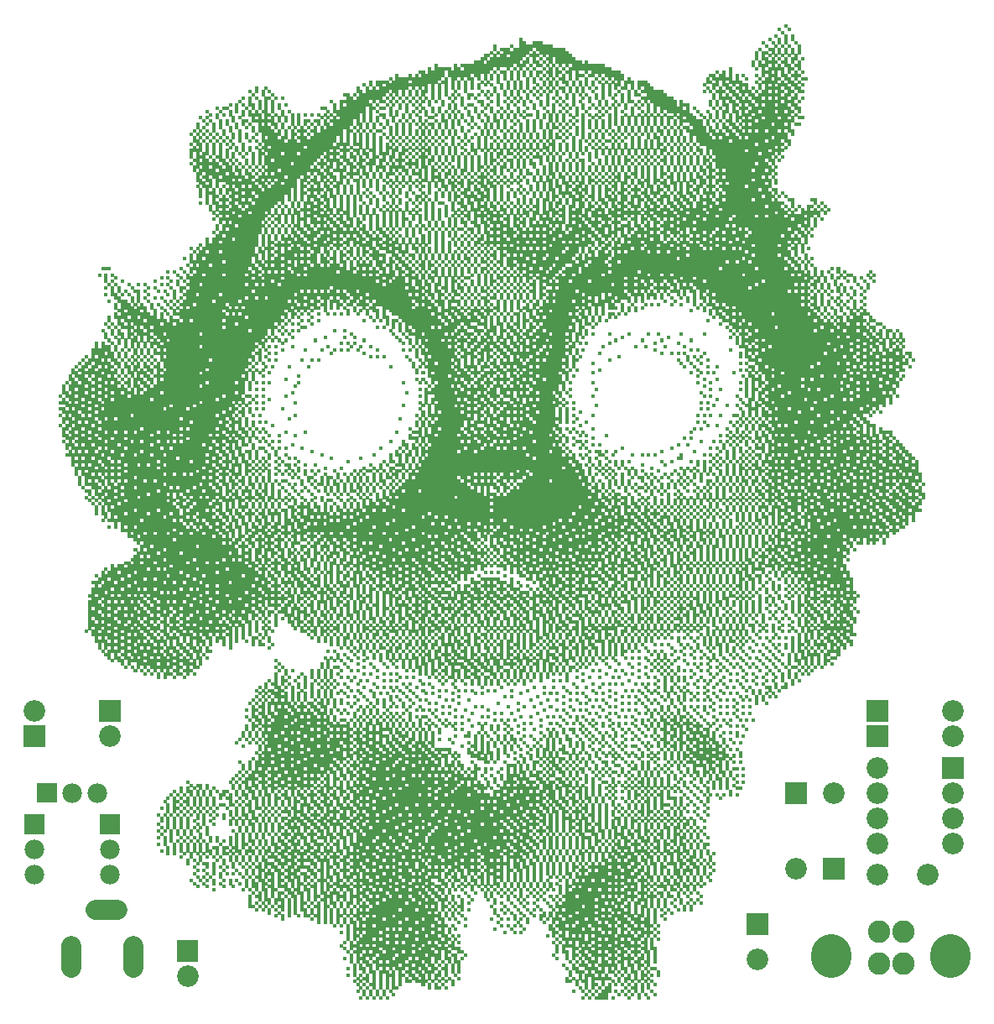
<source format=gts>
G04 start of page 2 for group 2 layer_idx 8 *
G04 Title: (unknown), top_mask *
G04 Creator: pcb-rnd 3.1.5-dev *
G04 CreationDate: 2024-03-24 10:39:21 UTC *
G04 For: STEM4ukraine *
G04 Format: Gerber/RS-274X *
G04 PCB-Dimensions: 393701 393701 *
G04 PCB-Coordinate-Origin: lower left *
%MOIN*%
%FSLAX25Y25*%
%LNTOP_MASK_NONE_2*%
%ADD49C,0.0887*%
%ADD48C,0.1595*%
%ADD47C,0.0790*%
%ADD46C,0.0780*%
%ADD45C,0.0860*%
%ADD44C,0.0001*%
G54D44*G36*
X49300Y111901D02*X40700D01*
Y120501D01*
X49300D01*
Y111901D01*
G37*
G54D45*X15000Y116201D03*
G54D44*G36*
X10700Y110501D02*X19300D01*
Y101901D01*
X10700D01*
Y110501D01*
G37*
G54D45*X45000Y106201D03*
G54D44*G36*
X23900Y79801D02*X16100D01*
Y87601D01*
X23900D01*
Y79801D01*
G37*
G54D46*X30000Y83701D03*
X40000D03*
G54D44*G36*
X11100Y67301D02*Y75101D01*
X18900D01*
Y67301D01*
X11100D01*
G37*
G54D46*X15000Y61201D03*
Y51201D03*
G54D44*G36*
X41100Y67301D02*Y75101D01*
X48900D01*
Y67301D01*
X41100D01*
G37*
G54D46*X45000Y61201D03*
Y51201D03*
G54D44*G36*
X80087Y16527D02*X71487D01*
Y25127D01*
X80087D01*
Y16527D01*
G37*
G54D47*X47835Y37205D02*X39173D01*
X29724Y14370D02*Y23031D01*
X54134Y14370D02*Y23031D01*
G54D45*X75787Y10827D03*
G54D44*G36*
X384300Y89401D02*X375700D01*
Y98001D01*
X384300D01*
Y89401D01*
G37*
G54D45*X380000Y83701D03*
Y106201D03*
Y116201D03*
Y73701D03*
Y63701D03*
X370000Y51201D03*
G54D48*X379094Y19685D02*Y18110D01*
G54D45*X350000Y93701D03*
Y83701D03*
Y73701D03*
G54D44*G36*
X306465Y35796D02*Y27196D01*
X297865D01*
Y35796D01*
X306465D01*
G37*
G54D45*X302165Y17717D03*
G54D44*G36*
X328200Y49401D02*Y58001D01*
X336800D01*
Y49401D01*
X328200D01*
G37*
G54D45*X317500Y53701D03*
X350000Y63701D03*
Y51201D03*
G54D49*X350472Y28543D03*
Y15945D03*
X360315D03*
Y28543D03*
G54D48*X331693Y19685D02*Y18110D01*
G54D45*X332500Y83701D03*
G54D44*G36*
X345700Y110501D02*X354300D01*
Y101901D01*
X345700D01*
Y110501D01*
G37*
G36*
Y120501D02*X354300D01*
Y111901D01*
X345700D01*
Y120501D01*
G37*
G36*
X321800Y88001D02*Y79401D01*
X313200D01*
Y88001D01*
X321800D01*
G37*
G36*
X314331Y388819D02*Y387480D01*
X312992D01*
Y388819D01*
X314331D01*
G37*
G36*
X311733Y387520D02*Y386181D01*
X310394D01*
Y387520D01*
X311733D01*
G37*
G36*
X313032Y386220D02*Y384882D01*
X311693D01*
Y386220D01*
X313032D01*
G37*
G36*
X310433Y384921D02*Y383583D01*
X309095D01*
Y384921D01*
X310433D01*
G37*
G36*
X315630Y387520D02*Y386181D01*
X314292D01*
Y387520D01*
X315630D01*
G37*
G36*
X314331Y384921D02*Y383583D01*
X312992D01*
Y384921D01*
X314331D01*
G37*
G36*
X316929D02*Y383583D01*
X315591D01*
Y384921D01*
X316929D01*
G37*
G36*
X209095Y383622D02*Y382283D01*
X207756D01*
Y383622D01*
X209095D01*
G37*
G36*
X198701Y381024D02*Y379685D01*
X197363D01*
Y381024D01*
X198701D01*
G37*
G36*
X205197D02*Y379685D01*
X203859D01*
Y381024D01*
X205197D01*
G37*
G36*
X198701Y379724D02*Y378386D01*
X197363D01*
Y379724D01*
X198701D01*
G37*
G36*
X203898D02*Y378386D01*
X199961D01*
Y379724D01*
X203898D01*
G37*
G36*
X210394Y382323D02*Y380984D01*
X207756D01*
Y382323D01*
X210394D01*
G37*
G36*
X216890D02*Y380984D01*
X212953D01*
Y382323D01*
X216890D01*
G37*
G36*
X220788Y381024D02*Y379685D01*
X207756D01*
Y381024D01*
X220788D01*
G37*
G36*
X212992Y379724D02*Y378386D01*
X205158D01*
Y379724D01*
X212992D01*
G37*
G36*
X225985D02*Y378386D01*
X214252D01*
Y379724D01*
X225985D01*
G37*
G36*
X197402Y378425D02*Y377087D01*
X196063D01*
Y378425D01*
X197402D01*
G37*
G36*
X196103Y377126D02*Y375787D01*
X193465D01*
Y377126D01*
X196103D01*
G37*
G36*
X198701D02*Y375787D01*
X197363D01*
Y377126D01*
X198701D01*
G37*
G36*
X202599D02*Y375787D01*
X199961D01*
Y377126D01*
X202599D01*
G37*
G36*
X210394D02*Y375787D01*
X203859D01*
Y377126D01*
X210394D01*
G37*
G36*
X215591D02*Y375787D01*
X211654D01*
Y377126D01*
X215591D01*
G37*
G36*
X218189D02*Y375787D01*
X216851D01*
Y377126D01*
X218189D01*
G37*
G36*
X228583D02*Y375787D01*
X219449D01*
Y377126D01*
X228583D01*
G37*
G36*
X172717Y371929D02*Y370591D01*
X171378D01*
Y371929D01*
X172717D01*
G37*
G36*
X170118Y370630D02*Y369291D01*
X167481D01*
Y370630D01*
X170118D01*
G37*
G36*
X159725Y369331D02*Y367992D01*
X158386D01*
Y369331D01*
X159725D01*
G37*
G36*
X164922D02*Y367992D01*
X163583D01*
Y369331D01*
X164922D01*
G37*
G36*
X167520D02*Y367992D01*
X166181D01*
Y369331D01*
X167520D01*
G37*
G36*
X175315Y373228D02*Y371890D01*
X173977D01*
Y373228D01*
X175315D01*
G37*
G36*
X180512Y371929D02*Y370591D01*
X173977D01*
Y371929D01*
X180512D01*
G37*
G36*
X177914Y370630D02*Y369291D01*
X171378D01*
Y370630D01*
X177914D01*
G37*
G36*
Y369331D02*Y367992D01*
X168780D01*
Y369331D01*
X177914D01*
G37*
G36*
X149331Y366732D02*Y365394D01*
X147992D01*
Y366732D01*
X149331D01*
G37*
G36*
X146733Y365433D02*Y364094D01*
X145394D01*
Y365433D01*
X146733D01*
G37*
G36*
X149331D02*Y364094D01*
X147992D01*
Y365433D01*
X149331D01*
G37*
G36*
X153229D02*Y364094D01*
X150591D01*
Y365433D01*
X153229D01*
G37*
G36*
X157126Y368032D02*Y366693D01*
X155788D01*
Y368032D01*
X157126D01*
G37*
G36*
X155827Y366732D02*Y365394D01*
X150591D01*
Y366732D01*
X155827D01*
G37*
G36*
X163622D02*Y365394D01*
X157087D01*
Y366732D01*
X163622D01*
G37*
G36*
X103858Y364134D02*Y362795D01*
X102520D01*
Y364134D01*
X103858D01*
G37*
G36*
X107756D02*Y362795D01*
X106417D01*
Y364134D01*
X107756D01*
G37*
G36*
X144134D02*Y362795D01*
X142796D01*
Y364134D01*
X144134D01*
G37*
G36*
X148032D02*Y362795D01*
X146693D01*
Y364134D01*
X148032D01*
G37*
G36*
X150630D02*Y362795D01*
X149292D01*
Y364134D01*
X150630D01*
G37*
G36*
X163622D02*Y362795D01*
X151890D01*
Y364134D01*
X163622D01*
G37*
G36*
X171418Y365433D02*Y364094D01*
X154488D01*
Y365433D01*
X171418D01*
G37*
G36*
X166221Y364134D02*Y362795D01*
X164882D01*
Y364134D01*
X166221D01*
G37*
G36*
X168819D02*Y362795D01*
X167481D01*
Y364134D01*
X168819D01*
G37*
G36*
X171418D02*Y362795D01*
X170079D01*
Y364134D01*
X171418D01*
G37*
G36*
X145433Y362835D02*Y361496D01*
X142796D01*
Y362835D01*
X145433D01*
G37*
G36*
X140236Y361535D02*Y360197D01*
X137599D01*
Y361535D01*
X140236D01*
G37*
G36*
X142835D02*Y360197D01*
X141496D01*
Y361535D01*
X142835D01*
G37*
G36*
X141536Y360236D02*Y358898D01*
X138898D01*
Y360236D01*
X141536D01*
G37*
G36*
X155827Y362835D02*Y361496D01*
X146693D01*
Y362835D01*
X155827D01*
G37*
G36*
X154528Y361535D02*Y360197D01*
X144095D01*
Y361535D01*
X154528D01*
G37*
G36*
X153229Y360236D02*Y358898D01*
X142796D01*
Y360236D01*
X153229D01*
G37*
G36*
X157126Y361535D02*Y360197D01*
X155788D01*
Y361535D01*
X157126D01*
G37*
G36*
X155827Y360236D02*Y358898D01*
X154488D01*
Y360236D01*
X155827D01*
G37*
G36*
X158425D02*Y358898D01*
X157087D01*
Y360236D01*
X158425D01*
G37*
G36*
X161024D02*Y358898D01*
X159685D01*
Y360236D01*
X161024D01*
G37*
G36*
X163622D02*Y358898D01*
X162284D01*
Y360236D01*
X163622D01*
G37*
G36*
X166221D02*Y358898D01*
X164882D01*
Y360236D01*
X166221D01*
G37*
G36*
X168819D02*Y358898D01*
X167481D01*
Y360236D01*
X168819D01*
G37*
G36*
X171418D02*Y358898D01*
X170079D01*
Y360236D01*
X171418D01*
G37*
G36*
X174016D02*Y358898D01*
X172677D01*
Y360236D01*
X174016D01*
G37*
G36*
X176614D02*Y358898D01*
X175276D01*
Y360236D01*
X176614D01*
G37*
G36*
X180512D02*Y358898D01*
X179174D01*
Y360236D01*
X180512D01*
G37*
G36*
X183111D02*Y358898D01*
X181772D01*
Y360236D01*
X183111D01*
G37*
G36*
X185709D02*Y358898D01*
X184370D01*
Y360236D01*
X185709D01*
G37*
G36*
X188307D02*Y358898D01*
X186969D01*
Y360236D01*
X188307D01*
G37*
G36*
X190906D02*Y358898D01*
X189567D01*
Y360236D01*
X190906D01*
G37*
G36*
X159725Y362835D02*Y361496D01*
X157087D01*
Y362835D01*
X159725D01*
G37*
G36*
Y361535D02*Y360197D01*
X158386D01*
Y361535D01*
X159725D01*
G37*
G36*
X162323D02*Y360197D01*
X160985D01*
Y361535D01*
X162323D01*
G37*
G36*
X164922D02*Y360197D01*
X163583D01*
Y361535D01*
X164922D01*
G37*
G36*
X167520D02*Y360197D01*
X166181D01*
Y361535D01*
X167520D01*
G37*
G36*
X170118D02*Y360197D01*
X168780D01*
Y361535D01*
X170118D01*
G37*
G36*
X174016D02*Y360197D01*
X172677D01*
Y361535D01*
X174016D01*
G37*
G36*
X176614D02*Y360197D01*
X175276D01*
Y361535D01*
X176614D01*
G37*
G36*
X179213D02*Y360197D01*
X177874D01*
Y361535D01*
X179213D01*
G37*
G36*
X181811D02*Y360197D01*
X180473D01*
Y361535D01*
X181811D01*
G37*
G36*
X184410D02*Y360197D01*
X183071D01*
Y361535D01*
X184410D01*
G37*
G36*
X189607D02*Y360197D01*
X186969D01*
Y361535D01*
X189607D01*
G37*
G36*
X162323Y362835D02*Y361496D01*
X160985D01*
Y362835D01*
X162323D01*
G37*
G36*
X164922D02*Y361496D01*
X163583D01*
Y362835D01*
X164922D01*
G37*
G36*
X167520D02*Y361496D01*
X166181D01*
Y362835D01*
X167520D01*
G37*
G36*
X171418D02*Y361496D01*
X168780D01*
Y362835D01*
X171418D01*
G37*
G36*
X101260D02*Y361496D01*
X99921D01*
Y362835D01*
X101260D01*
G37*
G36*
X98661Y360236D02*Y358898D01*
X97323D01*
Y360236D01*
X98661D01*
G37*
G36*
X97362Y358937D02*Y357598D01*
X96024D01*
Y358937D01*
X97362D01*
G37*
G36*
X93465Y357638D02*Y356299D01*
X92126D01*
Y357638D01*
X93465D01*
G37*
G36*
X96063D02*Y356299D01*
X94724D01*
Y357638D01*
X96063D01*
G37*
G36*
X98661D02*Y356299D01*
X97323D01*
Y357638D01*
X98661D01*
G37*
G36*
X102559Y361535D02*Y360197D01*
X101220D01*
Y361535D01*
X102559D01*
G37*
G36*
X101260Y360236D02*Y358898D01*
X99921D01*
Y360236D01*
X101260D01*
G37*
G36*
Y358937D02*Y357598D01*
X99921D01*
Y358937D01*
X101260D01*
G37*
G36*
X102559Y357638D02*Y356299D01*
X99921D01*
Y357638D01*
X102559D01*
G37*
G36*
Y356339D02*Y355000D01*
X101220D01*
Y356339D01*
X102559D01*
G37*
G36*
Y352441D02*Y351102D01*
X101220D01*
Y352441D01*
X102559D01*
G37*
G36*
X105157D02*Y351102D01*
X103819D01*
Y352441D01*
X105157D01*
G37*
G36*
X107756D02*Y351102D01*
X106417D01*
Y352441D01*
X107756D01*
G37*
G36*
X110354D02*Y351102D01*
X109016D01*
Y352441D01*
X110354D01*
G37*
G36*
X112953D02*Y351102D01*
X111614D01*
Y352441D01*
X112953D01*
G37*
G36*
X115551D02*Y351102D01*
X114213D01*
Y352441D01*
X115551D01*
G37*
G36*
X118150D02*Y351102D01*
X116811D01*
Y352441D01*
X118150D01*
G37*
G36*
X120748D02*Y351102D01*
X119409D01*
Y352441D01*
X120748D01*
G37*
G36*
X129843D02*Y351102D01*
X128504D01*
Y352441D01*
X129843D01*
G37*
G36*
X132441D02*Y351102D01*
X131103D01*
Y352441D01*
X132441D01*
G37*
G36*
X135040D02*Y351102D01*
X133701D01*
Y352441D01*
X135040D01*
G37*
G36*
X144134D02*Y351102D01*
X136299D01*
Y352441D01*
X144134D01*
G37*
G36*
X146733D02*Y351102D01*
X145394D01*
Y352441D01*
X146733D01*
G37*
G36*
X149331D02*Y351102D01*
X147992D01*
Y352441D01*
X149331D01*
G37*
G36*
X151929D02*Y351102D01*
X150591D01*
Y352441D01*
X151929D01*
G37*
G36*
X154528D02*Y351102D01*
X153189D01*
Y352441D01*
X154528D01*
G37*
G36*
X158425D02*Y351102D01*
X157087D01*
Y352441D01*
X158425D01*
G37*
G36*
X162323D02*Y351102D01*
X160985D01*
Y352441D01*
X162323D01*
G37*
G36*
X164922D02*Y351102D01*
X163583D01*
Y352441D01*
X164922D01*
G37*
G36*
X168819D02*Y351102D01*
X167481D01*
Y352441D01*
X168819D01*
G37*
G36*
X174016D02*Y351102D01*
X171378D01*
Y352441D01*
X174016D01*
G37*
G36*
X177914D02*Y351102D01*
X176575D01*
Y352441D01*
X177914D01*
G37*
G36*
X180512D02*Y351102D01*
X179174D01*
Y352441D01*
X180512D01*
G37*
G36*
X183111D02*Y351102D01*
X181772D01*
Y352441D01*
X183111D01*
G37*
G36*
X185709D02*Y351102D01*
X184370D01*
Y352441D01*
X185709D01*
G37*
G36*
X189607D02*Y351102D01*
X188268D01*
Y352441D01*
X189607D01*
G37*
G36*
X192205D02*Y351102D01*
X190866D01*
Y352441D01*
X192205D01*
G37*
G36*
X196103D02*Y351102D01*
X194764D01*
Y352441D01*
X196103D01*
G37*
G36*
X198701D02*Y351102D01*
X197363D01*
Y352441D01*
X198701D01*
G37*
G36*
X201300D02*Y351102D01*
X199961D01*
Y352441D01*
X201300D01*
G37*
G36*
X203898D02*Y351102D01*
X202559D01*
Y352441D01*
X203898D01*
G37*
G36*
X206496D02*Y351102D01*
X205158D01*
Y352441D01*
X206496D01*
G37*
G36*
X210394D02*Y351102D01*
X209055D01*
Y352441D01*
X210394D01*
G37*
G36*
X215591D02*Y351102D01*
X214252D01*
Y352441D01*
X215591D01*
G37*
G36*
X218189D02*Y351102D01*
X216851D01*
Y352441D01*
X218189D01*
G37*
G36*
X220788D02*Y351102D01*
X219449D01*
Y352441D01*
X220788D01*
G37*
G36*
X223386D02*Y351102D01*
X222048D01*
Y352441D01*
X223386D01*
G37*
G36*
X225985D02*Y351102D01*
X224646D01*
Y352441D01*
X225985D01*
G37*
G36*
X229882D02*Y351102D01*
X228544D01*
Y352441D01*
X229882D01*
G37*
G36*
X233780D02*Y351102D01*
X232441D01*
Y352441D01*
X233780D01*
G37*
G36*
X237677D02*Y351102D01*
X236339D01*
Y352441D01*
X237677D01*
G37*
G36*
X240276D02*Y351102D01*
X238937D01*
Y352441D01*
X240276D01*
G37*
G36*
X244174D02*Y351102D01*
X242835D01*
Y352441D01*
X244174D01*
G37*
G36*
X246772D02*Y351102D01*
X245433D01*
Y352441D01*
X246772D01*
G37*
G36*
X249370D02*Y351102D01*
X248032D01*
Y352441D01*
X249370D01*
G37*
G36*
X251969D02*Y351102D01*
X250630D01*
Y352441D01*
X251969D01*
G37*
G36*
X254567D02*Y351102D01*
X253229D01*
Y352441D01*
X254567D01*
G37*
G36*
X257166D02*Y351102D01*
X255827D01*
Y352441D01*
X257166D01*
G37*
G36*
X259764D02*Y351102D01*
X258426D01*
Y352441D01*
X259764D01*
G37*
G36*
X262363D02*Y351102D01*
X261024D01*
Y352441D01*
X262363D01*
G37*
G36*
X264961D02*Y351102D01*
X263622D01*
Y352441D01*
X264961D01*
G37*
G36*
X268859D02*Y351102D01*
X266221D01*
Y352441D01*
X268859D01*
G37*
G36*
X272756D02*Y351102D01*
X270118D01*
Y352441D01*
X272756D01*
G37*
G36*
X84370Y355039D02*Y353701D01*
X83031D01*
Y355039D01*
X84370D01*
G37*
G36*
X81772Y352441D02*Y351102D01*
X80433D01*
Y352441D01*
X81772D01*
G37*
G36*
X84370D02*Y351102D01*
X83031D01*
Y352441D01*
X84370D01*
G37*
G36*
X79173Y344646D02*Y343307D01*
X77835D01*
Y344646D01*
X79173D01*
G37*
G36*
X81772D02*Y343307D01*
X80433D01*
Y344646D01*
X81772D01*
G37*
G36*
X84370D02*Y343307D01*
X83031D01*
Y344646D01*
X84370D01*
G37*
G36*
X88268Y356339D02*Y355000D01*
X86929D01*
Y356339D01*
X88268D01*
G37*
G36*
X85669Y353740D02*Y352402D01*
X84331D01*
Y353740D01*
X85669D01*
G37*
G36*
X88268Y352441D02*Y351102D01*
X86929D01*
Y352441D01*
X88268D01*
G37*
G36*
X86968Y344646D02*Y343307D01*
X85630D01*
Y344646D01*
X86968D01*
G37*
G36*
X89567D02*Y343307D01*
X88228D01*
Y344646D01*
X89567D01*
G37*
G36*
X92165D02*Y343307D01*
X90827D01*
Y344646D01*
X92165D01*
G37*
G36*
X94764D02*Y343307D01*
X93425D01*
Y344646D01*
X94764D01*
G37*
G36*
X97362D02*Y343307D01*
X96024D01*
Y344646D01*
X97362D01*
G37*
G36*
X99961D02*Y343307D01*
X98622D01*
Y344646D01*
X99961D01*
G37*
G36*
X102559D02*Y343307D01*
X101220D01*
Y344646D01*
X102559D01*
G37*
G36*
X106457D02*Y343307D01*
X105118D01*
Y344646D01*
X106457D01*
G37*
G36*
X111654D02*Y343307D01*
X107717D01*
Y344646D01*
X111654D01*
G37*
G36*
X115551D02*Y343307D01*
X112913D01*
Y344646D01*
X115551D01*
G37*
G36*
X118150D02*Y343307D01*
X116811D01*
Y344646D01*
X118150D01*
G37*
G36*
X123347D02*Y343307D01*
X119409D01*
Y344646D01*
X123347D01*
G37*
G36*
X135040D02*Y343307D01*
X124607D01*
Y344646D01*
X135040D01*
G37*
G36*
X137638D02*Y343307D01*
X136299D01*
Y344646D01*
X137638D01*
G37*
G36*
X140236D02*Y343307D01*
X138898D01*
Y344646D01*
X140236D01*
G37*
G36*
X142835D02*Y343307D01*
X141496D01*
Y344646D01*
X142835D01*
G37*
G36*
X145433D02*Y343307D01*
X144095D01*
Y344646D01*
X145433D01*
G37*
G36*
X148032D02*Y343307D01*
X146693D01*
Y344646D01*
X148032D01*
G37*
G36*
X150630D02*Y343307D01*
X149292D01*
Y344646D01*
X150630D01*
G37*
G36*
X153229D02*Y343307D01*
X151890D01*
Y344646D01*
X153229D01*
G37*
G36*
X155827D02*Y343307D01*
X154488D01*
Y344646D01*
X155827D01*
G37*
G36*
X158425D02*Y343307D01*
X157087D01*
Y344646D01*
X158425D01*
G37*
G36*
X161024D02*Y343307D01*
X159685D01*
Y344646D01*
X161024D01*
G37*
G36*
X163622D02*Y343307D01*
X162284D01*
Y344646D01*
X163622D01*
G37*
G36*
X166221D02*Y343307D01*
X164882D01*
Y344646D01*
X166221D01*
G37*
G36*
X168819D02*Y343307D01*
X167481D01*
Y344646D01*
X168819D01*
G37*
G36*
X171418D02*Y343307D01*
X170079D01*
Y344646D01*
X171418D01*
G37*
G36*
X174016D02*Y343307D01*
X172677D01*
Y344646D01*
X174016D01*
G37*
G36*
X176614D02*Y343307D01*
X175276D01*
Y344646D01*
X176614D01*
G37*
G36*
X179213D02*Y343307D01*
X177874D01*
Y344646D01*
X179213D01*
G37*
G36*
X181811D02*Y343307D01*
X180473D01*
Y344646D01*
X181811D01*
G37*
G36*
X184410D02*Y343307D01*
X183071D01*
Y344646D01*
X184410D01*
G37*
G36*
X187008D02*Y343307D01*
X185670D01*
Y344646D01*
X187008D01*
G37*
G36*
X189607D02*Y343307D01*
X188268D01*
Y344646D01*
X189607D01*
G37*
G36*
X192205D02*Y343307D01*
X190866D01*
Y344646D01*
X192205D01*
G37*
G36*
X194803D02*Y343307D01*
X193465D01*
Y344646D01*
X194803D01*
G37*
G36*
X197402D02*Y343307D01*
X196063D01*
Y344646D01*
X197402D01*
G37*
G36*
X200000D02*Y343307D01*
X198662D01*
Y344646D01*
X200000D01*
G37*
G36*
X202599D02*Y343307D01*
X201260D01*
Y344646D01*
X202599D01*
G37*
G36*
X205197D02*Y343307D01*
X203859D01*
Y344646D01*
X205197D01*
G37*
G36*
X207796D02*Y343307D01*
X206457D01*
Y344646D01*
X207796D01*
G37*
G36*
X210394D02*Y343307D01*
X209055D01*
Y344646D01*
X210394D01*
G37*
G36*
X212992D02*Y343307D01*
X211654D01*
Y344646D01*
X212992D01*
G37*
G36*
X215591D02*Y343307D01*
X214252D01*
Y344646D01*
X215591D01*
G37*
G36*
X218189D02*Y343307D01*
X216851D01*
Y344646D01*
X218189D01*
G37*
G36*
X220788D02*Y343307D01*
X219449D01*
Y344646D01*
X220788D01*
G37*
G36*
X224685D02*Y343307D01*
X222048D01*
Y344646D01*
X224685D01*
G37*
G36*
X227284D02*Y343307D01*
X225945D01*
Y344646D01*
X227284D01*
G37*
G36*
X229882D02*Y343307D01*
X228544D01*
Y344646D01*
X229882D01*
G37*
G36*
X233780D02*Y343307D01*
X232441D01*
Y344646D01*
X233780D01*
G37*
G36*
X236378D02*Y343307D01*
X235040D01*
Y344646D01*
X236378D01*
G37*
G36*
X238977D02*Y343307D01*
X237638D01*
Y344646D01*
X238977D01*
G37*
G36*
X241575D02*Y343307D01*
X240237D01*
Y344646D01*
X241575D01*
G37*
G36*
X245473D02*Y343307D01*
X244134D01*
Y344646D01*
X245473D01*
G37*
G36*
X248071D02*Y343307D01*
X246733D01*
Y344646D01*
X248071D01*
G37*
G36*
X250670D02*Y343307D01*
X249331D01*
Y344646D01*
X250670D01*
G37*
G36*
X253268D02*Y343307D01*
X251929D01*
Y344646D01*
X253268D01*
G37*
G36*
X255866D02*Y343307D01*
X254528D01*
Y344646D01*
X255866D01*
G37*
G36*
X259764D02*Y343307D01*
X258426D01*
Y344646D01*
X259764D01*
G37*
G36*
X263662D02*Y343307D01*
X261024D01*
Y344646D01*
X263662D01*
G37*
G36*
X266260D02*Y343307D01*
X264922D01*
Y344646D01*
X266260D01*
G37*
G36*
X268859D02*Y343307D01*
X267520D01*
Y344646D01*
X268859D01*
G37*
G36*
X271457D02*Y343307D01*
X270118D01*
Y344646D01*
X271457D01*
G37*
G36*
X274055D02*Y343307D01*
X272717D01*
Y344646D01*
X274055D01*
G37*
G36*
X276654D02*Y343307D01*
X275315D01*
Y344646D01*
X276654D01*
G37*
G36*
X89567Y355039D02*Y353701D01*
X88228D01*
Y355039D01*
X89567D01*
G37*
G36*
X88268Y353740D02*Y352402D01*
X86929D01*
Y353740D01*
X88268D01*
G37*
G36*
X90866D02*Y352402D01*
X89528D01*
Y353740D01*
X90866D01*
G37*
G36*
X85669Y317362D02*Y316024D01*
X84331D01*
Y317362D01*
X85669D01*
G37*
G36*
X92165D02*Y316024D01*
X86929D01*
Y317362D01*
X92165D01*
G37*
G36*
X96063D02*Y316024D01*
X93425D01*
Y317362D01*
X96063D01*
G37*
G36*
X98661D02*Y316024D01*
X97323D01*
Y317362D01*
X98661D01*
G37*
G36*
X85669Y316063D02*Y314724D01*
X84331D01*
Y316063D01*
X85669D01*
G37*
G36*
X86968Y314764D02*Y313425D01*
X85630D01*
Y314764D01*
X86968D01*
G37*
G36*
Y312165D02*Y310827D01*
X85630D01*
Y312165D01*
X86968D01*
G37*
G36*
Y306968D02*Y305630D01*
X85630D01*
Y306968D01*
X86968D01*
G37*
G36*
X89567Y305669D02*Y304331D01*
X86929D01*
Y305669D01*
X89567D01*
G37*
G36*
X103858D02*Y304331D01*
X90827D01*
Y305669D01*
X103858D01*
G37*
G36*
X106457D02*Y304331D01*
X105118D01*
Y305669D01*
X106457D01*
G37*
G36*
X109055D02*Y304331D01*
X107717D01*
Y305669D01*
X109055D01*
G37*
G36*
X111654D02*Y304331D01*
X110315D01*
Y305669D01*
X111654D01*
G37*
G36*
X114252D02*Y304331D01*
X112913D01*
Y305669D01*
X114252D01*
G37*
G36*
X116850D02*Y304331D01*
X115512D01*
Y305669D01*
X116850D01*
G37*
G36*
X120748D02*Y304331D01*
X118110D01*
Y305669D01*
X120748D01*
G37*
G36*
X127244D02*Y304331D01*
X122008D01*
Y305669D01*
X127244D01*
G37*
G36*
X133740D02*Y304331D01*
X128504D01*
Y305669D01*
X133740D01*
G37*
G36*
X136339D02*Y304331D01*
X135000D01*
Y305669D01*
X136339D01*
G37*
G36*
X138937D02*Y304331D01*
X137599D01*
Y305669D01*
X138937D01*
G37*
G36*
X141536D02*Y304331D01*
X140197D01*
Y305669D01*
X141536D01*
G37*
G36*
X145433D02*Y304331D01*
X142796D01*
Y305669D01*
X145433D01*
G37*
G36*
X149331D02*Y304331D01*
X146693D01*
Y305669D01*
X149331D01*
G37*
G36*
X151929D02*Y304331D01*
X150591D01*
Y305669D01*
X151929D01*
G37*
G36*
X155827D02*Y304331D01*
X153189D01*
Y305669D01*
X155827D01*
G37*
G36*
X158425D02*Y304331D01*
X157087D01*
Y305669D01*
X158425D01*
G37*
G36*
X161024D02*Y304331D01*
X159685D01*
Y305669D01*
X161024D01*
G37*
G36*
X163622D02*Y304331D01*
X162284D01*
Y305669D01*
X163622D01*
G37*
G36*
X166221D02*Y304331D01*
X164882D01*
Y305669D01*
X166221D01*
G37*
G36*
X170118D02*Y304331D01*
X168780D01*
Y305669D01*
X170118D01*
G37*
G36*
X172717D02*Y304331D01*
X171378D01*
Y305669D01*
X172717D01*
G37*
G36*
X175315D02*Y304331D01*
X173977D01*
Y305669D01*
X175315D01*
G37*
G36*
X177914D02*Y304331D01*
X176575D01*
Y305669D01*
X177914D01*
G37*
G36*
X180512D02*Y304331D01*
X179174D01*
Y305669D01*
X180512D01*
G37*
G36*
X183111D02*Y304331D01*
X181772D01*
Y305669D01*
X183111D01*
G37*
G36*
X185709D02*Y304331D01*
X184370D01*
Y305669D01*
X185709D01*
G37*
G36*
X188307D02*Y304331D01*
X186969D01*
Y305669D01*
X188307D01*
G37*
G36*
X190906D02*Y304331D01*
X189567D01*
Y305669D01*
X190906D01*
G37*
G36*
X193504D02*Y304331D01*
X192166D01*
Y305669D01*
X193504D01*
G37*
G36*
X201300D02*Y304331D01*
X194764D01*
Y305669D01*
X201300D01*
G37*
G36*
X205197D02*Y304331D01*
X202559D01*
Y305669D01*
X205197D01*
G37*
G36*
X209095D02*Y304331D01*
X206457D01*
Y305669D01*
X209095D01*
G37*
G36*
X211693D02*Y304331D01*
X210355D01*
Y305669D01*
X211693D01*
G37*
G36*
X214292D02*Y304331D01*
X212953D01*
Y305669D01*
X214292D01*
G37*
G36*
X216890D02*Y304331D01*
X215551D01*
Y305669D01*
X216890D01*
G37*
G36*
X223386D02*Y304331D01*
X218150D01*
Y305669D01*
X223386D01*
G37*
G36*
X229882D02*Y304331D01*
X224646D01*
Y305669D01*
X229882D01*
G37*
G36*
X235079D02*Y304331D01*
X231142D01*
Y305669D01*
X235079D01*
G37*
G36*
X238977D02*Y304331D01*
X236339D01*
Y305669D01*
X238977D01*
G37*
G36*
X244174D02*Y304331D01*
X240237D01*
Y305669D01*
X244174D01*
G37*
G36*
X246772D02*Y304331D01*
X245433D01*
Y305669D01*
X246772D01*
G37*
G36*
X250670D02*Y304331D01*
X248032D01*
Y305669D01*
X250670D01*
G37*
G36*
X254567D02*Y304331D01*
X251929D01*
Y305669D01*
X254567D01*
G37*
G36*
X257166D02*Y304331D01*
X255827D01*
Y305669D01*
X257166D01*
G37*
G36*
X88268Y316063D02*Y314724D01*
X86929D01*
Y316063D01*
X88268D01*
G37*
G36*
Y313465D02*Y312126D01*
X86929D01*
Y313465D01*
X88268D01*
G37*
G36*
Y309567D02*Y308228D01*
X86929D01*
Y309567D01*
X88268D01*
G37*
G36*
X89567Y310866D02*Y309528D01*
X88228D01*
Y310866D01*
X89567D01*
G37*
G36*
X88268Y308268D02*Y306929D01*
X86929D01*
Y308268D01*
X88268D01*
G37*
G36*
X105157Y306968D02*Y305630D01*
X88228D01*
Y306968D01*
X105157D01*
G37*
G36*
X107756D02*Y305630D01*
X106417D01*
Y306968D01*
X107756D01*
G37*
G36*
X110354D02*Y305630D01*
X109016D01*
Y306968D01*
X110354D01*
G37*
G36*
X112953D02*Y305630D01*
X111614D01*
Y306968D01*
X112953D01*
G37*
G36*
X115551D02*Y305630D01*
X114213D01*
Y306968D01*
X115551D01*
G37*
G36*
X119449D02*Y305630D01*
X116811D01*
Y306968D01*
X119449D01*
G37*
G36*
X123347D02*Y305630D01*
X120709D01*
Y306968D01*
X123347D01*
G37*
G36*
X128544D02*Y305630D01*
X124607D01*
Y306968D01*
X128544D01*
G37*
G36*
X131142D02*Y305630D01*
X129803D01*
Y306968D01*
X131142D01*
G37*
G36*
X144134D02*Y305630D01*
X132402D01*
Y306968D01*
X144134D01*
G37*
G36*
X148032D02*Y305630D01*
X145394D01*
Y306968D01*
X148032D01*
G37*
G36*
X150630D02*Y305630D01*
X149292D01*
Y306968D01*
X150630D01*
G37*
G36*
X154528D02*Y305630D01*
X151890D01*
Y306968D01*
X154528D01*
G37*
G36*
X157126D02*Y305630D01*
X155788D01*
Y306968D01*
X157126D01*
G37*
G36*
X159725D02*Y305630D01*
X158386D01*
Y306968D01*
X159725D01*
G37*
G36*
X163622D02*Y305630D01*
X162284D01*
Y306968D01*
X163622D01*
G37*
G36*
X166221D02*Y305630D01*
X164882D01*
Y306968D01*
X166221D01*
G37*
G36*
X168819D02*Y305630D01*
X167481D01*
Y306968D01*
X168819D01*
G37*
G36*
X172717D02*Y305630D01*
X171378D01*
Y306968D01*
X172717D01*
G37*
G36*
X175315D02*Y305630D01*
X173977D01*
Y306968D01*
X175315D01*
G37*
G36*
X177914D02*Y305630D01*
X176575D01*
Y306968D01*
X177914D01*
G37*
G36*
X180512D02*Y305630D01*
X179174D01*
Y306968D01*
X180512D01*
G37*
G36*
X183111D02*Y305630D01*
X181772D01*
Y306968D01*
X183111D01*
G37*
G36*
X187008D02*Y305630D01*
X185670D01*
Y306968D01*
X187008D01*
G37*
G36*
X189607D02*Y305630D01*
X188268D01*
Y306968D01*
X189607D01*
G37*
G36*
X192205D02*Y305630D01*
X190866D01*
Y306968D01*
X192205D01*
G37*
G36*
X196103D02*Y305630D01*
X193465D01*
Y306968D01*
X196103D01*
G37*
G36*
X198701D02*Y305630D01*
X197363D01*
Y306968D01*
X198701D01*
G37*
G36*
X206496D02*Y305630D01*
X199961D01*
Y306968D01*
X206496D01*
G37*
G36*
X219489D02*Y305630D01*
X207756D01*
Y306968D01*
X219489D01*
G37*
G36*
X225985D02*Y305630D01*
X220748D01*
Y306968D01*
X225985D01*
G37*
G36*
X232481D02*Y305630D01*
X227244D01*
Y306968D01*
X232481D01*
G37*
G36*
X237677D02*Y305630D01*
X233740D01*
Y306968D01*
X237677D01*
G37*
G36*
X241575D02*Y305630D01*
X238937D01*
Y306968D01*
X241575D01*
G37*
G36*
X246772D02*Y305630D01*
X242835D01*
Y306968D01*
X246772D01*
G37*
G36*
X249370D02*Y305630D01*
X248032D01*
Y306968D01*
X249370D01*
G37*
G36*
X251969D02*Y305630D01*
X250630D01*
Y306968D01*
X251969D01*
G37*
G36*
X90866Y316063D02*Y314724D01*
X89528D01*
Y316063D01*
X90866D01*
G37*
G36*
X93465Y314764D02*Y313425D01*
X88228D01*
Y314764D01*
X93465D01*
G37*
G36*
X90866Y313465D02*Y312126D01*
X89528D01*
Y313465D01*
X90866D01*
G37*
G36*
X92165Y310866D02*Y309528D01*
X90827D01*
Y310866D01*
X92165D01*
G37*
G36*
X94764Y309567D02*Y308228D01*
X89528D01*
Y309567D01*
X94764D01*
G37*
G36*
X90866Y308268D02*Y306929D01*
X89528D01*
Y308268D01*
X90866D01*
G37*
G36*
X105157D02*Y306929D01*
X92126D01*
Y308268D01*
X105157D01*
G37*
G36*
X107756D02*Y306929D01*
X106417D01*
Y308268D01*
X107756D01*
G37*
G36*
X110354D02*Y306929D01*
X109016D01*
Y308268D01*
X110354D01*
G37*
G36*
X112953D02*Y306929D01*
X111614D01*
Y308268D01*
X112953D01*
G37*
G36*
X115551D02*Y306929D01*
X114213D01*
Y308268D01*
X115551D01*
G37*
G36*
X118150D02*Y306929D01*
X116811D01*
Y308268D01*
X118150D01*
G37*
G36*
X122047D02*Y306929D01*
X119409D01*
Y308268D01*
X122047D01*
G37*
G36*
X125945D02*Y306929D01*
X123307D01*
Y308268D01*
X125945D01*
G37*
G36*
X133740D02*Y306929D01*
X127205D01*
Y308268D01*
X133740D01*
G37*
G36*
X137638D02*Y306929D01*
X135000D01*
Y308268D01*
X137638D01*
G37*
G36*
X140236D02*Y306929D01*
X138898D01*
Y308268D01*
X140236D01*
G37*
G36*
X142835D02*Y306929D01*
X141496D01*
Y308268D01*
X142835D01*
G37*
G36*
X146733D02*Y306929D01*
X144095D01*
Y308268D01*
X146733D01*
G37*
G36*
X149331D02*Y306929D01*
X147992D01*
Y308268D01*
X149331D01*
G37*
G36*
X153229D02*Y306929D01*
X150591D01*
Y308268D01*
X153229D01*
G37*
G36*
X155827D02*Y306929D01*
X154488D01*
Y308268D01*
X155827D01*
G37*
G36*
X158425D02*Y306929D01*
X157087D01*
Y308268D01*
X158425D01*
G37*
G36*
X161024D02*Y306929D01*
X159685D01*
Y308268D01*
X161024D01*
G37*
G36*
X163622D02*Y306929D01*
X162284D01*
Y308268D01*
X163622D01*
G37*
G36*
X166221D02*Y306929D01*
X164882D01*
Y308268D01*
X166221D01*
G37*
G36*
X168819D02*Y306929D01*
X167481D01*
Y308268D01*
X168819D01*
G37*
G36*
X171418D02*Y306929D01*
X170079D01*
Y308268D01*
X171418D01*
G37*
G36*
X174016D02*Y306929D01*
X172677D01*
Y308268D01*
X174016D01*
G37*
G36*
X176614D02*Y306929D01*
X175276D01*
Y308268D01*
X176614D01*
G37*
G36*
X179213D02*Y306929D01*
X177874D01*
Y308268D01*
X179213D01*
G37*
G36*
X181811D02*Y306929D01*
X180473D01*
Y308268D01*
X181811D01*
G37*
G36*
X185709D02*Y306929D01*
X183071D01*
Y308268D01*
X185709D01*
G37*
G36*
X189607D02*Y306929D01*
X186969D01*
Y308268D01*
X189607D01*
G37*
G36*
X192205D02*Y306929D01*
X190866D01*
Y308268D01*
X192205D01*
G37*
G36*
X194803D02*Y306929D01*
X193465D01*
Y308268D01*
X194803D01*
G37*
G36*
X201300D02*Y306929D01*
X196063D01*
Y308268D01*
X201300D01*
G37*
G36*
X205197D02*Y306929D01*
X202559D01*
Y308268D01*
X205197D01*
G37*
G36*
X209095D02*Y306929D01*
X206457D01*
Y308268D01*
X209095D01*
G37*
G36*
X211693D02*Y306929D01*
X210355D01*
Y308268D01*
X211693D01*
G37*
G36*
X214292D02*Y306929D01*
X212953D01*
Y308268D01*
X214292D01*
G37*
G36*
X216890D02*Y306929D01*
X215551D01*
Y308268D01*
X216890D01*
G37*
G36*
X220788D02*Y306929D01*
X218150D01*
Y308268D01*
X220788D01*
G37*
G36*
X224685D02*Y306929D01*
X222048D01*
Y308268D01*
X224685D01*
G37*
G36*
X227284D02*Y306929D01*
X225945D01*
Y308268D01*
X227284D01*
G37*
G36*
X97362Y316063D02*Y314724D01*
X92126D01*
Y316063D01*
X97362D01*
G37*
G36*
X99961Y314764D02*Y313425D01*
X94724D01*
Y314764D01*
X99961D01*
G37*
G36*
X96063Y313465D02*Y312126D01*
X92126D01*
Y313465D01*
X96063D01*
G37*
G36*
X105157Y310866D02*Y309528D01*
X93425D01*
Y310866D01*
X105157D01*
G37*
G36*
X106457Y309567D02*Y308228D01*
X96024D01*
Y309567D01*
X106457D01*
G37*
G36*
X107756Y310866D02*Y309528D01*
X106417D01*
Y310866D01*
X107756D01*
G37*
G36*
X110354D02*Y309528D01*
X109016D01*
Y310866D01*
X110354D01*
G37*
G36*
X112953D02*Y309528D01*
X111614D01*
Y310866D01*
X112953D01*
G37*
G36*
X109055Y309567D02*Y308228D01*
X107717D01*
Y309567D01*
X109055D01*
G37*
G36*
X111654D02*Y308228D01*
X110315D01*
Y309567D01*
X111654D01*
G37*
G36*
X114252D02*Y308228D01*
X112913D01*
Y309567D01*
X114252D01*
G37*
G36*
X115551Y310866D02*Y309528D01*
X114213D01*
Y310866D01*
X115551D01*
G37*
G36*
X116850Y309567D02*Y308228D01*
X115512D01*
Y309567D01*
X116850D01*
G37*
G36*
X118150Y310866D02*Y309528D01*
X116811D01*
Y310866D01*
X118150D01*
G37*
G36*
X120748D02*Y309528D01*
X119409D01*
Y310866D01*
X120748D01*
G37*
G36*
Y309567D02*Y308228D01*
X118110D01*
Y309567D01*
X120748D01*
G37*
G36*
X123347Y310866D02*Y309528D01*
X122008D01*
Y310866D01*
X123347D01*
G37*
G36*
X124646Y309567D02*Y308228D01*
X122008D01*
Y309567D01*
X124646D01*
G37*
G36*
X127244D02*Y308228D01*
X125906D01*
Y309567D01*
X127244D01*
G37*
G36*
X129843D02*Y308228D01*
X128504D01*
Y309567D01*
X129843D01*
G37*
G36*
X132441D02*Y308228D01*
X131103D01*
Y309567D01*
X132441D01*
G37*
G36*
X136339D02*Y308228D01*
X133701D01*
Y309567D01*
X136339D01*
G37*
G36*
X141536D02*Y308228D01*
X137599D01*
Y309567D01*
X141536D01*
G37*
G36*
X144134D02*Y308228D01*
X142796D01*
Y309567D01*
X144134D01*
G37*
G36*
X146733D02*Y308228D01*
X145394D01*
Y309567D01*
X146733D01*
G37*
G36*
X149331D02*Y308228D01*
X147992D01*
Y309567D01*
X149331D01*
G37*
G36*
X151929D02*Y308228D01*
X150591D01*
Y309567D01*
X151929D01*
G37*
G36*
X154528D02*Y308228D01*
X153189D01*
Y309567D01*
X154528D01*
G37*
G36*
X157126D02*Y308228D01*
X155788D01*
Y309567D01*
X157126D01*
G37*
G36*
X159725D02*Y308228D01*
X158386D01*
Y309567D01*
X159725D01*
G37*
G36*
X162323D02*Y308228D01*
X160985D01*
Y309567D01*
X162323D01*
G37*
G36*
X164922D02*Y308228D01*
X163583D01*
Y309567D01*
X164922D01*
G37*
G36*
X167520D02*Y308228D01*
X166181D01*
Y309567D01*
X167520D01*
G37*
G36*
X170118D02*Y308228D01*
X168780D01*
Y309567D01*
X170118D01*
G37*
G36*
X172717D02*Y308228D01*
X171378D01*
Y309567D01*
X172717D01*
G37*
G36*
X175315D02*Y308228D01*
X173977D01*
Y309567D01*
X175315D01*
G37*
G36*
X177914D02*Y308228D01*
X176575D01*
Y309567D01*
X177914D01*
G37*
G36*
X180512D02*Y308228D01*
X179174D01*
Y309567D01*
X180512D01*
G37*
G36*
X183111D02*Y308228D01*
X181772D01*
Y309567D01*
X183111D01*
G37*
G36*
X187008D02*Y308228D01*
X185670D01*
Y309567D01*
X187008D01*
G37*
G36*
X192205D02*Y308228D01*
X189567D01*
Y309567D01*
X192205D01*
G37*
G36*
X196103D02*Y308228D01*
X193465D01*
Y309567D01*
X196103D01*
G37*
G36*
X198701D02*Y308228D01*
X197363D01*
Y309567D01*
X198701D01*
G37*
G36*
X203898D02*Y308228D01*
X199961D01*
Y309567D01*
X203898D01*
G37*
G36*
X207796D02*Y308228D01*
X205158D01*
Y309567D01*
X207796D01*
G37*
G36*
X210394D02*Y308228D01*
X209055D01*
Y309567D01*
X210394D01*
G37*
G36*
X80472Y335551D02*Y334213D01*
X77835D01*
Y335551D01*
X80472D01*
G37*
G36*
X84370D02*Y334213D01*
X81732D01*
Y335551D01*
X84370D01*
G37*
G36*
X77874Y334252D02*Y332913D01*
X76535D01*
Y334252D01*
X77874D01*
G37*
G36*
X86968Y335551D02*Y334213D01*
X85630D01*
Y335551D01*
X86968D01*
G37*
G36*
X90866D02*Y334213D01*
X88228D01*
Y335551D01*
X90866D01*
G37*
G36*
X88268Y334252D02*Y332913D01*
X79134D01*
Y334252D01*
X88268D01*
G37*
G36*
X92165D02*Y332913D01*
X89528D01*
Y334252D01*
X92165D01*
G37*
G36*
X80472Y332953D02*Y331614D01*
X77835D01*
Y332953D01*
X80472D01*
G37*
G36*
X79173Y331654D02*Y330315D01*
X77835D01*
Y331654D01*
X79173D01*
G37*
G36*
X81772Y330354D02*Y329016D01*
X79134D01*
Y330354D01*
X81772D01*
G37*
G36*
X84370Y332953D02*Y331614D01*
X81732D01*
Y332953D01*
X84370D01*
G37*
G36*
X86968Y331654D02*Y330315D01*
X80433D01*
Y331654D01*
X86968D01*
G37*
G36*
X90866Y330354D02*Y329016D01*
X83031D01*
Y330354D01*
X90866D01*
G37*
G36*
X89567Y332953D02*Y331614D01*
X85630D01*
Y332953D01*
X89567D01*
G37*
G36*
X93465D02*Y331614D01*
X90827D01*
Y332953D01*
X93465D01*
G37*
G36*
Y331654D02*Y330315D01*
X88228D01*
Y331654D01*
X93465D01*
G37*
G36*
X94764Y330354D02*Y329016D01*
X92126D01*
Y330354D01*
X94764D01*
G37*
G36*
X97362D02*Y329016D01*
X96024D01*
Y330354D01*
X97362D01*
G37*
G36*
X101260D02*Y329016D01*
X98622D01*
Y330354D01*
X101260D01*
G37*
G36*
X103858D02*Y329016D01*
X102520D01*
Y330354D01*
X103858D01*
G37*
G36*
X106457D02*Y329016D01*
X105118D01*
Y330354D01*
X106457D01*
G37*
G36*
X109055D02*Y329016D01*
X107717D01*
Y330354D01*
X109055D01*
G37*
G36*
X123347D02*Y329016D01*
X110315D01*
Y330354D01*
X123347D01*
G37*
G36*
X125945D02*Y329016D01*
X124607D01*
Y330354D01*
X125945D01*
G37*
G36*
X129843D02*Y329016D01*
X127205D01*
Y330354D01*
X129843D01*
G37*
G36*
X133740D02*Y329016D01*
X131103D01*
Y330354D01*
X133740D01*
G37*
G36*
X137638D02*Y329016D01*
X136299D01*
Y330354D01*
X137638D01*
G37*
G36*
X144134D02*Y329016D01*
X138898D01*
Y330354D01*
X144134D01*
G37*
G36*
X148032D02*Y329016D01*
X145394D01*
Y330354D01*
X148032D01*
G37*
G36*
X150630D02*Y329016D01*
X149292D01*
Y330354D01*
X150630D01*
G37*
G36*
X153229D02*Y329016D01*
X151890D01*
Y330354D01*
X153229D01*
G37*
G36*
X158425D02*Y329016D01*
X154488D01*
Y330354D01*
X158425D01*
G37*
G36*
X161024D02*Y329016D01*
X159685D01*
Y330354D01*
X161024D01*
G37*
G36*
X163622D02*Y329016D01*
X162284D01*
Y330354D01*
X163622D01*
G37*
G36*
X168819D02*Y329016D01*
X164882D01*
Y330354D01*
X168819D01*
G37*
G36*
X171418D02*Y329016D01*
X170079D01*
Y330354D01*
X171418D01*
G37*
G36*
X174016D02*Y329016D01*
X172677D01*
Y330354D01*
X174016D01*
G37*
G36*
X176614D02*Y329016D01*
X175276D01*
Y330354D01*
X176614D01*
G37*
G36*
X180512D02*Y329016D01*
X177874D01*
Y330354D01*
X180512D01*
G37*
G36*
X183111D02*Y329016D01*
X181772D01*
Y330354D01*
X183111D01*
G37*
G36*
X185709D02*Y329016D01*
X184370D01*
Y330354D01*
X185709D01*
G37*
G36*
X188307D02*Y329016D01*
X186969D01*
Y330354D01*
X188307D01*
G37*
G36*
X190906D02*Y329016D01*
X189567D01*
Y330354D01*
X190906D01*
G37*
G36*
X193504D02*Y329016D01*
X192166D01*
Y330354D01*
X193504D01*
G37*
G36*
X196103D02*Y329016D01*
X194764D01*
Y330354D01*
X196103D01*
G37*
G36*
X198701D02*Y329016D01*
X197363D01*
Y330354D01*
X198701D01*
G37*
G36*
X201300D02*Y329016D01*
X199961D01*
Y330354D01*
X201300D01*
G37*
G36*
X205197D02*Y329016D01*
X203859D01*
Y330354D01*
X205197D01*
G37*
G36*
X209095D02*Y329016D01*
X207756D01*
Y330354D01*
X209095D01*
G37*
G36*
X212992D02*Y329016D01*
X210355D01*
Y330354D01*
X212992D01*
G37*
G36*
X215591D02*Y329016D01*
X214252D01*
Y330354D01*
X215591D01*
G37*
G36*
X218189D02*Y329016D01*
X216851D01*
Y330354D01*
X218189D01*
G37*
G36*
X222087D02*Y329016D01*
X219449D01*
Y330354D01*
X222087D01*
G37*
G36*
X224685D02*Y329016D01*
X223347D01*
Y330354D01*
X224685D01*
G37*
G36*
X227284D02*Y329016D01*
X225945D01*
Y330354D01*
X227284D01*
G37*
G36*
X229882D02*Y329016D01*
X228544D01*
Y330354D01*
X229882D01*
G37*
G36*
X232481D02*Y329016D01*
X231142D01*
Y330354D01*
X232481D01*
G37*
G36*
X235079D02*Y329016D01*
X233740D01*
Y330354D01*
X235079D01*
G37*
G36*
X237677D02*Y329016D01*
X236339D01*
Y330354D01*
X237677D01*
G37*
G36*
X240276D02*Y329016D01*
X238937D01*
Y330354D01*
X240276D01*
G37*
G36*
X242874D02*Y329016D01*
X241536D01*
Y330354D01*
X242874D01*
G37*
G36*
X245473D02*Y329016D01*
X244134D01*
Y330354D01*
X245473D01*
G37*
G36*
X248071D02*Y329016D01*
X246733D01*
Y330354D01*
X248071D01*
G37*
G36*
X250670D02*Y329016D01*
X249331D01*
Y330354D01*
X250670D01*
G37*
G36*
X254567D02*Y329016D01*
X251929D01*
Y330354D01*
X254567D01*
G37*
G36*
X257166D02*Y329016D01*
X255827D01*
Y330354D01*
X257166D01*
G37*
G36*
X259764D02*Y329016D01*
X258426D01*
Y330354D01*
X259764D01*
G37*
G36*
X262363D02*Y329016D01*
X261024D01*
Y330354D01*
X262363D01*
G37*
G36*
X266260D02*Y329016D01*
X263622D01*
Y330354D01*
X266260D01*
G37*
G36*
X268859D02*Y329016D01*
X267520D01*
Y330354D01*
X268859D01*
G37*
G36*
X271457D02*Y329016D01*
X270118D01*
Y330354D01*
X271457D01*
G37*
G36*
X274055D02*Y329016D01*
X272717D01*
Y330354D01*
X274055D01*
G37*
G36*
X276654D02*Y329016D01*
X275315D01*
Y330354D01*
X276654D01*
G37*
G36*
X279252D02*Y329016D01*
X277914D01*
Y330354D01*
X279252D01*
G37*
G36*
X281851D02*Y329016D01*
X280512D01*
Y330354D01*
X281851D01*
G37*
G36*
X284449D02*Y329016D01*
X283111D01*
Y330354D01*
X284449D01*
G37*
G36*
X80472Y329055D02*Y327717D01*
X79134D01*
Y329055D01*
X80472D01*
G37*
G36*
X84370D02*Y327717D01*
X81732D01*
Y329055D01*
X84370D01*
G37*
G36*
X81772Y327756D02*Y326417D01*
X79134D01*
Y327756D01*
X81772D01*
G37*
G36*
X80472Y325157D02*Y323819D01*
X79134D01*
Y325157D01*
X80472D01*
G37*
G36*
X85669D02*Y323819D01*
X81732D01*
Y325157D01*
X85669D01*
G37*
G36*
X88268D02*Y323819D01*
X86929D01*
Y325157D01*
X88268D01*
G37*
G36*
X90866D02*Y323819D01*
X89528D01*
Y325157D01*
X90866D01*
G37*
G36*
X93465D02*Y323819D01*
X92126D01*
Y325157D01*
X93465D01*
G37*
G36*
X97362D02*Y323819D01*
X94724D01*
Y325157D01*
X97362D01*
G37*
G36*
X99961D02*Y323819D01*
X98622D01*
Y325157D01*
X99961D01*
G37*
G36*
X88268Y329055D02*Y327717D01*
X85630D01*
Y329055D01*
X88268D01*
G37*
G36*
X102559D02*Y327717D01*
X99921D01*
Y329055D01*
X102559D01*
G37*
G36*
X85669Y327756D02*Y326417D01*
X83031D01*
Y327756D01*
X85669D01*
G37*
G36*
X93465D02*Y326417D01*
X86929D01*
Y327756D01*
X93465D01*
G37*
G36*
X96063D02*Y326417D01*
X94724D01*
Y327756D01*
X96063D01*
G37*
G36*
X101260D02*Y326417D01*
X97323D01*
Y327756D01*
X101260D01*
G37*
G36*
X105157D02*Y326417D01*
X102520D01*
Y327756D01*
X105157D01*
G37*
G36*
X103858Y325157D02*Y323819D01*
X101220D01*
Y325157D01*
X103858D01*
G37*
G36*
X107756Y327756D02*Y326417D01*
X106417D01*
Y327756D01*
X107756D01*
G37*
G36*
Y325157D02*Y323819D01*
X105118D01*
Y325157D01*
X107756D01*
G37*
G36*
X110354Y327756D02*Y326417D01*
X109016D01*
Y327756D01*
X110354D01*
G37*
G36*
X119449Y325157D02*Y323819D01*
X109016D01*
Y325157D01*
X119449D01*
G37*
G36*
X123347D02*Y323819D01*
X120709D01*
Y325157D01*
X123347D01*
G37*
G36*
X125945D02*Y323819D01*
X124607D01*
Y325157D01*
X125945D01*
G37*
G36*
X128544D02*Y323819D01*
X127205D01*
Y325157D01*
X128544D01*
G37*
G36*
X132441D02*Y323819D01*
X129803D01*
Y325157D01*
X132441D01*
G37*
G36*
X136339D02*Y323819D01*
X133701D01*
Y325157D01*
X136339D01*
G37*
G36*
X138937D02*Y323819D01*
X137599D01*
Y325157D01*
X138937D01*
G37*
G36*
X141536D02*Y323819D01*
X140197D01*
Y325157D01*
X141536D01*
G37*
G36*
X144134D02*Y323819D01*
X142796D01*
Y325157D01*
X144134D01*
G37*
G36*
X146733D02*Y323819D01*
X145394D01*
Y325157D01*
X146733D01*
G37*
G36*
X149331D02*Y323819D01*
X147992D01*
Y325157D01*
X149331D01*
G37*
G36*
X151929D02*Y323819D01*
X150591D01*
Y325157D01*
X151929D01*
G37*
G36*
X154528D02*Y323819D01*
X153189D01*
Y325157D01*
X154528D01*
G37*
G36*
X157126D02*Y323819D01*
X155788D01*
Y325157D01*
X157126D01*
G37*
G36*
X159725D02*Y323819D01*
X158386D01*
Y325157D01*
X159725D01*
G37*
G36*
X162323D02*Y323819D01*
X160985D01*
Y325157D01*
X162323D01*
G37*
G36*
X164922D02*Y323819D01*
X163583D01*
Y325157D01*
X164922D01*
G37*
G36*
X167520D02*Y323819D01*
X166181D01*
Y325157D01*
X167520D01*
G37*
G36*
X170118D02*Y323819D01*
X168780D01*
Y325157D01*
X170118D01*
G37*
G36*
X172717D02*Y323819D01*
X171378D01*
Y325157D01*
X172717D01*
G37*
G36*
X175315D02*Y323819D01*
X173977D01*
Y325157D01*
X175315D01*
G37*
G36*
X179213D02*Y323819D01*
X176575D01*
Y325157D01*
X179213D01*
G37*
G36*
X183111D02*Y323819D01*
X180473D01*
Y325157D01*
X183111D01*
G37*
G36*
X185709D02*Y323819D01*
X184370D01*
Y325157D01*
X185709D01*
G37*
G36*
X188307D02*Y323819D01*
X186969D01*
Y325157D01*
X188307D01*
G37*
G36*
X190906D02*Y323819D01*
X189567D01*
Y325157D01*
X190906D01*
G37*
G36*
X194803D02*Y323819D01*
X192166D01*
Y325157D01*
X194803D01*
G37*
G36*
X198701D02*Y323819D01*
X196063D01*
Y325157D01*
X198701D01*
G37*
G36*
X201300D02*Y323819D01*
X199961D01*
Y325157D01*
X201300D01*
G37*
G36*
X203898D02*Y323819D01*
X202559D01*
Y325157D01*
X203898D01*
G37*
G36*
X209095D02*Y323819D01*
X207756D01*
Y325157D01*
X209095D01*
G37*
G36*
X212992D02*Y323819D01*
X211654D01*
Y325157D01*
X212992D01*
G37*
G36*
X215591D02*Y323819D01*
X214252D01*
Y325157D01*
X215591D01*
G37*
G36*
X218189D02*Y323819D01*
X216851D01*
Y325157D01*
X218189D01*
G37*
G36*
X220788D02*Y323819D01*
X219449D01*
Y325157D01*
X220788D01*
G37*
G36*
X224685D02*Y323819D01*
X222048D01*
Y325157D01*
X224685D01*
G37*
G36*
X228583D02*Y323819D01*
X225945D01*
Y325157D01*
X228583D01*
G37*
G36*
X232481D02*Y323819D01*
X229843D01*
Y325157D01*
X232481D01*
G37*
G36*
X235079D02*Y323819D01*
X233740D01*
Y325157D01*
X235079D01*
G37*
G36*
X237677D02*Y323819D01*
X236339D01*
Y325157D01*
X237677D01*
G37*
G36*
X240276D02*Y323819D01*
X238937D01*
Y325157D01*
X240276D01*
G37*
G36*
X242874D02*Y323819D01*
X241536D01*
Y325157D01*
X242874D01*
G37*
G36*
X246772D02*Y323819D01*
X244134D01*
Y325157D01*
X246772D01*
G37*
G36*
X249370D02*Y323819D01*
X248032D01*
Y325157D01*
X249370D01*
G37*
G36*
X251969D02*Y323819D01*
X250630D01*
Y325157D01*
X251969D01*
G37*
G36*
X254567D02*Y323819D01*
X253229D01*
Y325157D01*
X254567D01*
G37*
G36*
X257166D02*Y323819D01*
X255827D01*
Y325157D01*
X257166D01*
G37*
G36*
X261063D02*Y323819D01*
X258426D01*
Y325157D01*
X261063D01*
G37*
G36*
X263662D02*Y323819D01*
X262323D01*
Y325157D01*
X263662D01*
G37*
G36*
X267559D02*Y323819D01*
X264922D01*
Y325157D01*
X267559D01*
G37*
G36*
X270158D02*Y323819D01*
X268819D01*
Y325157D01*
X270158D01*
G37*
G36*
X272756D02*Y323819D01*
X271418D01*
Y325157D01*
X272756D01*
G37*
G36*
X276654D02*Y323819D01*
X274016D01*
Y325157D01*
X276654D01*
G37*
G36*
X280552D02*Y323819D01*
X277914D01*
Y325157D01*
X280552D01*
G37*
G36*
X83071Y326457D02*Y325118D01*
X80433D01*
Y326457D01*
X83071D01*
G37*
G36*
X85669D02*Y325118D01*
X84331D01*
Y326457D01*
X85669D01*
G37*
G36*
X88268D02*Y325118D01*
X86929D01*
Y326457D01*
X88268D01*
G37*
G36*
X102559D02*Y325118D01*
X90827D01*
Y326457D01*
X102559D01*
G37*
G36*
X106457D02*Y325118D01*
X103819D01*
Y326457D01*
X106457D01*
G37*
G36*
X109055D02*Y325118D01*
X107717D01*
Y326457D01*
X109055D01*
G37*
G36*
X112953D02*Y325118D01*
X110315D01*
Y326457D01*
X112953D01*
G37*
G36*
X81772Y323858D02*Y322520D01*
X80433D01*
Y323858D01*
X81772D01*
G37*
G36*
X84370D02*Y322520D01*
X83031D01*
Y323858D01*
X84370D01*
G37*
G36*
X86968D02*Y322520D01*
X85630D01*
Y323858D01*
X86968D01*
G37*
G36*
X77874Y297874D02*Y296535D01*
X76535D01*
Y297874D01*
X77874D01*
G37*
G36*
X75276Y296575D02*Y295236D01*
X73937D01*
Y296575D01*
X75276D01*
G37*
G36*
X77874D02*Y295236D01*
X76535D01*
Y296575D01*
X77874D01*
G37*
G36*
X81772D02*Y295236D01*
X79134D01*
Y296575D01*
X81772D01*
G37*
G36*
X89567Y295276D02*Y293937D01*
X76535D01*
Y295276D01*
X89567D01*
G37*
G36*
X76575Y293976D02*Y292638D01*
X75236D01*
Y293976D01*
X76575D01*
G37*
G36*
X68780Y291378D02*Y290039D01*
X67441D01*
Y291378D01*
X68780D01*
G37*
G36*
X71378D02*Y290039D01*
X70039D01*
Y291378D01*
X71378D01*
G37*
G36*
X75276D02*Y290039D01*
X73937D01*
Y291378D01*
X75276D01*
G37*
G36*
X77874D02*Y290039D01*
X76535D01*
Y291378D01*
X77874D01*
G37*
G36*
X79173Y293976D02*Y292638D01*
X77835D01*
Y293976D01*
X79173D01*
G37*
G36*
X84370D02*Y292638D01*
X80433D01*
Y293976D01*
X84370D01*
G37*
G36*
Y304370D02*Y303031D01*
X83031D01*
Y304370D01*
X84370D01*
G37*
G36*
X93465D02*Y303031D01*
X85630D01*
Y304370D01*
X93465D01*
G37*
G36*
X84370Y303071D02*Y301732D01*
X83031D01*
Y303071D01*
X84370D01*
G37*
G36*
X88268D02*Y301732D01*
X85630D01*
Y303071D01*
X88268D01*
G37*
G36*
X103858D02*Y301732D01*
X89528D01*
Y303071D01*
X103858D01*
G37*
G36*
X102559Y293976D02*Y292638D01*
X85630D01*
Y293976D01*
X102559D01*
G37*
G36*
X106457D02*Y292638D01*
X103819D01*
Y293976D01*
X106457D01*
G37*
G36*
X45394Y292677D02*Y291339D01*
X41457D01*
Y292677D01*
X45394D01*
G37*
G36*
X41496Y290079D02*Y288740D01*
X40157D01*
Y290079D01*
X41496D01*
G37*
G36*
X44094D02*Y288740D01*
X42756D01*
Y290079D01*
X44094D01*
G37*
G36*
X46693D02*Y288740D01*
X45354D01*
Y290079D01*
X46693D01*
G37*
G36*
X44094Y288779D02*Y287441D01*
X42756D01*
Y288779D01*
X44094D01*
G37*
G36*
X47992D02*Y287441D01*
X46654D01*
Y288779D01*
X47992D01*
G37*
G36*
X44094Y287480D02*Y286142D01*
X42756D01*
Y287480D01*
X44094D01*
G37*
G36*
X46693D02*Y286142D01*
X45354D01*
Y287480D01*
X46693D01*
G37*
G36*
X50591D02*Y286142D01*
X49252D01*
Y287480D01*
X50591D01*
G37*
G36*
X45394Y286181D02*Y284842D01*
X44055D01*
Y286181D01*
X45394D01*
G37*
G36*
X44094Y284882D02*Y283543D01*
X42756D01*
Y284882D01*
X44094D01*
G37*
G36*
Y282283D02*Y280945D01*
X42756D01*
Y282283D01*
X44094D01*
G37*
G36*
X45394Y279685D02*Y278346D01*
X44055D01*
Y279685D01*
X45394D01*
G37*
G36*
X46693Y284882D02*Y283543D01*
X45354D01*
Y284882D01*
X46693D01*
G37*
G36*
Y283583D02*Y282244D01*
X45354D01*
Y283583D01*
X46693D01*
G37*
G36*
X47992Y282283D02*Y280945D01*
X45354D01*
Y282283D01*
X47992D01*
G37*
G36*
Y278386D02*Y277047D01*
X46654D01*
Y278386D01*
X47992D01*
G37*
G36*
Y277087D02*Y275748D01*
X46654D01*
Y277087D01*
X47992D01*
G37*
G36*
Y274488D02*Y273150D01*
X46654D01*
Y274488D01*
X47992D01*
G37*
G36*
X49291Y271890D02*Y270551D01*
X47953D01*
Y271890D01*
X49291D01*
G37*
G36*
X50591Y270590D02*Y269252D01*
X47953D01*
Y270590D01*
X50591D01*
G37*
G36*
X47992Y269291D02*Y267953D01*
X46654D01*
Y269291D01*
X47992D01*
G37*
G36*
X49291Y267992D02*Y266653D01*
X47953D01*
Y267992D01*
X49291D01*
G37*
G36*
X50591Y266693D02*Y265354D01*
X47953D01*
Y266693D01*
X50591D01*
G37*
G36*
X47992Y265394D02*Y264055D01*
X46654D01*
Y265394D01*
X47992D01*
G37*
G36*
X50591D02*Y264055D01*
X49252D01*
Y265394D01*
X50591D01*
G37*
G36*
X49291Y264094D02*Y262756D01*
X47953D01*
Y264094D01*
X49291D01*
G37*
G36*
X51890D02*Y262756D01*
X50551D01*
Y264094D01*
X51890D01*
G37*
G36*
X49291Y262795D02*Y261457D01*
X47953D01*
Y262795D01*
X49291D01*
G37*
G36*
X47992Y261496D02*Y260157D01*
X46654D01*
Y261496D01*
X47992D01*
G37*
G36*
Y260197D02*Y258858D01*
X46654D01*
Y260197D01*
X47992D01*
G37*
G36*
X50591D02*Y258858D01*
X49252D01*
Y260197D01*
X50591D01*
G37*
G36*
X49291Y258898D02*Y257559D01*
X47953D01*
Y258898D01*
X49291D01*
G37*
G36*
Y257598D02*Y256260D01*
X47953D01*
Y257598D01*
X49291D01*
G37*
G36*
X50591Y256299D02*Y254961D01*
X49252D01*
Y256299D01*
X50591D01*
G37*
G36*
X49291Y255000D02*Y253661D01*
X46654D01*
Y255000D01*
X49291D01*
G37*
G36*
Y253701D02*Y252362D01*
X47953D01*
Y253701D01*
X49291D01*
G37*
G36*
X50591Y252401D02*Y251063D01*
X49252D01*
Y252401D01*
X50591D01*
G37*
G36*
Y251102D02*Y249764D01*
X49252D01*
Y251102D01*
X50591D01*
G37*
G36*
X49291Y249803D02*Y248464D01*
X47953D01*
Y249803D01*
X49291D01*
G37*
G36*
X50591Y248504D02*Y247165D01*
X49252D01*
Y248504D01*
X50591D01*
G37*
G36*
X49291Y247205D02*Y245866D01*
X46654D01*
Y247205D01*
X49291D01*
G37*
G36*
X50591Y245905D02*Y244567D01*
X49252D01*
Y245905D01*
X50591D01*
G37*
G36*
X51890Y244606D02*Y243268D01*
X44055D01*
Y244606D01*
X51890D01*
G37*
G36*
X49291Y243307D02*Y241968D01*
X46654D01*
Y243307D01*
X49291D01*
G37*
G36*
X51890Y242008D02*Y240669D01*
X44055D01*
Y242008D01*
X51890D01*
G37*
G36*
Y262795D02*Y261457D01*
X50551D01*
Y262795D01*
X51890D01*
G37*
G36*
Y261496D02*Y260157D01*
X50551D01*
Y261496D01*
X51890D01*
G37*
G36*
Y258898D02*Y257559D01*
X50551D01*
Y258898D01*
X51890D01*
G37*
G36*
Y257598D02*Y256260D01*
X50551D01*
Y257598D01*
X51890D01*
G37*
G36*
Y255000D02*Y253661D01*
X50551D01*
Y255000D01*
X51890D01*
G37*
G36*
Y249803D02*Y248464D01*
X50551D01*
Y249803D01*
X51890D01*
G37*
G36*
X45394Y273189D02*Y271850D01*
X44055D01*
Y273189D01*
X45394D01*
G37*
G36*
Y271890D02*Y270551D01*
X44055D01*
Y271890D01*
X45394D01*
G37*
G36*
X44094Y270590D02*Y269252D01*
X42756D01*
Y270590D01*
X44094D01*
G37*
G36*
X46693D02*Y269252D01*
X45354D01*
Y270590D01*
X46693D01*
G37*
G36*
X45394Y269291D02*Y267953D01*
X44055D01*
Y269291D01*
X45394D01*
G37*
G36*
X42795Y267992D02*Y266653D01*
X41457D01*
Y267992D01*
X42795D01*
G37*
G36*
X46693D02*Y266653D01*
X45354D01*
Y267992D01*
X46693D01*
G37*
G36*
X44094Y266693D02*Y265354D01*
X42756D01*
Y266693D01*
X44094D01*
G37*
G36*
X46693D02*Y265354D01*
X45354D01*
Y266693D01*
X46693D01*
G37*
G36*
X44094Y265394D02*Y264055D01*
X42756D01*
Y265394D01*
X44094D01*
G37*
G36*
X40197Y262795D02*Y261457D01*
X38858D01*
Y262795D01*
X40197D01*
G37*
G36*
X42795D02*Y261457D01*
X41457D01*
Y262795D01*
X42795D01*
G37*
G36*
X40197Y261496D02*Y260157D01*
X38858D01*
Y261496D01*
X40197D01*
G37*
G36*
X45394Y260197D02*Y258858D01*
X37559D01*
Y260197D01*
X45394D01*
G37*
G36*
Y264094D02*Y262756D01*
X44055D01*
Y264094D01*
X45394D01*
G37*
G36*
X46693Y262795D02*Y261457D01*
X45354D01*
Y262795D01*
X46693D01*
G37*
G36*
X45394Y261496D02*Y260157D01*
X41457D01*
Y261496D01*
X45394D01*
G37*
G36*
X42795Y258898D02*Y257559D01*
X37559D01*
Y258898D01*
X42795D01*
G37*
G36*
X46693D02*Y257559D01*
X44055D01*
Y258898D01*
X46693D01*
G37*
G36*
X36299Y257598D02*Y256260D01*
X34961D01*
Y257598D01*
X36299D01*
G37*
G36*
X35000Y256299D02*Y254961D01*
X33661D01*
Y256299D01*
X35000D01*
G37*
G36*
X33701Y255000D02*Y253661D01*
X32362D01*
Y255000D01*
X33701D01*
G37*
G36*
X37598D02*Y253661D01*
X34961D01*
Y255000D01*
X37598D01*
G37*
G36*
X41496Y256299D02*Y254961D01*
X36260D01*
Y256299D01*
X41496D01*
G37*
G36*
X44094D02*Y254961D01*
X42756D01*
Y256299D01*
X44094D01*
G37*
G36*
X47992D02*Y254961D01*
X45354D01*
Y256299D01*
X47992D01*
G37*
G36*
X45394Y255000D02*Y253661D01*
X38858D01*
Y255000D01*
X45394D01*
G37*
G36*
X32402Y253701D02*Y252362D01*
X31063D01*
Y253701D01*
X32402D01*
G37*
G36*
X31102Y252401D02*Y251063D01*
X29764D01*
Y252401D01*
X31102D01*
G37*
G36*
X29803Y249803D02*Y248464D01*
X28465D01*
Y249803D01*
X29803D01*
G37*
G36*
X32402Y251102D02*Y249764D01*
X29764D01*
Y251102D01*
X32402D01*
G37*
G36*
X35000Y249803D02*Y248464D01*
X31063D01*
Y249803D01*
X35000D01*
G37*
G36*
X31102Y248504D02*Y247165D01*
X28465D01*
Y248504D01*
X31102D01*
G37*
G36*
X36299D02*Y247165D01*
X32362D01*
Y248504D01*
X36299D01*
G37*
G36*
X28504Y247205D02*Y245866D01*
X27165D01*
Y247205D01*
X28504D01*
G37*
G36*
X27205Y244606D02*Y243268D01*
X25866D01*
Y244606D01*
X27205D01*
G37*
G36*
X28504Y243307D02*Y241968D01*
X25866D01*
Y243307D01*
X28504D01*
G37*
G36*
X25906Y242008D02*Y240669D01*
X24567D01*
Y242008D01*
X25906D01*
G37*
G36*
X31102Y244606D02*Y243268D01*
X28465D01*
Y244606D01*
X31102D01*
G37*
G36*
X35000Y243307D02*Y241968D01*
X29764D01*
Y243307D01*
X35000D01*
G37*
G36*
X31102Y242008D02*Y240669D01*
X27165D01*
Y242008D01*
X31102D01*
G37*
G36*
X27205Y240709D02*Y239370D01*
X25866D01*
Y240709D01*
X27205D01*
G37*
G36*
X33701D02*Y239370D01*
X28465D01*
Y240709D01*
X33701D01*
G37*
G36*
X28504Y239409D02*Y238071D01*
X24567D01*
Y239409D01*
X28504D01*
G37*
G36*
X27205Y236811D02*Y235472D01*
X24567D01*
Y236811D01*
X27205D01*
G37*
G36*
X29803D02*Y235472D01*
X28465D01*
Y236811D01*
X29803D01*
G37*
G36*
X25906Y234212D02*Y232874D01*
X24567D01*
Y234212D01*
X25906D01*
G37*
G36*
X28504D02*Y232874D01*
X27165D01*
Y234212D01*
X28504D01*
G37*
G36*
X29803Y232913D02*Y231575D01*
X25866D01*
Y232913D01*
X29803D01*
G37*
G36*
X27205Y231614D02*Y230275D01*
X25866D01*
Y231614D01*
X27205D01*
G37*
G36*
X25906Y230315D02*Y228976D01*
X24567D01*
Y230315D01*
X25906D01*
G37*
G36*
X29803D02*Y228976D01*
X27165D01*
Y230315D01*
X29803D01*
G37*
G36*
X28504Y229016D02*Y227677D01*
X25866D01*
Y229016D01*
X28504D01*
G37*
G36*
X27205Y227716D02*Y226378D01*
X25866D01*
Y227716D01*
X27205D01*
G37*
G36*
X28504Y226417D02*Y225079D01*
X25866D01*
Y226417D01*
X28504D01*
G37*
G36*
X27205Y223819D02*Y222480D01*
X25866D01*
Y223819D01*
X27205D01*
G37*
G36*
X31102Y227716D02*Y226378D01*
X28465D01*
Y227716D01*
X31102D01*
G37*
G36*
Y225118D02*Y223779D01*
X27165D01*
Y225118D01*
X31102D01*
G37*
G36*
X29803Y223819D02*Y222480D01*
X28465D01*
Y223819D01*
X29803D01*
G37*
G36*
X31102Y222520D02*Y221181D01*
X27165D01*
Y222520D01*
X31102D01*
G37*
G36*
X28504Y221220D02*Y219882D01*
X27165D01*
Y221220D01*
X28504D01*
G37*
G36*
X29803Y219921D02*Y218583D01*
X28465D01*
Y219921D01*
X29803D01*
G37*
G36*
X31102Y217323D02*Y215984D01*
X29764D01*
Y217323D01*
X31102D01*
G37*
G36*
Y214724D02*Y213386D01*
X29764D01*
Y214724D01*
X31102D01*
G37*
G36*
Y239409D02*Y238071D01*
X29764D01*
Y239409D01*
X31102D01*
G37*
G36*
X33701Y238110D02*Y236772D01*
X27165D01*
Y238110D01*
X33701D01*
G37*
G36*
X32402Y235512D02*Y234173D01*
X25866D01*
Y235512D01*
X32402D01*
G37*
G36*
X36299Y239409D02*Y238071D01*
X32362D01*
Y239409D01*
X36299D01*
G37*
G36*
Y236811D02*Y235472D01*
X31063D01*
Y236811D01*
X36299D01*
G37*
G36*
X33701Y234212D02*Y232874D01*
X29764D01*
Y234212D01*
X33701D01*
G37*
G36*
X36299D02*Y232874D01*
X34961D01*
Y234212D01*
X36299D01*
G37*
G36*
X38898Y232913D02*Y231575D01*
X31063D01*
Y232913D01*
X38898D01*
G37*
G36*
X32402Y231614D02*Y230275D01*
X28465D01*
Y231614D01*
X32402D01*
G37*
G36*
X35000D02*Y230275D01*
X33661D01*
Y231614D01*
X35000D01*
G37*
G36*
X37598Y230315D02*Y228976D01*
X31063D01*
Y230315D01*
X37598D01*
G37*
G36*
X33701Y229016D02*Y227677D01*
X29764D01*
Y229016D01*
X33701D01*
G37*
G36*
X36299Y227716D02*Y226378D01*
X32362D01*
Y227716D01*
X36299D01*
G37*
G36*
X33701Y226417D02*Y225079D01*
X29764D01*
Y226417D01*
X33701D01*
G37*
G36*
X40197Y229016D02*Y227677D01*
X34961D01*
Y229016D01*
X40197D01*
G37*
G36*
X42795Y227716D02*Y226378D01*
X37559D01*
Y227716D01*
X42795D01*
G37*
G36*
X38898Y226417D02*Y225079D01*
X34961D01*
Y226417D01*
X38898D01*
G37*
G36*
X36299Y225118D02*Y223779D01*
X32362D01*
Y225118D01*
X36299D01*
G37*
G36*
X33701Y222520D02*Y221181D01*
X32362D01*
Y222520D01*
X33701D01*
G37*
G36*
X40197Y221220D02*Y219882D01*
X29764D01*
Y221220D01*
X40197D01*
G37*
G36*
X32402Y219921D02*Y218583D01*
X31063D01*
Y219921D01*
X32402D01*
G37*
G36*
X35000D02*Y218583D01*
X33661D01*
Y219921D01*
X35000D01*
G37*
G36*
X38898D02*Y218583D01*
X36260D01*
Y219921D01*
X38898D01*
G37*
G36*
X37598Y222520D02*Y221181D01*
X34961D01*
Y222520D01*
X37598D01*
G37*
G36*
X42795Y221220D02*Y219882D01*
X41457D01*
Y221220D01*
X42795D01*
G37*
G36*
X41496Y218622D02*Y217283D01*
X27165D01*
Y218622D01*
X41496D01*
G37*
G36*
X33701Y217323D02*Y215984D01*
X32362D01*
Y217323D01*
X33701D01*
G37*
G36*
Y214724D02*Y213386D01*
X32362D01*
Y214724D01*
X33701D01*
G37*
G36*
X32402Y212126D02*Y210787D01*
X31063D01*
Y212126D01*
X32402D01*
G37*
G36*
X35000D02*Y210787D01*
X33661D01*
Y212126D01*
X35000D01*
G37*
G36*
X32402Y210827D02*Y209488D01*
X31063D01*
Y210827D01*
X32402D01*
G37*
G36*
X37598D02*Y209488D01*
X33661D01*
Y210827D01*
X37598D01*
G37*
G36*
X40197D02*Y209488D01*
X38858D01*
Y210827D01*
X40197D01*
G37*
G36*
X42795D02*Y209488D01*
X41457D01*
Y210827D01*
X42795D01*
G37*
G36*
X33701Y209527D02*Y208189D01*
X32362D01*
Y209527D01*
X33701D01*
G37*
G36*
Y206929D02*Y205590D01*
X32362D01*
Y206929D01*
X33701D01*
G37*
G36*
X35000Y205630D02*Y204291D01*
X33661D01*
Y205630D01*
X35000D01*
G37*
G36*
X41496Y209527D02*Y208189D01*
X34961D01*
Y209527D01*
X41496D01*
G37*
G36*
X33701Y208228D02*Y206890D01*
X32362D01*
Y208228D01*
X33701D01*
G37*
G36*
X36299D02*Y206890D01*
X34961D01*
Y208228D01*
X36299D01*
G37*
G36*
X38898D02*Y206890D01*
X37559D01*
Y208228D01*
X38898D01*
G37*
G36*
X42795D02*Y206890D01*
X40157D01*
Y208228D01*
X42795D01*
G37*
G36*
X40197Y206929D02*Y205590D01*
X34961D01*
Y206929D01*
X40197D01*
G37*
G36*
X42795D02*Y205590D01*
X41457D01*
Y206929D01*
X42795D01*
G37*
G36*
X41496Y205630D02*Y204291D01*
X37559D01*
Y205630D01*
X41496D01*
G37*
G36*
X37598Y204331D02*Y202992D01*
X34961D01*
Y204331D01*
X37598D01*
G37*
G36*
X40197D02*Y202992D01*
X38858D01*
Y204331D01*
X40197D01*
G37*
G36*
X37598Y203031D02*Y201693D01*
X36260D01*
Y203031D01*
X37598D01*
G37*
G36*
X36299Y201732D02*Y200394D01*
X34961D01*
Y201732D01*
X36299D01*
G37*
G36*
X37598Y200433D02*Y199094D01*
X36260D01*
Y200433D01*
X37598D01*
G37*
G36*
X38898Y201732D02*Y200394D01*
X37559D01*
Y201732D01*
X38898D01*
G37*
G36*
X40197Y200433D02*Y199094D01*
X38858D01*
Y200433D01*
X40197D01*
G37*
G36*
X38898Y199134D02*Y197795D01*
X37559D01*
Y199134D01*
X38898D01*
G37*
G36*
X41496D02*Y197795D01*
X40157D01*
Y199134D01*
X41496D01*
G37*
G36*
X40197Y197835D02*Y196496D01*
X38858D01*
Y197835D01*
X40197D01*
G37*
G36*
X42795D02*Y196496D01*
X41457D01*
Y197835D01*
X42795D01*
G37*
G36*
X40197Y196535D02*Y195197D01*
X38858D01*
Y196535D01*
X40197D01*
G37*
G36*
Y195236D02*Y193897D01*
X38858D01*
Y195236D01*
X40197D01*
G37*
G36*
X42795Y196535D02*Y195197D01*
X41457D01*
Y196535D01*
X42795D01*
G37*
G36*
Y203031D02*Y201693D01*
X38858D01*
Y203031D01*
X42795D01*
G37*
G36*
X41496Y201732D02*Y200394D01*
X40157D01*
Y201732D01*
X41496D01*
G37*
G36*
X37598Y217323D02*Y215984D01*
X34961D01*
Y217323D01*
X37598D01*
G37*
G36*
X36299Y214724D02*Y213386D01*
X34961D01*
Y214724D01*
X36299D01*
G37*
G36*
X41496D02*Y213386D01*
X37559D01*
Y214724D01*
X41496D01*
G37*
G36*
X40197Y216023D02*Y214685D01*
X29764D01*
Y216023D01*
X40197D01*
G37*
G36*
X38898Y213425D02*Y212086D01*
X31063D01*
Y213425D01*
X38898D01*
G37*
G36*
X42795D02*Y212086D01*
X40157D01*
Y213425D01*
X42795D01*
G37*
G36*
X40197Y225118D02*Y223779D01*
X37559D01*
Y225118D01*
X40197D01*
G37*
G36*
X42795Y223819D02*Y222480D01*
X31063D01*
Y223819D01*
X42795D01*
G37*
G36*
X40197Y231614D02*Y230275D01*
X36260D01*
Y231614D01*
X40197D01*
G37*
G36*
X32402Y247205D02*Y245866D01*
X29764D01*
Y247205D01*
X32402D01*
G37*
G36*
X37598D02*Y245866D01*
X33661D01*
Y247205D01*
X37598D01*
G37*
G36*
Y244606D02*Y243268D01*
X32362D01*
Y244606D01*
X37598D01*
G37*
G36*
Y242008D02*Y240669D01*
X32362D01*
Y242008D01*
X37598D01*
G37*
G36*
X27205Y245905D02*Y244567D01*
X25866D01*
Y245905D01*
X27205D01*
G37*
G36*
X35000D02*Y244567D01*
X28465D01*
Y245905D01*
X35000D01*
G37*
G36*
X36299Y253701D02*Y252362D01*
X33661D01*
Y253701D01*
X36299D01*
G37*
G36*
X35000Y252401D02*Y251063D01*
X32362D01*
Y252401D01*
X35000D01*
G37*
G36*
X38898D02*Y251063D01*
X36260D01*
Y252401D01*
X38898D01*
G37*
G36*
X41496Y251102D02*Y249764D01*
X33661D01*
Y251102D01*
X41496D01*
G37*
G36*
X37598Y249803D02*Y248464D01*
X36260D01*
Y249803D01*
X37598D01*
G37*
G36*
X40197Y248504D02*Y247165D01*
X37559D01*
Y248504D01*
X40197D01*
G37*
G36*
Y245905D02*Y244567D01*
X36260D01*
Y245905D01*
X40197D01*
G37*
G36*
Y243307D02*Y241968D01*
X36260D01*
Y243307D01*
X40197D01*
G37*
G36*
Y240709D02*Y239370D01*
X34961D01*
Y240709D01*
X40197D01*
G37*
G36*
X41496Y239409D02*Y238071D01*
X37559D01*
Y239409D01*
X41496D01*
G37*
G36*
Y236811D02*Y235472D01*
X37559D01*
Y236811D01*
X41496D01*
G37*
G36*
X38898Y238110D02*Y236772D01*
X34961D01*
Y238110D01*
X38898D01*
G37*
G36*
Y235512D02*Y234173D01*
X33661D01*
Y235512D01*
X38898D01*
G37*
G36*
X40197Y253701D02*Y252362D01*
X37559D01*
Y253701D01*
X40197D01*
G37*
G36*
X42795D02*Y252362D01*
X41457D01*
Y253701D01*
X42795D01*
G37*
G36*
X45394Y252401D02*Y251063D01*
X40157D01*
Y252401D01*
X45394D01*
G37*
G36*
X44094Y249803D02*Y248464D01*
X38858D01*
Y249803D01*
X44094D01*
G37*
G36*
X46693Y253701D02*Y252362D01*
X44055D01*
Y253701D01*
X46693D01*
G37*
G36*
X47992Y252401D02*Y251063D01*
X46654D01*
Y252401D01*
X47992D01*
G37*
G36*
Y251102D02*Y249764D01*
X42756D01*
Y251102D01*
X47992D01*
G37*
G36*
X46693Y249803D02*Y248464D01*
X45354D01*
Y249803D01*
X46693D01*
G37*
G36*
Y227716D02*Y226378D01*
X44055D01*
Y227716D01*
X46693D01*
G37*
G36*
X47992Y248504D02*Y247165D01*
X41457D01*
Y248504D01*
X47992D01*
G37*
G36*
X42795Y247205D02*Y245866D01*
X38858D01*
Y247205D01*
X42795D01*
G37*
G36*
Y244606D02*Y243268D01*
X38858D01*
Y244606D01*
X42795D01*
G37*
G36*
Y242008D02*Y240669D01*
X38858D01*
Y242008D01*
X42795D01*
G37*
G36*
X45394Y247205D02*Y245866D01*
X44055D01*
Y247205D01*
X45394D01*
G37*
G36*
X47992Y245905D02*Y244567D01*
X41457D01*
Y245905D01*
X47992D01*
G37*
G36*
X45394Y243307D02*Y241968D01*
X41457D01*
Y243307D01*
X45394D01*
G37*
G36*
Y240709D02*Y239370D01*
X41457D01*
Y240709D01*
X45394D01*
G37*
G36*
X53189Y234212D02*Y232874D01*
X37559D01*
Y234212D01*
X53189D01*
G37*
G36*
X42795Y232913D02*Y231575D01*
X40157D01*
Y232913D01*
X42795D01*
G37*
G36*
X46693D02*Y231575D01*
X44055D01*
Y232913D01*
X46693D01*
G37*
G36*
X50591Y227716D02*Y226378D01*
X47953D01*
Y227716D01*
X50591D01*
G37*
G36*
X54488D02*Y226378D01*
X51850D01*
Y227716D01*
X54488D01*
G37*
G36*
X45394Y225118D02*Y223779D01*
X41457D01*
Y225118D01*
X45394D01*
G37*
G36*
X47992Y222520D02*Y221181D01*
X38858D01*
Y222520D01*
X47992D01*
G37*
G36*
X45394Y219921D02*Y218583D01*
X40157D01*
Y219921D01*
X45394D01*
G37*
G36*
X50591Y221220D02*Y219882D01*
X44055D01*
Y221220D01*
X50591D01*
G37*
G36*
X57087Y219921D02*Y218583D01*
X46654D01*
Y219921D01*
X57087D01*
G37*
G36*
X49291Y218622D02*Y217283D01*
X42756D01*
Y218622D01*
X49291D01*
G37*
G36*
X54488D02*Y217283D01*
X50551D01*
Y218622D01*
X54488D01*
G37*
G36*
X44094Y217323D02*Y215984D01*
X38858D01*
Y217323D01*
X44094D01*
G37*
G36*
X45394Y216023D02*Y214685D01*
X41457D01*
Y216023D01*
X45394D01*
G37*
G36*
Y213425D02*Y212086D01*
X44055D01*
Y213425D01*
X45394D01*
G37*
G36*
Y210827D02*Y209488D01*
X44055D01*
Y210827D01*
X45394D01*
G37*
G36*
Y208228D02*Y206890D01*
X44055D01*
Y208228D01*
X45394D01*
G37*
G36*
X46693Y206929D02*Y205590D01*
X44055D01*
Y206929D01*
X46693D01*
G37*
G36*
X44094Y205630D02*Y204291D01*
X42756D01*
Y205630D01*
X44094D01*
G37*
G36*
X46693Y204331D02*Y202992D01*
X41457D01*
Y204331D01*
X46693D01*
G37*
G36*
Y201732D02*Y200394D01*
X42756D01*
Y201732D01*
X46693D01*
G37*
G36*
X44094Y200433D02*Y199094D01*
X41457D01*
Y200433D01*
X44094D01*
G37*
G36*
Y195236D02*Y193897D01*
X41457D01*
Y195236D01*
X44094D01*
G37*
G36*
Y193937D02*Y192598D01*
X42756D01*
Y193937D01*
X44094D01*
G37*
G36*
X42795Y192638D02*Y191299D01*
X41457D01*
Y192638D01*
X42795D01*
G37*
G36*
X47992Y199134D02*Y197795D01*
X42756D01*
Y199134D01*
X47992D01*
G37*
G36*
X45394Y197835D02*Y196496D01*
X44055D01*
Y197835D01*
X45394D01*
G37*
G36*
X46693Y193937D02*Y192598D01*
X45354D01*
Y193937D01*
X46693D01*
G37*
G36*
X47992Y191338D02*Y190000D01*
X46654D01*
Y191338D01*
X47992D01*
G37*
G36*
X45394Y190039D02*Y188701D01*
X44055D01*
Y190039D01*
X45394D01*
G37*
G36*
X47992D02*Y188701D01*
X46654D01*
Y190039D01*
X47992D01*
G37*
G36*
Y216023D02*Y214685D01*
X46654D01*
Y216023D01*
X47992D01*
G37*
G36*
Y213425D02*Y212086D01*
X46654D01*
Y213425D01*
X47992D01*
G37*
G36*
Y210827D02*Y209488D01*
X46654D01*
Y210827D01*
X47992D01*
G37*
G36*
Y208228D02*Y206890D01*
X46654D01*
Y208228D01*
X47992D01*
G37*
G36*
X50591D02*Y206890D01*
X49252D01*
Y208228D01*
X50591D01*
G37*
G36*
X49291Y205630D02*Y204291D01*
X45354D01*
Y205630D01*
X49291D01*
G37*
G36*
X54488D02*Y204291D01*
X50551D01*
Y205630D01*
X54488D01*
G37*
G36*
X49291Y203031D02*Y201693D01*
X44055D01*
Y203031D01*
X49291D01*
G37*
G36*
X59685D02*Y201693D01*
X50551D01*
Y203031D01*
X59685D01*
G37*
G36*
X55787Y201732D02*Y200394D01*
X47953D01*
Y201732D01*
X55787D01*
G37*
G36*
X50591Y200433D02*Y199094D01*
X45354D01*
Y200433D01*
X50591D01*
G37*
G36*
X54488Y196535D02*Y195197D01*
X44055D01*
Y196535D01*
X54488D01*
G37*
G36*
X50591Y195236D02*Y193897D01*
X45354D01*
Y195236D01*
X50591D01*
G37*
G36*
X59685D02*Y193897D01*
X51850D01*
Y195236D01*
X59685D01*
G37*
G36*
X57087Y192638D02*Y191299D01*
X44055D01*
Y192638D01*
X57087D01*
G37*
G36*
X50591Y190039D02*Y188701D01*
X49252D01*
Y190039D01*
X50591D01*
G37*
G36*
X54488D02*Y188701D01*
X51850D01*
Y190039D01*
X54488D01*
G37*
G36*
X53189Y187441D02*Y186102D01*
X51850D01*
Y187441D01*
X53189D01*
G37*
G36*
Y175748D02*Y174409D01*
X50551D01*
Y175748D01*
X53189D01*
G37*
G36*
X50591Y174449D02*Y173110D01*
X47953D01*
Y174449D01*
X50591D01*
G37*
G36*
X46693D02*Y173110D01*
X45354D01*
Y174449D01*
X46693D01*
G37*
G36*
X44094Y173149D02*Y171811D01*
X42756D01*
Y173149D01*
X44094D01*
G37*
G36*
X59685D02*Y171811D01*
X45354D01*
Y173149D01*
X59685D01*
G37*
G36*
X42795Y171850D02*Y170512D01*
X41457D01*
Y171850D01*
X42795D01*
G37*
G36*
X47992D02*Y170512D01*
X44055D01*
Y171850D01*
X47992D01*
G37*
G36*
X54488D02*Y170512D01*
X49252D01*
Y171850D01*
X54488D01*
G37*
G36*
X40197Y170551D02*Y169212D01*
X38858D01*
Y170551D01*
X40197D01*
G37*
G36*
Y166653D02*Y165315D01*
X38858D01*
Y166653D01*
X40197D01*
G37*
G36*
Y145866D02*Y144527D01*
X38858D01*
Y145866D01*
X40197D01*
G37*
G36*
X41496Y143268D02*Y141929D01*
X40157D01*
Y143268D01*
X41496D01*
G37*
G36*
Y141968D02*Y140630D01*
X40157D01*
Y141968D01*
X41496D01*
G37*
G36*
X42795Y140669D02*Y139331D01*
X41457D01*
Y140669D01*
X42795D01*
G37*
G36*
X51890Y170551D02*Y169212D01*
X41457D01*
Y170551D01*
X51890D01*
G37*
G36*
X44094Y169252D02*Y167913D01*
X40157D01*
Y169252D01*
X44094D01*
G37*
G36*
X41496Y167953D02*Y166614D01*
X37559D01*
Y167953D01*
X41496D01*
G37*
G36*
X38898Y162756D02*Y161417D01*
X36260D01*
Y162756D01*
X38898D01*
G37*
G36*
X45394Y165354D02*Y164016D01*
X37559D01*
Y165354D01*
X45394D01*
G37*
G36*
X42795Y164055D02*Y162716D01*
X37559D01*
Y164055D01*
X42795D01*
G37*
G36*
X45394Y162756D02*Y161417D01*
X40157D01*
Y162756D01*
X45394D01*
G37*
G36*
X41496Y161457D02*Y160118D01*
X37559D01*
Y161457D01*
X41496D01*
G37*
G36*
X40197Y160157D02*Y158819D01*
X36260D01*
Y160157D01*
X40197D01*
G37*
G36*
X44094D02*Y158819D01*
X41457D01*
Y160157D01*
X44094D01*
G37*
G36*
X41496Y158858D02*Y157520D01*
X36260D01*
Y158858D01*
X41496D01*
G37*
G36*
X37598Y157559D02*Y156220D01*
X36260D01*
Y157559D01*
X37598D01*
G37*
G36*
X40197Y156260D02*Y154921D01*
X36260D01*
Y156260D01*
X40197D01*
G37*
G36*
X41496Y154960D02*Y153622D01*
X36260D01*
Y154960D01*
X41496D01*
G37*
G36*
X37598Y153661D02*Y152323D01*
X36260D01*
Y153661D01*
X37598D01*
G37*
G36*
X44094Y157559D02*Y156220D01*
X38858D01*
Y157559D01*
X44094D01*
G37*
G36*
X46693Y156260D02*Y154921D01*
X41457D01*
Y156260D01*
X46693D01*
G37*
G36*
X44094Y154960D02*Y153622D01*
X42756D01*
Y154960D01*
X44094D01*
G37*
G36*
X46693Y153661D02*Y152323D01*
X38858D01*
Y153661D01*
X46693D01*
G37*
G36*
X38898Y152362D02*Y151023D01*
X36260D01*
Y152362D01*
X38898D01*
G37*
G36*
X37598Y149764D02*Y148425D01*
X36260D01*
Y149764D01*
X37598D01*
G37*
G36*
X36299Y148464D02*Y147126D01*
X34961D01*
Y148464D01*
X36299D01*
G37*
G36*
X40197D02*Y147126D01*
X37559D01*
Y148464D01*
X40197D01*
G37*
G36*
X44094Y151063D02*Y149724D01*
X36260D01*
Y151063D01*
X44094D01*
G37*
G36*
X41496Y149764D02*Y148425D01*
X38858D01*
Y149764D01*
X41496D01*
G37*
G36*
X46693D02*Y148425D01*
X42756D01*
Y149764D01*
X46693D01*
G37*
G36*
X44094Y148464D02*Y147126D01*
X41457D01*
Y148464D01*
X44094D01*
G37*
G36*
X46693Y147165D02*Y145827D01*
X37559D01*
Y147165D01*
X46693D01*
G37*
G36*
X42795Y145866D02*Y144527D01*
X41457D01*
Y145866D01*
X42795D01*
G37*
G36*
X44094Y144567D02*Y143228D01*
X38858D01*
Y144567D01*
X44094D01*
G37*
G36*
X49291Y145866D02*Y144527D01*
X44055D01*
Y145866D01*
X49291D01*
G37*
G36*
X46693Y144567D02*Y143228D01*
X45354D01*
Y144567D01*
X46693D01*
G37*
G36*
X49291Y143268D02*Y141929D01*
X42756D01*
Y143268D01*
X49291D01*
G37*
G36*
X44094Y141968D02*Y140630D01*
X42756D01*
Y141968D01*
X44094D01*
G37*
G36*
X46693D02*Y140630D01*
X45354D01*
Y141968D01*
X46693D01*
G37*
G36*
X49291Y140669D02*Y139331D01*
X44055D01*
Y140669D01*
X49291D01*
G37*
G36*
X45394Y139370D02*Y138031D01*
X42756D01*
Y139370D01*
X45394D01*
G37*
G36*
X47992D02*Y138031D01*
X46654D01*
Y139370D01*
X47992D01*
G37*
G36*
X45394Y138071D02*Y136732D01*
X44055D01*
Y138071D01*
X45394D01*
G37*
G36*
X49291D02*Y136732D01*
X46654D01*
Y138071D01*
X49291D01*
G37*
G36*
X46693Y136771D02*Y135433D01*
X45354D01*
Y136771D01*
X46693D01*
G37*
G36*
X41496Y152362D02*Y151023D01*
X40157D01*
Y152362D01*
X41496D01*
G37*
G36*
X47992D02*Y151023D01*
X42756D01*
Y152362D01*
X47992D01*
G37*
G36*
X46693Y167953D02*Y166614D01*
X42756D01*
Y167953D01*
X46693D01*
G37*
G36*
X49291Y165354D02*Y164016D01*
X46654D01*
Y165354D01*
X49291D01*
G37*
G36*
X47992Y162756D02*Y161417D01*
X46654D01*
Y162756D01*
X47992D01*
G37*
G36*
X46693Y160157D02*Y158819D01*
X45354D01*
Y160157D01*
X46693D01*
G37*
G36*
X49291D02*Y158819D01*
X47953D01*
Y160157D01*
X49291D01*
G37*
G36*
X47992Y157559D02*Y156220D01*
X45354D01*
Y157559D01*
X47992D01*
G37*
G36*
X50591D02*Y156220D01*
X49252D01*
Y157559D01*
X50591D01*
G37*
G36*
Y154960D02*Y153622D01*
X45354D01*
Y154960D01*
X50591D01*
G37*
G36*
Y151063D02*Y149724D01*
X45354D01*
Y151063D01*
X50591D01*
G37*
G36*
X49291Y148464D02*Y147126D01*
X45354D01*
Y148464D01*
X49291D01*
G37*
G36*
X51890Y162756D02*Y161417D01*
X49252D01*
Y162756D01*
X51890D01*
G37*
G36*
X58386Y161457D02*Y160118D01*
X42756D01*
Y161457D01*
X58386D01*
G37*
G36*
X62283D02*Y160118D01*
X59646D01*
Y161457D01*
X62283D01*
G37*
G36*
X57087Y158858D02*Y157520D01*
X42756D01*
Y158858D01*
X57087D01*
G37*
G36*
X60984D02*Y157520D01*
X58346D01*
Y158858D01*
X60984D01*
G37*
G36*
X54488Y162756D02*Y161417D01*
X53150D01*
Y162756D01*
X54488D01*
G37*
G36*
X53189Y160157D02*Y158819D01*
X50551D01*
Y160157D01*
X53189D01*
G37*
G36*
X54488Y157559D02*Y156220D01*
X51850D01*
Y157559D01*
X54488D01*
G37*
G36*
X55787Y156260D02*Y154921D01*
X47953D01*
Y156260D01*
X55787D01*
G37*
G36*
X53189Y154960D02*Y153622D01*
X51850D01*
Y154960D01*
X53189D01*
G37*
G36*
X55787Y160157D02*Y158819D01*
X54449D01*
Y160157D01*
X55787D01*
G37*
G36*
X58386Y157559D02*Y156220D01*
X55748D01*
Y157559D01*
X58386D01*
G37*
G36*
X60984Y154960D02*Y153622D01*
X54449D01*
Y154960D01*
X60984D01*
G37*
G36*
X55787Y153661D02*Y152323D01*
X47953D01*
Y153661D01*
X55787D01*
G37*
G36*
X58386D02*Y152323D01*
X57047D01*
Y153661D01*
X58386D01*
G37*
G36*
X51890Y152362D02*Y151023D01*
X49252D01*
Y152362D01*
X51890D01*
G37*
G36*
X54488Y151063D02*Y149724D01*
X51850D01*
Y151063D01*
X54488D01*
G37*
G36*
X53189Y149764D02*Y148425D01*
X47953D01*
Y149764D01*
X53189D01*
G37*
G36*
X55787D02*Y148425D01*
X54449D01*
Y149764D01*
X55787D01*
G37*
G36*
X57087Y152362D02*Y151023D01*
X53150D01*
Y152362D01*
X57087D01*
G37*
G36*
X60984D02*Y151023D01*
X58346D01*
Y152362D01*
X60984D01*
G37*
G36*
X58386Y151063D02*Y149724D01*
X55748D01*
Y151063D01*
X58386D01*
G37*
G36*
X59685Y149764D02*Y148425D01*
X57047D01*
Y149764D01*
X59685D01*
G37*
G36*
X57087Y148464D02*Y147126D01*
X50551D01*
Y148464D01*
X57087D01*
G37*
G36*
X60984D02*Y147126D01*
X58346D01*
Y148464D01*
X60984D01*
G37*
G36*
X51890Y147165D02*Y145827D01*
X47953D01*
Y147165D01*
X51890D01*
G37*
G36*
X54488D02*Y145827D01*
X53150D01*
Y147165D01*
X54488D01*
G37*
G36*
X51890Y144567D02*Y143228D01*
X47953D01*
Y144567D01*
X51890D01*
G37*
G36*
X58386Y147165D02*Y145827D01*
X55748D01*
Y147165D01*
X58386D01*
G37*
G36*
X59685Y145866D02*Y144527D01*
X50551D01*
Y145866D01*
X59685D01*
G37*
G36*
X55787Y144567D02*Y143228D01*
X53150D01*
Y144567D01*
X55787D01*
G37*
G36*
X58386D02*Y143228D01*
X57047D01*
Y144567D01*
X58386D01*
G37*
G36*
X60984D02*Y143228D01*
X59646D01*
Y144567D01*
X60984D01*
G37*
G36*
X54488Y143268D02*Y141929D01*
X50551D01*
Y143268D01*
X54488D01*
G37*
G36*
Y140669D02*Y139331D01*
X50551D01*
Y140669D01*
X54488D01*
G37*
G36*
X53189Y138071D02*Y136732D01*
X50551D01*
Y138071D01*
X53189D01*
G37*
G36*
X51890Y141968D02*Y140630D01*
X47953D01*
Y141968D01*
X51890D01*
G37*
G36*
Y139370D02*Y138031D01*
X49252D01*
Y139370D01*
X51890D01*
G37*
G36*
X50591Y136771D02*Y135433D01*
X47953D01*
Y136771D01*
X50591D01*
G37*
G36*
Y135472D02*Y134134D01*
X49252D01*
Y135472D01*
X50591D01*
G37*
G36*
X53189D02*Y134134D01*
X51850D01*
Y135472D01*
X53189D01*
G37*
G36*
X51890Y134173D02*Y132834D01*
X50551D01*
Y134173D01*
X51890D01*
G37*
G36*
X54488D02*Y132834D01*
X53150D01*
Y134173D01*
X54488D01*
G37*
G36*
X57087D02*Y132834D01*
X55748D01*
Y134173D01*
X57087D01*
G37*
G36*
X59685D02*Y132834D01*
X58346D01*
Y134173D01*
X59685D01*
G37*
G36*
Y131575D02*Y130236D01*
X58346D01*
Y131575D01*
X59685D01*
G37*
G36*
X55787Y132874D02*Y131535D01*
X54449D01*
Y132874D01*
X55787D01*
G37*
G36*
X58386D02*Y131535D01*
X57047D01*
Y132874D01*
X58386D01*
G37*
G36*
X60984D02*Y131535D01*
X59646D01*
Y132874D01*
X60984D01*
G37*
G36*
X57087Y141968D02*Y140630D01*
X53150D01*
Y141968D01*
X57087D01*
G37*
G36*
X59685D02*Y140630D01*
X58346D01*
Y141968D01*
X59685D01*
G37*
G36*
X58386Y139370D02*Y138031D01*
X53150D01*
Y139370D01*
X58386D01*
G37*
G36*
X55787Y138071D02*Y136732D01*
X54449D01*
Y138071D01*
X55787D01*
G37*
G36*
X60984D02*Y136732D01*
X57047D01*
Y138071D01*
X60984D01*
G37*
G36*
X58386Y136771D02*Y135433D01*
X51850D01*
Y136771D01*
X58386D01*
G37*
G36*
X57087Y162756D02*Y161417D01*
X55748D01*
Y162756D01*
X57087D01*
G37*
G36*
X59685D02*Y161417D01*
X58346D01*
Y162756D01*
X59685D01*
G37*
G36*
Y160157D02*Y158819D01*
X57047D01*
Y160157D01*
X59685D01*
G37*
G36*
X63583D02*Y158819D01*
X60945D01*
Y160157D01*
X63583D01*
G37*
G36*
Y157559D02*Y156220D01*
X59646D01*
Y157559D01*
X63583D01*
G37*
G36*
X59685Y156260D02*Y154921D01*
X57047D01*
Y156260D01*
X59685D01*
G37*
G36*
X66181D02*Y154921D01*
X60945D01*
Y156260D01*
X66181D01*
G37*
G36*
X63583Y154960D02*Y153622D01*
X62244D01*
Y154960D01*
X63583D01*
G37*
G36*
X64882Y153661D02*Y152323D01*
X59646D01*
Y153661D01*
X64882D01*
G37*
G36*
X67480D02*Y152323D01*
X66142D01*
Y153661D01*
X67480D01*
G37*
G36*
Y152362D02*Y151023D01*
X64842D01*
Y152362D01*
X67480D01*
G37*
G36*
X68780Y151063D02*Y149724D01*
X66142D01*
Y151063D01*
X68780D01*
G37*
G36*
X67480Y149764D02*Y148425D01*
X66142D01*
Y149764D01*
X67480D01*
G37*
G36*
Y148464D02*Y147126D01*
X64842D01*
Y148464D01*
X67480D01*
G37*
G36*
X70079D02*Y147126D01*
X68740D01*
Y148464D01*
X70079D01*
G37*
G36*
X68780Y147165D02*Y145827D01*
X66142D01*
Y147165D01*
X68780D01*
G37*
G36*
X71378D02*Y145827D01*
X70039D01*
Y147165D01*
X71378D01*
G37*
G36*
X66181Y145866D02*Y144527D01*
X64842D01*
Y145866D01*
X66181D01*
G37*
G36*
X72677D02*Y144527D01*
X67441D01*
Y145866D01*
X72677D01*
G37*
G36*
X70079Y144567D02*Y143228D01*
X68740D01*
Y144567D01*
X70079D01*
G37*
G36*
X72677D02*Y143228D01*
X71339D01*
Y144567D01*
X72677D01*
G37*
G36*
X70079Y143268D02*Y141929D01*
X68740D01*
Y143268D01*
X70079D01*
G37*
G36*
X71378Y141968D02*Y140630D01*
X67441D01*
Y141968D01*
X71378D01*
G37*
G36*
X68780Y140669D02*Y139331D01*
X66142D01*
Y140669D01*
X68780D01*
G37*
G36*
X72677D02*Y139331D01*
X70039D01*
Y140669D01*
X72677D01*
G37*
G36*
X73976Y143268D02*Y141929D01*
X71339D01*
Y143268D01*
X73976D01*
G37*
G36*
X75276Y141968D02*Y140630D01*
X72638D01*
Y141968D01*
X75276D01*
G37*
G36*
X76575Y140669D02*Y139331D01*
X73937D01*
Y140669D01*
X76575D01*
G37*
G36*
X70079Y139370D02*Y138031D01*
X67441D01*
Y139370D01*
X70079D01*
G37*
G36*
X73976D02*Y138031D01*
X71339D01*
Y139370D01*
X73976D01*
G37*
G36*
X72677Y138071D02*Y136732D01*
X68740D01*
Y138071D01*
X72677D01*
G37*
G36*
Y135472D02*Y134134D01*
X68740D01*
Y135472D01*
X72677D01*
G37*
G36*
X75276Y138071D02*Y136732D01*
X73937D01*
Y138071D01*
X75276D01*
G37*
G36*
X76575Y136771D02*Y135433D01*
X71339D01*
Y136771D01*
X76575D01*
G37*
G36*
X73976Y134173D02*Y132834D01*
X71339D01*
Y134173D01*
X73976D01*
G37*
G36*
X76575D02*Y132834D01*
X75236D01*
Y134173D01*
X76575D01*
G37*
G36*
X72677Y132874D02*Y131535D01*
X70039D01*
Y132874D01*
X72677D01*
G37*
G36*
X73976Y131575D02*Y130236D01*
X71339D01*
Y131575D01*
X73976D01*
G37*
G36*
X76575D02*Y130236D01*
X75236D01*
Y131575D01*
X76575D01*
G37*
G36*
X75276Y130275D02*Y128937D01*
X73937D01*
Y130275D01*
X75276D01*
G37*
G36*
X71378D02*Y128937D01*
X70039D01*
Y130275D01*
X71378D01*
G37*
G36*
X77874Y139370D02*Y138031D01*
X75236D01*
Y139370D01*
X77874D01*
G37*
G36*
Y138071D02*Y136732D01*
X76535D01*
Y138071D01*
X77874D01*
G37*
G36*
X79173Y135472D02*Y134134D01*
X73937D01*
Y135472D01*
X79173D01*
G37*
G36*
Y136771D02*Y135433D01*
X77835D01*
Y136771D01*
X79173D01*
G37*
G36*
X80472Y134173D02*Y132834D01*
X77835D01*
Y134173D01*
X80472D01*
G37*
G36*
X77874Y132874D02*Y131535D01*
X73937D01*
Y132874D01*
X77874D01*
G37*
G36*
X79173Y131575D02*Y130236D01*
X77835D01*
Y131575D01*
X79173D01*
G37*
G36*
X63583Y152362D02*Y151023D01*
X62244D01*
Y152362D01*
X63583D01*
G37*
G36*
X62283Y151063D02*Y149724D01*
X59646D01*
Y151063D01*
X62283D01*
G37*
G36*
X64882D02*Y149724D01*
X63543D01*
Y151063D01*
X64882D01*
G37*
G36*
Y149764D02*Y148425D01*
X60945D01*
Y149764D01*
X64882D01*
G37*
G36*
X63583Y148464D02*Y147126D01*
X62244D01*
Y148464D01*
X63583D01*
G37*
G36*
X62283Y147165D02*Y145827D01*
X59646D01*
Y147165D01*
X62283D01*
G37*
G36*
X64882D02*Y145827D01*
X63543D01*
Y147165D01*
X64882D01*
G37*
G36*
X63583Y145866D02*Y144527D01*
X60945D01*
Y145866D01*
X63583D01*
G37*
G36*
X67480Y144567D02*Y143228D01*
X62244D01*
Y144567D01*
X67480D01*
G37*
G36*
X62283Y143268D02*Y141929D01*
X55748D01*
Y143268D01*
X62283D01*
G37*
G36*
Y140669D02*Y139331D01*
X55748D01*
Y140669D01*
X62283D01*
G37*
G36*
X63583Y135472D02*Y134134D01*
X55748D01*
Y135472D01*
X63583D01*
G37*
G36*
X64882Y143268D02*Y141929D01*
X63543D01*
Y143268D01*
X64882D01*
G37*
G36*
X66181Y141968D02*Y140630D01*
X60945D01*
Y141968D01*
X66181D01*
G37*
G36*
X63583Y138071D02*Y136732D01*
X62244D01*
Y138071D01*
X63583D01*
G37*
G36*
X67480D02*Y136732D01*
X64842D01*
Y138071D01*
X67480D01*
G37*
G36*
Y143268D02*Y141929D01*
X66142D01*
Y143268D01*
X67480D01*
G37*
G36*
X64882Y140669D02*Y139331D01*
X63543D01*
Y140669D01*
X64882D01*
G37*
G36*
X66181Y139370D02*Y138031D01*
X59646D01*
Y139370D01*
X66181D01*
G37*
G36*
X70079Y136771D02*Y135433D01*
X59646D01*
Y136771D01*
X70079D01*
G37*
G36*
X67480Y135472D02*Y134134D01*
X64842D01*
Y135472D01*
X67480D01*
G37*
G36*
X70079Y134173D02*Y132834D01*
X60945D01*
Y134173D01*
X70079D01*
G37*
G36*
X63583Y132874D02*Y131535D01*
X62244D01*
Y132874D01*
X63583D01*
G37*
G36*
X62283Y131575D02*Y130236D01*
X60945D01*
Y131575D01*
X62283D01*
G37*
G36*
X64882D02*Y130236D01*
X63543D01*
Y131575D01*
X64882D01*
G37*
G36*
Y130275D02*Y128937D01*
X63543D01*
Y130275D01*
X64882D01*
G37*
G36*
X66181Y132874D02*Y131535D01*
X64842D01*
Y132874D01*
X66181D01*
G37*
G36*
X68780D02*Y131535D01*
X67441D01*
Y132874D01*
X68780D01*
G37*
G36*
X70079Y131575D02*Y130236D01*
X66142D01*
Y131575D01*
X70079D01*
G37*
G36*
X67480Y130275D02*Y128937D01*
X66142D01*
Y130275D01*
X67480D01*
G37*
G36*
X49291Y169252D02*Y167913D01*
X45354D01*
Y169252D01*
X49291D01*
G37*
G36*
X54488Y167953D02*Y166614D01*
X47953D01*
Y167953D01*
X54488D01*
G37*
G36*
X51890Y166653D02*Y165315D01*
X41457D01*
Y166653D01*
X51890D01*
G37*
G36*
X58386Y169252D02*Y167913D01*
X50551D01*
Y169252D01*
X58386D01*
G37*
G36*
X55787Y165354D02*Y164016D01*
X50551D01*
Y165354D01*
X55787D01*
G37*
G36*
X58386D02*Y164016D01*
X57047D01*
Y165354D01*
X58386D01*
G37*
G36*
X64882Y164055D02*Y162716D01*
X44055D01*
Y164055D01*
X64882D01*
G37*
G36*
X58386Y187441D02*Y186102D01*
X54449D01*
Y187441D01*
X58386D01*
G37*
G36*
X55787Y186142D02*Y184803D01*
X51850D01*
Y186142D01*
X55787D01*
G37*
G36*
X57087Y183543D02*Y182205D01*
X55748D01*
Y183543D01*
X57087D01*
G37*
G36*
X60984Y182244D02*Y180905D01*
X57047D01*
Y182244D01*
X60984D01*
G37*
G36*
X55787Y180945D02*Y179606D01*
X54449D01*
Y180945D01*
X55787D01*
G37*
G36*
X58386D02*Y179606D01*
X57047D01*
Y180945D01*
X58386D01*
G37*
G36*
X57087Y178346D02*Y177008D01*
X54449D01*
Y178346D01*
X57087D01*
G37*
G36*
X59685D02*Y177008D01*
X58346D01*
Y178346D01*
X59685D01*
G37*
G36*
X57087Y175748D02*Y174409D01*
X54449D01*
Y175748D01*
X57087D01*
G37*
G36*
X62283D02*Y174409D01*
X58346D01*
Y175748D01*
X62283D01*
G37*
G36*
X63583Y173149D02*Y171811D01*
X60945D01*
Y173149D01*
X63583D01*
G37*
G36*
X62283Y169252D02*Y167913D01*
X59646D01*
Y169252D01*
X62283D01*
G37*
G36*
Y165354D02*Y164016D01*
X59646D01*
Y165354D01*
X62283D01*
G37*
G36*
X50591Y214724D02*Y213386D01*
X42756D01*
Y214724D01*
X50591D01*
G37*
G36*
X55787D02*Y213386D01*
X51850D01*
Y214724D01*
X55787D01*
G37*
G36*
X50591Y212126D02*Y210787D01*
X36260D01*
Y212126D01*
X50591D01*
G37*
G36*
X54488Y209527D02*Y208189D01*
X42756D01*
Y209527D01*
X54488D01*
G37*
G36*
X58386Y208228D02*Y206890D01*
X51850D01*
Y208228D01*
X58386D01*
G37*
G36*
X50591Y225118D02*Y223779D01*
X46654D01*
Y225118D01*
X50591D01*
G37*
G36*
X53189Y223819D02*Y222480D01*
X44055D01*
Y223819D01*
X53189D01*
G37*
G36*
X57087D02*Y222480D01*
X54449D01*
Y223819D01*
X57087D01*
G37*
G36*
X38898Y257598D02*Y256260D01*
X37559D01*
Y257598D01*
X38898D01*
G37*
G36*
X46693D02*Y256260D01*
X40157D01*
Y257598D01*
X46693D01*
G37*
G36*
X47992Y286181D02*Y284842D01*
X46654D01*
Y286181D01*
X47992D01*
G37*
G36*
X49291Y284882D02*Y283543D01*
X47953D01*
Y284882D01*
X49291D01*
G37*
G36*
Y283583D02*Y282244D01*
X47953D01*
Y283583D01*
X49291D01*
G37*
G36*
Y280984D02*Y279646D01*
X46654D01*
Y280984D01*
X49291D01*
G37*
G36*
X51890Y283583D02*Y282244D01*
X50551D01*
Y283583D01*
X51890D01*
G37*
G36*
X50591Y282283D02*Y280945D01*
X49252D01*
Y282283D01*
X50591D01*
G37*
G36*
X53189D02*Y280945D01*
X51850D01*
Y282283D01*
X53189D01*
G37*
G36*
X54488Y280984D02*Y279646D01*
X53150D01*
Y280984D01*
X54488D01*
G37*
G36*
X51890Y279685D02*Y278346D01*
X47953D01*
Y279685D01*
X51890D01*
G37*
G36*
X54488D02*Y278346D01*
X53150D01*
Y279685D01*
X54488D01*
G37*
G36*
X53189Y270590D02*Y269252D01*
X51850D01*
Y270590D01*
X53189D01*
G37*
G36*
Y267992D02*Y266653D01*
X51850D01*
Y267992D01*
X53189D01*
G37*
G36*
X54488Y266693D02*Y265354D01*
X51850D01*
Y266693D01*
X54488D01*
G37*
G36*
X53189Y265394D02*Y264055D01*
X51850D01*
Y265394D01*
X53189D01*
G37*
G36*
X55787D02*Y264055D01*
X54449D01*
Y265394D01*
X55787D01*
G37*
G36*
Y264094D02*Y262756D01*
X53150D01*
Y264094D01*
X55787D01*
G37*
G36*
X54488Y262795D02*Y261457D01*
X53150D01*
Y262795D01*
X54488D01*
G37*
G36*
X57087D02*Y261457D01*
X55748D01*
Y262795D01*
X57087D01*
G37*
G36*
X54488Y261496D02*Y260157D01*
X53150D01*
Y261496D01*
X54488D01*
G37*
G36*
X53189Y260197D02*Y258858D01*
X51850D01*
Y260197D01*
X53189D01*
G37*
G36*
X55787D02*Y258858D01*
X54449D01*
Y260197D01*
X55787D01*
G37*
G36*
Y258898D02*Y257559D01*
X54449D01*
Y258898D01*
X55787D01*
G37*
G36*
X54488Y257598D02*Y256260D01*
X53150D01*
Y257598D01*
X54488D01*
G37*
G36*
X53189Y256299D02*Y254961D01*
X51850D01*
Y256299D01*
X53189D01*
G37*
G36*
X55787D02*Y254961D01*
X54449D01*
Y256299D01*
X55787D01*
G37*
G36*
X54488Y255000D02*Y253661D01*
X53150D01*
Y255000D01*
X54488D01*
G37*
G36*
X53189Y252401D02*Y251063D01*
X51850D01*
Y252401D01*
X53189D01*
G37*
G36*
X55787D02*Y251063D01*
X54449D01*
Y252401D01*
X55787D01*
G37*
G36*
X54488Y251102D02*Y249764D01*
X51850D01*
Y251102D01*
X54488D01*
G37*
G36*
Y249803D02*Y248464D01*
X53150D01*
Y249803D01*
X54488D01*
G37*
G36*
X53189Y248504D02*Y247165D01*
X51850D01*
Y248504D01*
X53189D01*
G37*
G36*
Y245905D02*Y244567D01*
X51850D01*
Y245905D01*
X53189D01*
G37*
G36*
X54488Y244606D02*Y243268D01*
X53150D01*
Y244606D01*
X54488D01*
G37*
G36*
Y243307D02*Y241968D01*
X50551D01*
Y243307D01*
X54488D01*
G37*
G36*
X57087Y261496D02*Y260157D01*
X55748D01*
Y261496D01*
X57087D01*
G37*
G36*
X58386Y260197D02*Y258858D01*
X57047D01*
Y260197D01*
X58386D01*
G37*
G36*
Y258898D02*Y257559D01*
X57047D01*
Y258898D01*
X58386D01*
G37*
G36*
X57087Y257598D02*Y256260D01*
X55748D01*
Y257598D01*
X57087D01*
G37*
G36*
X59685D02*Y256260D01*
X58346D01*
Y257598D01*
X59685D01*
G37*
G36*
X58386Y256299D02*Y254961D01*
X57047D01*
Y256299D01*
X58386D01*
G37*
G36*
X60984D02*Y254961D01*
X59646D01*
Y256299D01*
X60984D01*
G37*
G36*
X57087Y255000D02*Y253661D01*
X55748D01*
Y255000D01*
X57087D01*
G37*
G36*
Y249803D02*Y248464D01*
X55748D01*
Y249803D01*
X57087D01*
G37*
G36*
Y245905D02*Y244567D01*
X54449D01*
Y245905D01*
X57087D01*
G37*
G36*
Y243307D02*Y241968D01*
X55748D01*
Y243307D01*
X57087D01*
G37*
G36*
X59685Y255000D02*Y253661D01*
X58346D01*
Y255000D01*
X59685D01*
G37*
G36*
X62283D02*Y253661D01*
X60945D01*
Y255000D01*
X62283D01*
G37*
G36*
X58386Y252401D02*Y251063D01*
X57047D01*
Y252401D01*
X58386D01*
G37*
G36*
X59685Y251102D02*Y249764D01*
X55748D01*
Y251102D01*
X59685D01*
G37*
G36*
X58386Y248504D02*Y247165D01*
X54449D01*
Y248504D01*
X58386D01*
G37*
G36*
X62283Y252401D02*Y251063D01*
X59646D01*
Y252401D01*
X62283D01*
G37*
G36*
Y251102D02*Y249764D01*
X60945D01*
Y251102D01*
X62283D01*
G37*
G36*
X60984Y249803D02*Y248464D01*
X58346D01*
Y249803D01*
X60984D01*
G37*
G36*
X62283Y248504D02*Y247165D01*
X59646D01*
Y248504D01*
X62283D01*
G37*
G36*
X60984Y245905D02*Y244567D01*
X58346D01*
Y245905D01*
X60984D01*
G37*
G36*
X58386Y244606D02*Y243268D01*
X55748D01*
Y244606D01*
X58386D01*
G37*
G36*
X64882Y243307D02*Y241968D01*
X58346D01*
Y243307D01*
X64882D01*
G37*
G36*
X53189Y278386D02*Y277047D01*
X49252D01*
Y278386D01*
X53189D01*
G37*
G36*
X54488Y277087D02*Y275748D01*
X49252D01*
Y277087D01*
X54488D01*
G37*
G36*
X50591Y275787D02*Y274449D01*
X47953D01*
Y275787D01*
X50591D01*
G37*
G36*
X57087D02*Y274449D01*
X51850D01*
Y275787D01*
X57087D01*
G37*
G36*
X59685D02*Y274449D01*
X58346D01*
Y275787D01*
X59685D01*
G37*
G36*
X60984Y274488D02*Y273150D01*
X49252D01*
Y274488D01*
X60984D01*
G37*
G36*
X63583D02*Y273150D01*
X62244D01*
Y274488D01*
X63583D01*
G37*
G36*
X66181D02*Y273150D01*
X64842D01*
Y274488D01*
X66181D01*
G37*
G36*
Y273189D02*Y271850D01*
X64842D01*
Y273189D01*
X66181D01*
G37*
G36*
X68780Y274488D02*Y273150D01*
X67441D01*
Y274488D01*
X68780D01*
G37*
G36*
X70079Y273189D02*Y271850D01*
X68740D01*
Y273189D01*
X70079D01*
G37*
G36*
X72677Y271890D02*Y270551D01*
X68740D01*
Y271890D01*
X72677D01*
G37*
G36*
X51890Y273189D02*Y271850D01*
X46654D01*
Y273189D01*
X51890D01*
G37*
G36*
X55787D02*Y271850D01*
X53150D01*
Y273189D01*
X55787D01*
G37*
G36*
X58386Y271890D02*Y270551D01*
X50551D01*
Y271890D01*
X58386D01*
G37*
G36*
X54488Y269291D02*Y267953D01*
X49252D01*
Y269291D01*
X54488D01*
G37*
G36*
X63583Y273189D02*Y271850D01*
X57047D01*
Y273189D01*
X63583D01*
G37*
G36*
X64882Y270590D02*Y269252D01*
X54449D01*
Y270590D01*
X64882D01*
G37*
G36*
X57087Y269291D02*Y267953D01*
X55748D01*
Y269291D01*
X57087D01*
G37*
G36*
X60984D02*Y267953D01*
X58346D01*
Y269291D01*
X60984D01*
G37*
G36*
X58386Y267992D02*Y266653D01*
X54449D01*
Y267992D01*
X58386D01*
G37*
G36*
X60984Y266693D02*Y265354D01*
X55748D01*
Y266693D01*
X60984D01*
G37*
G36*
X66181D02*Y265354D01*
X62244D01*
Y266693D01*
X66181D01*
G37*
G36*
X58386Y265394D02*Y264055D01*
X57047D01*
Y265394D01*
X58386D01*
G37*
G36*
X62283D02*Y264055D01*
X59646D01*
Y265394D01*
X62283D01*
G37*
G36*
X58386Y264094D02*Y262756D01*
X57047D01*
Y264094D01*
X58386D01*
G37*
G36*
X60984D02*Y262756D01*
X59646D01*
Y264094D01*
X60984D01*
G37*
G36*
X59685Y262795D02*Y261457D01*
X58346D01*
Y262795D01*
X59685D01*
G37*
G36*
X63583Y264094D02*Y262756D01*
X62244D01*
Y264094D01*
X63583D01*
G37*
G36*
X67480D02*Y262756D01*
X64842D01*
Y264094D01*
X67480D01*
G37*
G36*
X64882Y262795D02*Y261457D01*
X60945D01*
Y262795D01*
X64882D01*
G37*
G36*
X59685Y261496D02*Y260157D01*
X58346D01*
Y261496D01*
X59685D01*
G37*
G36*
X62283D02*Y260157D01*
X60945D01*
Y261496D01*
X62283D01*
G37*
G36*
Y257598D02*Y256260D01*
X60945D01*
Y257598D01*
X62283D01*
G37*
G36*
X60984Y260197D02*Y258858D01*
X59646D01*
Y260197D01*
X60984D01*
G37*
G36*
X63583D02*Y258858D01*
X62244D01*
Y260197D01*
X63583D01*
G37*
G36*
X60984Y258898D02*Y257559D01*
X59646D01*
Y258898D01*
X60984D01*
G37*
G36*
X66181Y260197D02*Y258858D01*
X64842D01*
Y260197D01*
X66181D01*
G37*
G36*
Y257598D02*Y256260D01*
X64842D01*
Y257598D01*
X66181D01*
G37*
G36*
X63583Y256299D02*Y254961D01*
X62244D01*
Y256299D01*
X63583D01*
G37*
G36*
X64882Y255000D02*Y253661D01*
X63543D01*
Y255000D01*
X64882D01*
G37*
G36*
X53189Y253701D02*Y252362D01*
X50551D01*
Y253701D01*
X53189D01*
G37*
G36*
Y247205D02*Y245866D01*
X50551D01*
Y247205D01*
X53189D01*
G37*
G36*
X57087Y253701D02*Y252362D01*
X54449D01*
Y253701D01*
X57087D01*
G37*
G36*
X55787Y247205D02*Y245866D01*
X54449D01*
Y247205D01*
X55787D01*
G37*
G36*
X59685D02*Y245866D01*
X57047D01*
Y247205D01*
X59685D01*
G37*
G36*
X60984Y240709D02*Y239370D01*
X46654D01*
Y240709D01*
X60984D01*
G37*
G36*
Y253701D02*Y252362D01*
X58346D01*
Y253701D01*
X60984D01*
G37*
G36*
X64882D02*Y252362D01*
X62244D01*
Y253701D01*
X64882D01*
G37*
G36*
X66181Y252401D02*Y251063D01*
X63543D01*
Y252401D01*
X66181D01*
G37*
G36*
X64882Y251102D02*Y249764D01*
X63543D01*
Y251102D01*
X64882D01*
G37*
G36*
Y248504D02*Y247165D01*
X63543D01*
Y248504D01*
X64882D01*
G37*
G36*
X62283Y247205D02*Y245866D01*
X60945D01*
Y247205D01*
X62283D01*
G37*
G36*
X67480Y271890D02*Y270551D01*
X59646D01*
Y271890D01*
X67480D01*
G37*
G36*
X70079Y270590D02*Y269252D01*
X66142D01*
Y270590D01*
X70079D01*
G37*
G36*
X53189Y286181D02*Y284842D01*
X51850D01*
Y286181D01*
X53189D01*
G37*
G36*
X57087D02*Y284842D01*
X55748D01*
Y286181D01*
X57087D01*
G37*
G36*
X54488Y284882D02*Y283543D01*
X53150D01*
Y284882D01*
X54488D01*
G37*
G36*
X59685Y286181D02*Y284842D01*
X58346D01*
Y286181D01*
X59685D01*
G37*
G36*
X60984Y284882D02*Y283543D01*
X59646D01*
Y284882D01*
X60984D01*
G37*
G36*
X57087Y283583D02*Y282244D01*
X54449D01*
Y283583D01*
X57087D01*
G37*
G36*
X59685D02*Y282244D01*
X58346D01*
Y283583D01*
X59685D01*
G37*
G36*
X57087Y282283D02*Y280945D01*
X55748D01*
Y282283D01*
X57087D01*
G37*
G36*
X60984D02*Y280945D01*
X59646D01*
Y282283D01*
X60984D01*
G37*
G36*
Y279685D02*Y278346D01*
X59646D01*
Y279685D01*
X60984D01*
G37*
G36*
X62283Y278386D02*Y277047D01*
X60945D01*
Y278386D01*
X62283D01*
G37*
G36*
X64882D02*Y277047D01*
X63543D01*
Y278386D01*
X64882D01*
G37*
G36*
X68780D02*Y277047D01*
X67441D01*
Y278386D01*
X68780D01*
G37*
G36*
X71378D02*Y277047D01*
X70039D01*
Y278386D01*
X71378D01*
G37*
G36*
X77874D02*Y277047D01*
X72638D01*
Y278386D01*
X77874D01*
G37*
G36*
X57087Y280984D02*Y279646D01*
X55748D01*
Y280984D01*
X57087D01*
G37*
G36*
Y279685D02*Y278346D01*
X55748D01*
Y279685D01*
X57087D01*
G37*
G36*
X55787Y278386D02*Y277047D01*
X54449D01*
Y278386D01*
X55787D01*
G37*
G36*
X58386D02*Y277047D01*
X57047D01*
Y278386D01*
X58386D01*
G37*
G36*
X59685Y277087D02*Y275748D01*
X55748D01*
Y277087D01*
X59685D01*
G37*
G36*
X62283D02*Y275748D01*
X60945D01*
Y277087D01*
X62283D01*
G37*
G36*
X66181D02*Y275748D01*
X64842D01*
Y277087D01*
X66181D01*
G37*
G36*
X70079D02*Y275748D01*
X68740D01*
Y277087D01*
X70079D01*
G37*
G36*
X71378Y275787D02*Y274449D01*
X70039D01*
Y275787D01*
X71378D01*
G37*
G36*
X72677Y277087D02*Y275748D01*
X71339D01*
Y277087D01*
X72677D01*
G37*
G36*
X75276D02*Y275748D01*
X73937D01*
Y277087D01*
X75276D01*
G37*
G36*
X76575Y271890D02*Y270551D01*
X73937D01*
Y271890D01*
X76575D01*
G37*
G36*
X63583Y275787D02*Y274449D01*
X62244D01*
Y275787D01*
X63583D01*
G37*
G36*
X67480D02*Y274449D01*
X66142D01*
Y275787D01*
X67480D01*
G37*
G36*
X89567D02*Y274449D01*
X72638D01*
Y275787D01*
X89567D01*
G37*
G36*
X90866Y274488D02*Y273150D01*
X70039D01*
Y274488D01*
X90866D01*
G37*
G36*
X93465D02*Y273150D01*
X92126D01*
Y274488D01*
X93465D01*
G37*
G36*
X96063D02*Y273150D01*
X94724D01*
Y274488D01*
X96063D01*
G37*
G36*
X98661Y273189D02*Y271850D01*
X72638D01*
Y273189D01*
X98661D01*
G37*
G36*
X89567Y271890D02*Y270551D01*
X77835D01*
Y271890D01*
X89567D01*
G37*
G36*
X94764Y270590D02*Y269252D01*
X71339D01*
Y270590D01*
X94764D01*
G37*
G36*
X89567Y269291D02*Y267953D01*
X62244D01*
Y269291D01*
X89567D01*
G37*
G36*
X80472Y266693D02*Y265354D01*
X67441D01*
Y266693D01*
X80472D01*
G37*
G36*
X107756D02*Y265354D01*
X81732D01*
Y266693D01*
X107756D01*
G37*
G36*
X106457Y265394D02*Y264055D01*
X63543D01*
Y265394D01*
X106457D01*
G37*
G36*
X110354Y266693D02*Y265354D01*
X109016D01*
Y266693D01*
X110354D01*
G37*
G36*
X114252D02*Y265354D01*
X112913D01*
Y266693D01*
X114252D01*
G37*
G36*
X116850D02*Y265354D01*
X115512D01*
Y266693D01*
X116850D01*
G37*
G36*
X109055Y265394D02*Y264055D01*
X107717D01*
Y265394D01*
X109055D01*
G37*
G36*
Y128976D02*Y127638D01*
X107717D01*
Y128976D01*
X109055D01*
G37*
G36*
X107756Y127677D02*Y126338D01*
X106417D01*
Y127677D01*
X107756D01*
G37*
G36*
X109055Y36732D02*Y35393D01*
X107717D01*
Y36732D01*
X109055D01*
G37*
G36*
X111654Y265394D02*Y264055D01*
X110315D01*
Y265394D01*
X111654D01*
G37*
G36*
Y134173D02*Y132834D01*
X110315D01*
Y134173D01*
X111654D01*
G37*
G36*
X112953Y132874D02*Y131535D01*
X111614D01*
Y132874D01*
X112953D01*
G37*
G36*
X111654Y131575D02*Y130236D01*
X110315D01*
Y131575D01*
X111654D01*
G37*
G36*
Y130275D02*Y128937D01*
X110315D01*
Y130275D01*
X111654D01*
G37*
G36*
X114252D02*Y128937D01*
X112913D01*
Y130275D01*
X114252D01*
G37*
G36*
X111654Y128976D02*Y127638D01*
X110315D01*
Y128976D01*
X111654D01*
G37*
G36*
X115551D02*Y127638D01*
X112913D01*
Y128976D01*
X115551D01*
G37*
G36*
X111654Y127677D02*Y126338D01*
X109016D01*
Y127677D01*
X111654D01*
G37*
G36*
X114252D02*Y126338D01*
X112913D01*
Y127677D01*
X114252D01*
G37*
G36*
X116850D02*Y126338D01*
X115512D01*
Y127677D01*
X116850D01*
G37*
G36*
X118150Y265394D02*Y264055D01*
X116811D01*
Y265394D01*
X118150D01*
G37*
G36*
X105157Y264094D02*Y262756D01*
X68740D01*
Y264094D01*
X105157D01*
G37*
G36*
X107756D02*Y262756D01*
X106417D01*
Y264094D01*
X107756D01*
G37*
G36*
X110354D02*Y262756D01*
X109016D01*
Y264094D01*
X110354D01*
G37*
G36*
X102559Y262795D02*Y261457D01*
X66142D01*
Y262795D01*
X102559D01*
G37*
G36*
X106457D02*Y261457D01*
X103819D01*
Y262795D01*
X106457D01*
G37*
G36*
X112953Y264094D02*Y262756D01*
X111614D01*
Y264094D01*
X112953D01*
G37*
G36*
X115551D02*Y262756D01*
X114213D01*
Y264094D01*
X115551D01*
G37*
G36*
X127244D02*Y262756D01*
X125906D01*
Y264094D01*
X127244D01*
G37*
G36*
X114252Y262795D02*Y261457D01*
X112913D01*
Y262795D01*
X114252D01*
G37*
G36*
Y260197D02*Y258858D01*
X112913D01*
Y260197D01*
X114252D01*
G37*
G36*
X116850Y253701D02*Y252362D01*
X115512D01*
Y253701D01*
X116850D01*
G37*
G36*
X124646D02*Y252362D01*
X123307D01*
Y253701D01*
X124646D01*
G37*
G36*
X120748Y249803D02*Y248464D01*
X119409D01*
Y249803D01*
X120748D01*
G37*
G36*
X115551Y248504D02*Y247165D01*
X114213D01*
Y248504D01*
X115551D01*
G37*
G36*
X120748Y247205D02*Y245866D01*
X119409D01*
Y247205D01*
X120748D01*
G37*
G36*
X119449Y245905D02*Y244567D01*
X118110D01*
Y245905D01*
X119449D01*
G37*
G36*
X118150Y243307D02*Y241968D01*
X116811D01*
Y243307D01*
X118150D01*
G37*
G36*
Y222520D02*Y221181D01*
X116811D01*
Y222520D01*
X118150D01*
G37*
G36*
Y212126D02*Y210787D01*
X116811D01*
Y212126D01*
X118150D01*
G37*
G36*
Y209527D02*Y208189D01*
X116811D01*
Y209527D01*
X118150D01*
G37*
G36*
Y205630D02*Y204291D01*
X116811D01*
Y205630D01*
X118150D01*
G37*
G36*
Y201732D02*Y200394D01*
X116811D01*
Y201732D01*
X118150D01*
G37*
G36*
Y195236D02*Y193897D01*
X116811D01*
Y195236D01*
X118150D01*
G37*
G36*
X115551Y242008D02*Y240669D01*
X114213D01*
Y242008D01*
X115551D01*
G37*
G36*
X114252Y236811D02*Y235472D01*
X112913D01*
Y236811D01*
X114252D01*
G37*
G36*
X115551Y227716D02*Y226378D01*
X114213D01*
Y227716D01*
X115551D01*
G37*
G36*
Y221220D02*Y219882D01*
X114213D01*
Y221220D01*
X115551D01*
G37*
G36*
Y218622D02*Y217283D01*
X114213D01*
Y218622D01*
X115551D01*
G37*
G36*
X114252Y216023D02*Y214685D01*
X112913D01*
Y216023D01*
X114252D01*
G37*
G36*
X116850Y214724D02*Y213386D01*
X114213D01*
Y214724D01*
X116850D01*
G37*
G36*
Y213425D02*Y212086D01*
X115512D01*
Y213425D01*
X116850D01*
G37*
G36*
X115551Y212126D02*Y210787D01*
X114213D01*
Y212126D01*
X115551D01*
G37*
G36*
X114252Y210827D02*Y209488D01*
X112913D01*
Y210827D01*
X114252D01*
G37*
G36*
X115551Y208228D02*Y206890D01*
X112913D01*
Y208228D01*
X115551D01*
G37*
G36*
X114252Y205630D02*Y204291D01*
X112913D01*
Y205630D01*
X114252D01*
G37*
G36*
X115551Y204331D02*Y202992D01*
X114213D01*
Y204331D01*
X115551D01*
G37*
G36*
Y201732D02*Y200394D01*
X114213D01*
Y201732D01*
X115551D01*
G37*
G36*
X114252Y200433D02*Y199094D01*
X112913D01*
Y200433D01*
X114252D01*
G37*
G36*
X115551Y199134D02*Y197795D01*
X114213D01*
Y199134D01*
X115551D01*
G37*
G36*
Y196535D02*Y195197D01*
X112913D01*
Y196535D01*
X115551D01*
G37*
G36*
Y195236D02*Y193897D01*
X114213D01*
Y195236D01*
X115551D01*
G37*
G36*
Y193937D02*Y192598D01*
X114213D01*
Y193937D01*
X115551D01*
G37*
G36*
X116850Y192638D02*Y191299D01*
X114213D01*
Y192638D01*
X116850D01*
G37*
G36*
X118150Y191338D02*Y190000D01*
X114213D01*
Y191338D01*
X118150D01*
G37*
G36*
X115551Y190039D02*Y188701D01*
X112913D01*
Y190039D01*
X115551D01*
G37*
G36*
X118150D02*Y188701D01*
X116811D01*
Y190039D01*
X118150D01*
G37*
G36*
X115551Y188740D02*Y187401D01*
X114213D01*
Y188740D01*
X115551D01*
G37*
G36*
X116850Y187441D02*Y186102D01*
X112913D01*
Y187441D01*
X116850D01*
G37*
G36*
X115551Y186142D02*Y184803D01*
X114213D01*
Y186142D01*
X115551D01*
G37*
G36*
Y183543D02*Y182205D01*
X114213D01*
Y183543D01*
X115551D01*
G37*
G36*
Y182244D02*Y180905D01*
X114213D01*
Y182244D01*
X115551D01*
G37*
G36*
X118150D02*Y180905D01*
X116811D01*
Y182244D01*
X118150D01*
G37*
G36*
X114252Y179646D02*Y178307D01*
X112913D01*
Y179646D01*
X114252D01*
G37*
G36*
X118150D02*Y178307D01*
X115512D01*
Y179646D01*
X118150D01*
G37*
G36*
X115551Y177047D02*Y175709D01*
X112913D01*
Y177047D01*
X115551D01*
G37*
G36*
X116850Y175748D02*Y174409D01*
X114213D01*
Y175748D01*
X116850D01*
G37*
G36*
X115551Y174449D02*Y173110D01*
X112913D01*
Y174449D01*
X115551D01*
G37*
G36*
X118150D02*Y173110D01*
X116811D01*
Y174449D01*
X118150D01*
G37*
G36*
X115551Y173149D02*Y171811D01*
X112913D01*
Y173149D01*
X115551D01*
G37*
G36*
X118150Y171850D02*Y170512D01*
X114213D01*
Y171850D01*
X118150D01*
G37*
G36*
X115551Y170551D02*Y169212D01*
X114213D01*
Y170551D01*
X115551D01*
G37*
G36*
Y166653D02*Y165315D01*
X114213D01*
Y166653D01*
X115551D01*
G37*
G36*
X114252Y134173D02*Y132834D01*
X112913D01*
Y134173D01*
X114252D01*
G37*
G36*
X115551Y132874D02*Y131535D01*
X114213D01*
Y132874D01*
X115551D01*
G37*
G36*
Y131575D02*Y130236D01*
X114213D01*
Y131575D01*
X115551D01*
G37*
G36*
X114252Y169252D02*Y167913D01*
X112913D01*
Y169252D01*
X114252D01*
G37*
G36*
X118150Y167953D02*Y166614D01*
X112913D01*
Y167953D01*
X118150D01*
G37*
G36*
X114252Y165354D02*Y164016D01*
X112913D01*
Y165354D01*
X114252D01*
G37*
G36*
X118150Y166653D02*Y165315D01*
X116811D01*
Y166653D01*
X118150D01*
G37*
G36*
X116850Y165354D02*Y164016D01*
X115512D01*
Y165354D01*
X116850D01*
G37*
G36*
Y164055D02*Y162716D01*
X114213D01*
Y164055D01*
X116850D01*
G37*
G36*
X114252Y162756D02*Y161417D01*
X112913D01*
Y162756D01*
X114252D01*
G37*
G36*
X118150D02*Y161417D01*
X115512D01*
Y162756D01*
X118150D01*
G37*
G36*
X114252Y160157D02*Y158819D01*
X112913D01*
Y160157D01*
X114252D01*
G37*
G36*
X118150D02*Y158819D01*
X115512D01*
Y160157D01*
X118150D01*
G37*
G36*
X116850Y158858D02*Y157520D01*
X114213D01*
Y158858D01*
X116850D01*
G37*
G36*
X115551Y157559D02*Y156220D01*
X112913D01*
Y157559D01*
X115551D01*
G37*
G36*
Y156260D02*Y154921D01*
X111614D01*
Y156260D01*
X115551D01*
G37*
G36*
X114252Y153661D02*Y152323D01*
X112913D01*
Y153661D01*
X114252D01*
G37*
G36*
X118150Y156260D02*Y154921D01*
X116811D01*
Y156260D01*
X118150D01*
G37*
G36*
Y154960D02*Y153622D01*
X114213D01*
Y154960D01*
X118150D01*
G37*
G36*
X116850Y153661D02*Y152323D01*
X115512D01*
Y153661D01*
X116850D01*
G37*
G36*
X118150Y152362D02*Y151023D01*
X115512D01*
Y152362D01*
X118150D01*
G37*
G36*
Y151063D02*Y149724D01*
X116811D01*
Y151063D01*
X118150D01*
G37*
G36*
X116850Y169252D02*Y167913D01*
X115512D01*
Y169252D01*
X116850D01*
G37*
G36*
X118150Y132874D02*Y131535D01*
X116811D01*
Y132874D01*
X118150D01*
G37*
G36*
X116850Y130275D02*Y128937D01*
X115512D01*
Y130275D01*
X116850D01*
G37*
G36*
Y210827D02*Y209488D01*
X115512D01*
Y210827D01*
X116850D01*
G37*
G36*
Y206929D02*Y205590D01*
X115512D01*
Y206929D01*
X116850D01*
G37*
G36*
Y203031D02*Y201693D01*
X115512D01*
Y203031D01*
X116850D01*
G37*
G36*
Y200433D02*Y199094D01*
X115512D01*
Y200433D01*
X116850D01*
G37*
G36*
X119449Y239409D02*Y238071D01*
X118110D01*
Y239409D01*
X119449D01*
G37*
G36*
Y234212D02*Y232874D01*
X118110D01*
Y234212D01*
X119449D01*
G37*
G36*
X116850Y232913D02*Y231575D01*
X115512D01*
Y232913D01*
X116850D01*
G37*
G36*
X123347Y227716D02*Y226378D01*
X122008D01*
Y227716D01*
X123347D01*
G37*
G36*
X119449Y226417D02*Y225079D01*
X118110D01*
Y226417D01*
X119449D01*
G37*
G36*
X122047Y221220D02*Y219882D01*
X120709D01*
Y221220D01*
X122047D01*
G37*
G36*
X125945Y219921D02*Y218583D01*
X124607D01*
Y219921D01*
X125945D01*
G37*
G36*
X116850Y217323D02*Y215984D01*
X115512D01*
Y217323D01*
X116850D01*
G37*
G36*
X118150Y197835D02*Y196496D01*
X115512D01*
Y197835D01*
X118150D01*
G37*
G36*
X119449Y196535D02*Y195197D01*
X116811D01*
Y196535D01*
X119449D01*
G37*
G36*
Y193937D02*Y192598D01*
X116811D01*
Y193937D01*
X119449D01*
G37*
G36*
X120748Y192638D02*Y191299D01*
X118110D01*
Y192638D01*
X120748D01*
G37*
G36*
X119449Y188740D02*Y187401D01*
X116811D01*
Y188740D01*
X119449D01*
G37*
G36*
Y186142D02*Y184803D01*
X116811D01*
Y186142D01*
X119449D01*
G37*
G36*
X120748Y183543D02*Y182205D01*
X116811D01*
Y183543D01*
X120748D01*
G37*
G36*
Y179646D02*Y178307D01*
X119409D01*
Y179646D01*
X120748D01*
G37*
G36*
X119449Y177047D02*Y175709D01*
X116811D01*
Y177047D01*
X119449D01*
G37*
G36*
X120748Y175748D02*Y174409D01*
X118110D01*
Y175748D01*
X120748D01*
G37*
G36*
Y174449D02*Y173110D01*
X119409D01*
Y174449D01*
X120748D01*
G37*
G36*
Y173149D02*Y171811D01*
X116811D01*
Y173149D01*
X120748D01*
G37*
G36*
X119449Y170551D02*Y169212D01*
X116811D01*
Y170551D01*
X119449D01*
G37*
G36*
X120748Y169252D02*Y167913D01*
X118110D01*
Y169252D01*
X120748D01*
G37*
G36*
X119449Y165354D02*Y164016D01*
X118110D01*
Y165354D01*
X119449D01*
G37*
G36*
Y164055D02*Y162716D01*
X118110D01*
Y164055D01*
X119449D01*
G37*
G36*
X120748Y162756D02*Y161417D01*
X119409D01*
Y162756D01*
X120748D01*
G37*
G36*
Y160157D02*Y158819D01*
X119409D01*
Y160157D01*
X120748D01*
G37*
G36*
Y154960D02*Y153622D01*
X119409D01*
Y154960D01*
X120748D01*
G37*
G36*
Y153661D02*Y152323D01*
X118110D01*
Y153661D01*
X120748D01*
G37*
G36*
Y151063D02*Y149724D01*
X119409D01*
Y151063D01*
X120748D01*
G37*
G36*
X119449Y149764D02*Y148425D01*
X118110D01*
Y149764D01*
X119449D01*
G37*
G36*
Y158858D02*Y157520D01*
X118110D01*
Y158858D01*
X119449D01*
G37*
G36*
X120748Y157559D02*Y156220D01*
X116811D01*
Y157559D01*
X120748D01*
G37*
G36*
X119449Y217323D02*Y215984D01*
X118110D01*
Y217323D01*
X119449D01*
G37*
G36*
Y210827D02*Y209488D01*
X118110D01*
Y210827D01*
X119449D01*
G37*
G36*
Y206929D02*Y205590D01*
X118110D01*
Y206929D01*
X119449D01*
G37*
G36*
Y204331D02*Y202992D01*
X118110D01*
Y204331D01*
X119449D01*
G37*
G36*
Y200433D02*Y199094D01*
X118110D01*
Y200433D01*
X119449D01*
G37*
G36*
Y199134D02*Y197795D01*
X118110D01*
Y199134D01*
X119449D01*
G37*
G36*
X120748Y216023D02*Y214685D01*
X119409D01*
Y216023D01*
X120748D01*
G37*
G36*
Y213425D02*Y212086D01*
X119409D01*
Y213425D01*
X120748D01*
G37*
G36*
Y212126D02*Y210787D01*
X119409D01*
Y212126D01*
X120748D01*
G37*
G36*
X123347D02*Y210787D01*
X122008D01*
Y212126D01*
X123347D01*
G37*
G36*
X125945D02*Y210787D01*
X124607D01*
Y212126D01*
X125945D01*
G37*
G36*
X128544D02*Y210787D01*
X127205D01*
Y212126D01*
X128544D01*
G37*
G36*
X123347Y210827D02*Y209488D01*
X122008D01*
Y210827D01*
X123347D01*
G37*
G36*
X127244D02*Y209488D01*
X125906D01*
Y210827D01*
X127244D01*
G37*
G36*
X120748Y209527D02*Y208189D01*
X119409D01*
Y209527D01*
X120748D01*
G37*
G36*
Y203031D02*Y201693D01*
X119409D01*
Y203031D01*
X120748D01*
G37*
G36*
X125945Y209527D02*Y208189D01*
X123307D01*
Y209527D01*
X125945D01*
G37*
G36*
X124646Y208228D02*Y206890D01*
X123307D01*
Y208228D01*
X124646D01*
G37*
G36*
X127244D02*Y206890D01*
X125906D01*
Y208228D01*
X127244D01*
G37*
G36*
X125945Y206929D02*Y205590D01*
X124607D01*
Y206929D01*
X125945D01*
G37*
G36*
X127244Y205630D02*Y204291D01*
X125906D01*
Y205630D01*
X127244D01*
G37*
G36*
X124646Y204331D02*Y202992D01*
X123307D01*
Y204331D01*
X124646D01*
G37*
G36*
X125945Y203031D02*Y201693D01*
X124607D01*
Y203031D01*
X125945D01*
G37*
G36*
X127244Y201732D02*Y200394D01*
X125906D01*
Y201732D01*
X127244D01*
G37*
G36*
X125945Y200433D02*Y199094D01*
X124607D01*
Y200433D01*
X125945D01*
G37*
G36*
Y191338D02*Y190000D01*
X124607D01*
Y191338D01*
X125945D01*
G37*
G36*
X124646Y199134D02*Y197795D01*
X123307D01*
Y199134D01*
X124646D01*
G37*
G36*
X125945Y196535D02*Y195197D01*
X123307D01*
Y196535D01*
X125945D01*
G37*
G36*
X132441Y195236D02*Y193897D01*
X123307D01*
Y195236D01*
X132441D01*
G37*
G36*
Y192638D02*Y191299D01*
X122008D01*
Y192638D01*
X132441D01*
G37*
G36*
X127244Y199134D02*Y197795D01*
X125906D01*
Y199134D01*
X127244D01*
G37*
G36*
X128544Y197835D02*Y196496D01*
X125906D01*
Y197835D01*
X128544D01*
G37*
G36*
Y196535D02*Y195197D01*
X127205D01*
Y196535D01*
X128544D01*
G37*
G36*
X127244Y193937D02*Y192598D01*
X125906D01*
Y193937D01*
X127244D01*
G37*
G36*
X129843D02*Y192598D01*
X128504D01*
Y193937D01*
X129843D01*
G37*
G36*
Y191338D02*Y190000D01*
X127205D01*
Y191338D01*
X129843D01*
G37*
G36*
X128544Y187441D02*Y186102D01*
X127205D01*
Y187441D01*
X128544D01*
G37*
G36*
X132441D02*Y186102D01*
X129803D01*
Y187441D01*
X132441D01*
G37*
G36*
X127244Y186142D02*Y184803D01*
X123307D01*
Y186142D01*
X127244D01*
G37*
G36*
X128544Y183543D02*Y182205D01*
X125906D01*
Y183543D01*
X128544D01*
G37*
G36*
X127244Y182244D02*Y180905D01*
X124607D01*
Y182244D01*
X127244D01*
G37*
G36*
X128544Y179646D02*Y178307D01*
X125906D01*
Y179646D01*
X128544D01*
G37*
G36*
X127244Y177047D02*Y175709D01*
X124607D01*
Y177047D01*
X127244D01*
G37*
G36*
X129843D02*Y175709D01*
X128504D01*
Y177047D01*
X129843D01*
G37*
G36*
X128544Y175748D02*Y174409D01*
X127205D01*
Y175748D01*
X128544D01*
G37*
G36*
Y174449D02*Y173110D01*
X127205D01*
Y174449D01*
X128544D01*
G37*
G36*
Y173149D02*Y171811D01*
X125906D01*
Y173149D01*
X128544D01*
G37*
G36*
X127244Y171850D02*Y170512D01*
X125906D01*
Y171850D01*
X127244D01*
G37*
G36*
X129843D02*Y170512D01*
X128504D01*
Y171850D01*
X129843D01*
G37*
G36*
X128544Y170551D02*Y169212D01*
X127205D01*
Y170551D01*
X128544D01*
G37*
G36*
Y169252D02*Y167913D01*
X125906D01*
Y169252D01*
X128544D01*
G37*
G36*
Y167953D02*Y166614D01*
X127205D01*
Y167953D01*
X128544D01*
G37*
G36*
Y166653D02*Y165315D01*
X124607D01*
Y166653D01*
X128544D01*
G37*
G36*
X127244Y165354D02*Y164016D01*
X125906D01*
Y165354D01*
X127244D01*
G37*
G36*
X129843D02*Y164016D01*
X128504D01*
Y165354D01*
X129843D01*
G37*
G36*
X131142Y164055D02*Y162716D01*
X127205D01*
Y164055D01*
X131142D01*
G37*
G36*
X127244Y162756D02*Y161417D01*
X124607D01*
Y162756D01*
X127244D01*
G37*
G36*
X129843D02*Y161417D01*
X128504D01*
Y162756D01*
X129843D01*
G37*
G36*
X131142Y160157D02*Y158819D01*
X127205D01*
Y160157D01*
X131142D01*
G37*
G36*
X128544Y158858D02*Y157520D01*
X127205D01*
Y158858D01*
X128544D01*
G37*
G36*
Y157559D02*Y156220D01*
X127205D01*
Y157559D01*
X128544D01*
G37*
G36*
X127244Y156260D02*Y154921D01*
X124607D01*
Y156260D01*
X127244D01*
G37*
G36*
Y154960D02*Y153622D01*
X125906D01*
Y154960D01*
X127244D01*
G37*
G36*
X131142Y158858D02*Y157520D01*
X129803D01*
Y158858D01*
X131142D01*
G37*
G36*
Y157559D02*Y156220D01*
X129803D01*
Y157559D01*
X131142D01*
G37*
G36*
X129843Y156260D02*Y154921D01*
X128504D01*
Y156260D01*
X129843D01*
G37*
G36*
X131142Y154960D02*Y153622D01*
X128504D01*
Y154960D01*
X131142D01*
G37*
G36*
X128544Y153661D02*Y152323D01*
X127205D01*
Y153661D01*
X128544D01*
G37*
G36*
X131142D02*Y152323D01*
X129803D01*
Y153661D01*
X131142D01*
G37*
G36*
X129843Y152362D02*Y151023D01*
X127205D01*
Y152362D01*
X129843D01*
G37*
G36*
X128544Y151063D02*Y149724D01*
X127205D01*
Y151063D01*
X128544D01*
G37*
G36*
X127244Y149764D02*Y148425D01*
X125906D01*
Y149764D01*
X127244D01*
G37*
G36*
Y148464D02*Y147126D01*
X124607D01*
Y148464D01*
X127244D01*
G37*
G36*
X131142Y151063D02*Y149724D01*
X129803D01*
Y151063D01*
X131142D01*
G37*
G36*
X129843Y149764D02*Y148425D01*
X128504D01*
Y149764D01*
X129843D01*
G37*
G36*
X131142Y148464D02*Y147126D01*
X128504D01*
Y148464D01*
X131142D01*
G37*
G36*
X127244Y147165D02*Y145827D01*
X125906D01*
Y147165D01*
X127244D01*
G37*
G36*
X129843D02*Y145827D01*
X128504D01*
Y147165D01*
X129843D01*
G37*
G36*
X128544Y145866D02*Y144527D01*
X127205D01*
Y145866D01*
X128544D01*
G37*
G36*
Y144567D02*Y143228D01*
X127205D01*
Y144567D01*
X128544D01*
G37*
G36*
X131142Y145866D02*Y144527D01*
X129803D01*
Y145866D01*
X131142D01*
G37*
G36*
Y144567D02*Y143228D01*
X129803D01*
Y144567D01*
X131142D01*
G37*
G36*
Y183543D02*Y182205D01*
X129803D01*
Y183543D01*
X131142D01*
G37*
G36*
X132441Y182244D02*Y180905D01*
X128504D01*
Y182244D01*
X132441D01*
G37*
G36*
X131142Y179646D02*Y178307D01*
X129803D01*
Y179646D01*
X131142D01*
G37*
G36*
X132441Y177047D02*Y175709D01*
X131103D01*
Y177047D01*
X132441D01*
G37*
G36*
X131142Y175748D02*Y174409D01*
X129803D01*
Y175748D01*
X131142D01*
G37*
G36*
Y174449D02*Y173110D01*
X129803D01*
Y174449D01*
X131142D01*
G37*
G36*
Y173149D02*Y171811D01*
X129803D01*
Y173149D01*
X131142D01*
G37*
G36*
Y170551D02*Y169212D01*
X129803D01*
Y170551D01*
X131142D01*
G37*
G36*
Y169252D02*Y167913D01*
X129803D01*
Y169252D01*
X131142D01*
G37*
G36*
Y167953D02*Y166614D01*
X129803D01*
Y167953D01*
X131142D01*
G37*
G36*
X132441Y166653D02*Y165315D01*
X129803D01*
Y166653D01*
X132441D01*
G37*
G36*
Y162756D02*Y161417D01*
X131103D01*
Y162756D01*
X132441D01*
G37*
G36*
Y156260D02*Y154921D01*
X131103D01*
Y156260D01*
X132441D01*
G37*
G36*
Y152362D02*Y151023D01*
X131103D01*
Y152362D01*
X132441D01*
G37*
G36*
Y149764D02*Y148425D01*
X131103D01*
Y149764D01*
X132441D01*
G37*
G36*
Y147165D02*Y145827D01*
X131103D01*
Y147165D01*
X132441D01*
G37*
G36*
X129843Y209527D02*Y208189D01*
X128504D01*
Y209527D01*
X129843D01*
G37*
G36*
Y208228D02*Y206890D01*
X128504D01*
Y208228D01*
X129843D01*
G37*
G36*
Y206929D02*Y205590D01*
X127205D01*
Y206929D01*
X129843D01*
G37*
G36*
X131142Y205630D02*Y204291D01*
X129803D01*
Y205630D01*
X131142D01*
G37*
G36*
X128544Y204331D02*Y202992D01*
X127205D01*
Y204331D01*
X128544D01*
G37*
G36*
X131142D02*Y202992D01*
X129803D01*
Y204331D01*
X131142D01*
G37*
G36*
X132441Y203031D02*Y201693D01*
X131103D01*
Y203031D01*
X132441D01*
G37*
G36*
X129843Y201732D02*Y200394D01*
X128504D01*
Y201732D01*
X129843D01*
G37*
G36*
Y200433D02*Y199094D01*
X128504D01*
Y200433D01*
X129843D01*
G37*
G36*
Y135472D02*Y134134D01*
X128504D01*
Y135472D01*
X129843D01*
G37*
G36*
Y134173D02*Y132834D01*
X128504D01*
Y134173D01*
X129843D01*
G37*
G36*
Y128976D02*Y127638D01*
X128504D01*
Y128976D01*
X129843D01*
G37*
G36*
X128544Y132874D02*Y131535D01*
X127205D01*
Y132874D01*
X128544D01*
G37*
G36*
Y131575D02*Y130236D01*
X127205D01*
Y131575D01*
X128544D01*
G37*
G36*
Y130275D02*Y128937D01*
X127205D01*
Y130275D01*
X128544D01*
G37*
G36*
Y127677D02*Y126338D01*
X127205D01*
Y127677D01*
X128544D01*
G37*
G36*
X133740Y200433D02*Y199094D01*
X131103D01*
Y200433D01*
X133740D01*
G37*
G36*
X131142Y199134D02*Y197795D01*
X129803D01*
Y199134D01*
X131142D01*
G37*
G36*
Y197835D02*Y196496D01*
X129803D01*
Y197835D01*
X131142D01*
G37*
G36*
Y196535D02*Y195197D01*
X129803D01*
Y196535D01*
X131142D01*
G37*
G36*
Y138071D02*Y136732D01*
X129803D01*
Y138071D01*
X131142D01*
G37*
G36*
Y132874D02*Y131535D01*
X129803D01*
Y132874D01*
X131142D01*
G37*
G36*
Y131575D02*Y130236D01*
X129803D01*
Y131575D01*
X131142D01*
G37*
G36*
Y130275D02*Y128937D01*
X129803D01*
Y130275D01*
X131142D01*
G37*
G36*
Y127677D02*Y126338D01*
X129803D01*
Y127677D01*
X131142D01*
G37*
G36*
X135040Y199134D02*Y197795D01*
X133701D01*
Y199134D01*
X135040D01*
G37*
G36*
X133740Y197835D02*Y196496D01*
X132402D01*
Y197835D01*
X133740D01*
G37*
G36*
X136339D02*Y196496D01*
X135000D01*
Y197835D01*
X136339D01*
G37*
G36*
X133740Y196535D02*Y195197D01*
X132402D01*
Y196535D01*
X133740D01*
G37*
G36*
X137638D02*Y195197D01*
X135000D01*
Y196535D01*
X137638D01*
G37*
G36*
X135040Y195236D02*Y193897D01*
X133701D01*
Y195236D01*
X135040D01*
G37*
G36*
X137638Y193937D02*Y192598D01*
X131103D01*
Y193937D01*
X137638D01*
G37*
G36*
X135040Y192638D02*Y191299D01*
X133701D01*
Y192638D01*
X135040D01*
G37*
G36*
X136339Y187441D02*Y186102D01*
X133701D01*
Y187441D01*
X136339D01*
G37*
G36*
X135040Y183543D02*Y182205D01*
X132402D01*
Y183543D01*
X135040D01*
G37*
G36*
X137638Y182244D02*Y180905D01*
X133701D01*
Y182244D01*
X137638D01*
G37*
G36*
X136339Y179646D02*Y178307D01*
X132402D01*
Y179646D01*
X136339D01*
G37*
G36*
X135040Y177047D02*Y175709D01*
X133701D01*
Y177047D01*
X135040D01*
G37*
G36*
X138937D02*Y175709D01*
X136299D01*
Y177047D01*
X138937D01*
G37*
G36*
X135040Y175748D02*Y174409D01*
X132402D01*
Y175748D01*
X135040D01*
G37*
G36*
X137638D02*Y174409D01*
X136299D01*
Y175748D01*
X137638D01*
G37*
G36*
X133740Y174449D02*Y173110D01*
X132402D01*
Y174449D01*
X133740D01*
G37*
G36*
Y173149D02*Y171811D01*
X132402D01*
Y173149D01*
X133740D01*
G37*
G36*
Y171850D02*Y170512D01*
X131103D01*
Y171850D01*
X133740D01*
G37*
G36*
Y170551D02*Y169212D01*
X132402D01*
Y170551D01*
X133740D01*
G37*
G36*
Y169252D02*Y167913D01*
X132402D01*
Y169252D01*
X133740D01*
G37*
G36*
Y167953D02*Y166614D01*
X132402D01*
Y167953D01*
X133740D01*
G37*
G36*
X135040Y166653D02*Y165315D01*
X133701D01*
Y166653D01*
X135040D01*
G37*
G36*
X133740Y165354D02*Y164016D01*
X131103D01*
Y165354D01*
X133740D01*
G37*
G36*
X135040Y164055D02*Y162716D01*
X132402D01*
Y164055D01*
X135040D01*
G37*
G36*
Y162756D02*Y161417D01*
X133701D01*
Y162756D01*
X135040D01*
G37*
G36*
X133740Y160157D02*Y158819D01*
X132402D01*
Y160157D01*
X133740D01*
G37*
G36*
Y158858D02*Y157520D01*
X132402D01*
Y158858D01*
X133740D01*
G37*
G36*
X135040Y157559D02*Y156220D01*
X132402D01*
Y157559D01*
X135040D01*
G37*
G36*
Y156260D02*Y154921D01*
X133701D01*
Y156260D01*
X135040D01*
G37*
G36*
X133740Y154960D02*Y153622D01*
X132402D01*
Y154960D01*
X133740D01*
G37*
G36*
Y153661D02*Y152323D01*
X132402D01*
Y153661D01*
X133740D01*
G37*
G36*
X135040Y152362D02*Y151023D01*
X133701D01*
Y152362D01*
X135040D01*
G37*
G36*
X133740Y151063D02*Y149724D01*
X132402D01*
Y151063D01*
X133740D01*
G37*
G36*
X136339Y149764D02*Y148425D01*
X133701D01*
Y149764D01*
X136339D01*
G37*
G36*
X133740Y148464D02*Y147126D01*
X132402D01*
Y148464D01*
X133740D01*
G37*
G36*
Y145866D02*Y144527D01*
X132402D01*
Y145866D01*
X133740D01*
G37*
G36*
Y144567D02*Y143228D01*
X132402D01*
Y144567D01*
X133740D01*
G37*
G36*
Y143268D02*Y141929D01*
X132402D01*
Y143268D01*
X133740D01*
G37*
G36*
X132441Y140669D02*Y139331D01*
X131103D01*
Y140669D01*
X132441D01*
G37*
G36*
X133740Y138071D02*Y136732D01*
X132402D01*
Y138071D01*
X133740D01*
G37*
G36*
X132441Y136771D02*Y135433D01*
X131103D01*
Y136771D01*
X132441D01*
G37*
G36*
Y135472D02*Y134134D01*
X131103D01*
Y135472D01*
X132441D01*
G37*
G36*
Y134173D02*Y132834D01*
X131103D01*
Y134173D01*
X132441D01*
G37*
G36*
X133740Y132874D02*Y131535D01*
X132402D01*
Y132874D01*
X133740D01*
G37*
G36*
Y131575D02*Y130236D01*
X132402D01*
Y131575D01*
X133740D01*
G37*
G36*
Y130275D02*Y128937D01*
X132402D01*
Y130275D01*
X133740D01*
G37*
G36*
X132441Y128976D02*Y127638D01*
X131103D01*
Y128976D01*
X132441D01*
G37*
G36*
X133740Y127677D02*Y126338D01*
X132402D01*
Y127677D01*
X133740D01*
G37*
G36*
X136339Y148464D02*Y147126D01*
X135000D01*
Y148464D01*
X136339D01*
G37*
G36*
X135040Y147165D02*Y145827D01*
X133701D01*
Y147165D01*
X135040D01*
G37*
G36*
X136339Y145866D02*Y144527D01*
X135000D01*
Y145866D01*
X136339D01*
G37*
G36*
Y144567D02*Y143228D01*
X135000D01*
Y144567D01*
X136339D01*
G37*
G36*
Y143268D02*Y141929D01*
X135000D01*
Y143268D01*
X136339D01*
G37*
G36*
X135040Y140669D02*Y139331D01*
X133701D01*
Y140669D01*
X135040D01*
G37*
G36*
X136339Y139370D02*Y138031D01*
X135000D01*
Y139370D01*
X136339D01*
G37*
G36*
Y138071D02*Y136732D01*
X135000D01*
Y138071D01*
X136339D01*
G37*
G36*
X135040Y136771D02*Y135433D01*
X133701D01*
Y136771D01*
X135040D01*
G37*
G36*
X136339Y134173D02*Y132834D01*
X133701D01*
Y134173D01*
X136339D01*
G37*
G36*
Y131575D02*Y130236D01*
X135000D01*
Y131575D01*
X136339D01*
G37*
G36*
X135040Y128976D02*Y127638D01*
X133701D01*
Y128976D01*
X135040D01*
G37*
G36*
X136339Y127677D02*Y126338D01*
X135000D01*
Y127677D01*
X136339D01*
G37*
G36*
Y174449D02*Y173110D01*
X135000D01*
Y174449D01*
X136339D01*
G37*
G36*
Y173149D02*Y171811D01*
X135000D01*
Y173149D01*
X136339D01*
G37*
G36*
X137638Y171850D02*Y170512D01*
X135000D01*
Y171850D01*
X137638D01*
G37*
G36*
X140236Y174449D02*Y173110D01*
X137599D01*
Y174449D01*
X140236D01*
G37*
G36*
X138937Y173149D02*Y171811D01*
X137599D01*
Y173149D01*
X138937D01*
G37*
G36*
X141536D02*Y171811D01*
X140197D01*
Y173149D01*
X141536D01*
G37*
G36*
X140236Y171850D02*Y170512D01*
X138898D01*
Y171850D01*
X140236D01*
G37*
G36*
X136339Y170551D02*Y169212D01*
X135000D01*
Y170551D01*
X136339D01*
G37*
G36*
X140236D02*Y169212D01*
X137599D01*
Y170551D01*
X140236D01*
G37*
G36*
X138937Y169252D02*Y167913D01*
X137599D01*
Y169252D01*
X138937D01*
G37*
G36*
X140236Y167953D02*Y166614D01*
X138898D01*
Y167953D01*
X140236D01*
G37*
G36*
Y166653D02*Y165315D01*
X136299D01*
Y166653D01*
X140236D01*
G37*
G36*
X138937Y165354D02*Y164016D01*
X137599D01*
Y165354D01*
X138937D01*
G37*
G36*
Y164055D02*Y162716D01*
X136299D01*
Y164055D01*
X138937D01*
G37*
G36*
X137638Y162756D02*Y161417D01*
X136299D01*
Y162756D01*
X137638D01*
G37*
G36*
X141536D02*Y161417D01*
X138898D01*
Y162756D01*
X141536D01*
G37*
G36*
X140236Y160157D02*Y158819D01*
X138898D01*
Y160157D01*
X140236D01*
G37*
G36*
Y158858D02*Y157520D01*
X137599D01*
Y158858D01*
X140236D01*
G37*
G36*
Y157559D02*Y156220D01*
X138898D01*
Y157559D01*
X140236D01*
G37*
G36*
Y156260D02*Y154921D01*
X138898D01*
Y156260D01*
X140236D01*
G37*
G36*
X141536Y154960D02*Y153622D01*
X138898D01*
Y154960D01*
X141536D01*
G37*
G36*
X138937Y153661D02*Y152323D01*
X137599D01*
Y153661D01*
X138937D01*
G37*
G36*
X141536D02*Y152323D01*
X140197D01*
Y153661D01*
X141536D01*
G37*
G36*
X140236Y152362D02*Y151023D01*
X138898D01*
Y152362D01*
X140236D01*
G37*
G36*
X138937Y151063D02*Y149724D01*
X137599D01*
Y151063D01*
X138937D01*
G37*
G36*
X141536D02*Y149724D01*
X140197D01*
Y151063D01*
X141536D01*
G37*
G36*
X138937Y149764D02*Y148425D01*
X137599D01*
Y149764D01*
X138937D01*
G37*
G36*
X141536D02*Y148425D01*
X140197D01*
Y149764D01*
X141536D01*
G37*
G36*
X138937Y148464D02*Y147126D01*
X137599D01*
Y148464D01*
X138937D01*
G37*
G36*
X137638Y147165D02*Y145827D01*
X136299D01*
Y147165D01*
X137638D01*
G37*
G36*
X140236D02*Y145827D01*
X138898D01*
Y147165D01*
X140236D01*
G37*
G36*
Y145866D02*Y144527D01*
X137599D01*
Y145866D01*
X140236D01*
G37*
G36*
X138937Y144567D02*Y143228D01*
X137599D01*
Y144567D01*
X138937D01*
G37*
G36*
Y143268D02*Y141929D01*
X137599D01*
Y143268D01*
X138937D01*
G37*
G36*
X137638Y141968D02*Y140630D01*
X136299D01*
Y141968D01*
X137638D01*
G37*
G36*
X140236D02*Y140630D01*
X138898D01*
Y141968D01*
X140236D01*
G37*
G36*
X138937Y139370D02*Y138031D01*
X137599D01*
Y139370D01*
X138937D01*
G37*
G36*
X140236Y138071D02*Y136732D01*
X138898D01*
Y138071D01*
X140236D01*
G37*
G36*
X137638Y136771D02*Y135433D01*
X136299D01*
Y136771D01*
X137638D01*
G37*
G36*
Y132874D02*Y131535D01*
X136299D01*
Y132874D01*
X137638D01*
G37*
G36*
Y130275D02*Y128937D01*
X136299D01*
Y130275D01*
X137638D01*
G37*
G36*
X138937Y135472D02*Y134134D01*
X137599D01*
Y135472D01*
X138937D01*
G37*
G36*
X140236Y134173D02*Y132834D01*
X138898D01*
Y134173D01*
X140236D01*
G37*
G36*
Y130275D02*Y128937D01*
X138898D01*
Y130275D01*
X140236D01*
G37*
G36*
X138937Y127677D02*Y126338D01*
X137599D01*
Y127677D01*
X138937D01*
G37*
G36*
X141536Y148464D02*Y147126D01*
X140197D01*
Y148464D01*
X141536D01*
G37*
G36*
Y144567D02*Y143228D01*
X140197D01*
Y144567D01*
X141536D01*
G37*
G36*
Y143268D02*Y141929D01*
X140197D01*
Y143268D01*
X141536D01*
G37*
G36*
Y140669D02*Y139331D01*
X140197D01*
Y140669D01*
X141536D01*
G37*
G36*
Y136771D02*Y135433D01*
X140197D01*
Y136771D01*
X141536D01*
G37*
G36*
Y132874D02*Y131535D01*
X140197D01*
Y132874D01*
X141536D01*
G37*
G36*
Y128976D02*Y127638D01*
X140197D01*
Y128976D01*
X141536D01*
G37*
G36*
X142835Y170551D02*Y169212D01*
X141496D01*
Y170551D01*
X142835D01*
G37*
G36*
Y169252D02*Y167913D01*
X140197D01*
Y169252D01*
X142835D01*
G37*
G36*
Y167953D02*Y166614D01*
X141496D01*
Y167953D01*
X142835D01*
G37*
G36*
X144134Y166653D02*Y165315D01*
X141496D01*
Y166653D01*
X144134D01*
G37*
G36*
X141536Y165354D02*Y164016D01*
X140197D01*
Y165354D01*
X141536D01*
G37*
G36*
X144134D02*Y164016D01*
X142796D01*
Y165354D01*
X144134D01*
G37*
G36*
X141536Y164055D02*Y162716D01*
X140197D01*
Y164055D01*
X141536D01*
G37*
G36*
X144134D02*Y162716D01*
X142796D01*
Y164055D01*
X144134D01*
G37*
G36*
X145433Y162756D02*Y161417D01*
X142796D01*
Y162756D01*
X145433D01*
G37*
G36*
X142835Y160157D02*Y158819D01*
X141496D01*
Y160157D01*
X142835D01*
G37*
G36*
X146733D02*Y158819D01*
X144095D01*
Y160157D01*
X146733D01*
G37*
G36*
X145433Y158858D02*Y157520D01*
X144095D01*
Y158858D01*
X145433D01*
G37*
G36*
Y157559D02*Y156220D01*
X144095D01*
Y157559D01*
X145433D01*
G37*
G36*
X148032Y158858D02*Y157520D01*
X146693D01*
Y158858D01*
X148032D01*
G37*
G36*
X149331Y157559D02*Y156220D01*
X146693D01*
Y157559D01*
X149331D01*
G37*
G36*
X146733Y156260D02*Y154921D01*
X145394D01*
Y156260D01*
X146733D01*
G37*
G36*
X149331D02*Y154921D01*
X147992D01*
Y156260D01*
X149331D01*
G37*
G36*
X146733Y154960D02*Y153622D01*
X145394D01*
Y154960D01*
X146733D01*
G37*
G36*
X149331D02*Y153622D01*
X147992D01*
Y154960D01*
X149331D01*
G37*
G36*
X146733Y153661D02*Y152323D01*
X145394D01*
Y153661D01*
X146733D01*
G37*
G36*
X145433Y152362D02*Y151023D01*
X144095D01*
Y152362D01*
X145433D01*
G37*
G36*
X148032D02*Y151023D01*
X146693D01*
Y152362D01*
X148032D01*
G37*
G36*
X146733Y151063D02*Y149724D01*
X145394D01*
Y151063D01*
X146733D01*
G37*
G36*
X148032Y149764D02*Y148425D01*
X145394D01*
Y149764D01*
X148032D01*
G37*
G36*
X146733Y148464D02*Y147126D01*
X145394D01*
Y148464D01*
X146733D01*
G37*
G36*
X145433Y147165D02*Y145827D01*
X144095D01*
Y147165D01*
X145433D01*
G37*
G36*
X148032D02*Y145827D01*
X146693D01*
Y147165D01*
X148032D01*
G37*
G36*
X145433Y145866D02*Y144527D01*
X144095D01*
Y145866D01*
X145433D01*
G37*
G36*
X148032D02*Y144527D01*
X146693D01*
Y145866D01*
X148032D01*
G37*
G36*
Y143268D02*Y141929D01*
X146693D01*
Y143268D01*
X148032D01*
G37*
G36*
Y141968D02*Y140630D01*
X146693D01*
Y141968D01*
X148032D01*
G37*
G36*
Y138071D02*Y136732D01*
X146693D01*
Y138071D01*
X148032D01*
G37*
G36*
Y128976D02*Y127638D01*
X146693D01*
Y128976D01*
X148032D01*
G37*
G36*
X146733Y144567D02*Y143228D01*
X145394D01*
Y144567D01*
X146733D01*
G37*
G36*
Y140669D02*Y139331D01*
X145394D01*
Y140669D01*
X146733D01*
G37*
G36*
Y139370D02*Y138031D01*
X145394D01*
Y139370D01*
X146733D01*
G37*
G36*
Y136771D02*Y135433D01*
X145394D01*
Y136771D01*
X146733D01*
G37*
G36*
Y134173D02*Y132834D01*
X145394D01*
Y134173D01*
X146733D01*
G37*
G36*
Y131575D02*Y130236D01*
X145394D01*
Y131575D01*
X146733D01*
G37*
G36*
X145433Y143268D02*Y141929D01*
X144095D01*
Y143268D01*
X145433D01*
G37*
G36*
Y141968D02*Y140630D01*
X144095D01*
Y141968D01*
X145433D01*
G37*
G36*
Y128976D02*Y127638D01*
X144095D01*
Y128976D01*
X145433D01*
G37*
G36*
X150630Y153661D02*Y152323D01*
X147992D01*
Y153661D01*
X150630D01*
G37*
G36*
Y152362D02*Y151023D01*
X149292D01*
Y152362D01*
X150630D01*
G37*
G36*
X149331Y151063D02*Y149724D01*
X147992D01*
Y151063D01*
X149331D01*
G37*
G36*
Y148464D02*Y147126D01*
X147992D01*
Y148464D01*
X149331D01*
G37*
G36*
X151929Y151063D02*Y149724D01*
X150591D01*
Y151063D01*
X151929D01*
G37*
G36*
X150630Y149764D02*Y148425D01*
X149292D01*
Y149764D01*
X150630D01*
G37*
G36*
X153229D02*Y148425D01*
X151890D01*
Y149764D01*
X153229D01*
G37*
G36*
X151929Y148464D02*Y147126D01*
X150591D01*
Y148464D01*
X151929D01*
G37*
G36*
X154528D02*Y147126D01*
X153189D01*
Y148464D01*
X154528D01*
G37*
G36*
X151929Y147165D02*Y145827D01*
X149292D01*
Y147165D01*
X151929D01*
G37*
G36*
X150630Y145866D02*Y144527D01*
X149292D01*
Y145866D01*
X150630D01*
G37*
G36*
X149331Y144567D02*Y143228D01*
X147992D01*
Y144567D01*
X149331D01*
G37*
G36*
X153229Y145866D02*Y144527D01*
X151890D01*
Y145866D01*
X153229D01*
G37*
G36*
X151929Y144567D02*Y143228D01*
X150591D01*
Y144567D01*
X151929D01*
G37*
G36*
X150630Y143268D02*Y141929D01*
X149292D01*
Y143268D01*
X150630D01*
G37*
G36*
X153229D02*Y141929D01*
X151890D01*
Y143268D01*
X153229D01*
G37*
G36*
X150630Y141968D02*Y140630D01*
X149292D01*
Y141968D01*
X150630D01*
G37*
G36*
Y139370D02*Y138031D01*
X149292D01*
Y139370D01*
X150630D01*
G37*
G36*
Y138071D02*Y136732D01*
X149292D01*
Y138071D01*
X150630D01*
G37*
G36*
Y134173D02*Y132834D01*
X149292D01*
Y134173D01*
X150630D01*
G37*
G36*
Y127677D02*Y126338D01*
X149292D01*
Y127677D01*
X150630D01*
G37*
G36*
X154528Y141968D02*Y140630D01*
X151890D01*
Y141968D01*
X154528D01*
G37*
G36*
X149331Y140669D02*Y139331D01*
X147992D01*
Y140669D01*
X149331D01*
G37*
G36*
Y135472D02*Y134134D01*
X147992D01*
Y135472D01*
X149331D01*
G37*
G36*
Y131575D02*Y130236D01*
X147992D01*
Y131575D01*
X149331D01*
G37*
G36*
X151929Y140669D02*Y139331D01*
X150591D01*
Y140669D01*
X151929D01*
G37*
G36*
X153229Y139370D02*Y138031D01*
X151890D01*
Y139370D01*
X153229D01*
G37*
G36*
Y138071D02*Y136732D01*
X151890D01*
Y138071D01*
X153229D01*
G37*
G36*
Y136771D02*Y135433D01*
X151890D01*
Y136771D01*
X153229D01*
G37*
G36*
X154528Y135472D02*Y134134D01*
X153189D01*
Y135472D01*
X154528D01*
G37*
G36*
X151929Y132874D02*Y131535D01*
X150591D01*
Y132874D01*
X151929D01*
G37*
G36*
X154528Y131575D02*Y130236D01*
X153189D01*
Y131575D01*
X154528D01*
G37*
G36*
X151929Y130275D02*Y128937D01*
X150591D01*
Y130275D01*
X151929D01*
G37*
G36*
X154528Y128976D02*Y127638D01*
X153189D01*
Y128976D01*
X154528D01*
G37*
G36*
X155827Y147165D02*Y145827D01*
X153189D01*
Y147165D01*
X155827D01*
G37*
G36*
Y145866D02*Y144527D01*
X154488D01*
Y145866D01*
X155827D01*
G37*
G36*
X154528Y144567D02*Y143228D01*
X153189D01*
Y144567D01*
X154528D01*
G37*
G36*
X157126D02*Y143228D01*
X155788D01*
Y144567D01*
X157126D01*
G37*
G36*
X155827Y143268D02*Y141929D01*
X154488D01*
Y143268D01*
X155827D01*
G37*
G36*
X158425D02*Y141929D01*
X157087D01*
Y143268D01*
X158425D01*
G37*
G36*
X157126Y141968D02*Y140630D01*
X155788D01*
Y141968D01*
X157126D01*
G37*
G36*
Y140669D02*Y139331D01*
X154488D01*
Y140669D01*
X157126D01*
G37*
G36*
X159725D02*Y139331D01*
X158386D01*
Y140669D01*
X159725D01*
G37*
G36*
X155827Y139370D02*Y138031D01*
X154488D01*
Y139370D01*
X155827D01*
G37*
G36*
Y138071D02*Y136732D01*
X154488D01*
Y138071D01*
X155827D01*
G37*
G36*
X157126Y136771D02*Y135433D01*
X155788D01*
Y136771D01*
X157126D01*
G37*
G36*
X155827Y134173D02*Y132834D01*
X154488D01*
Y134173D01*
X155827D01*
G37*
G36*
X157126Y131575D02*Y130236D01*
X155788D01*
Y131575D01*
X157126D01*
G37*
G36*
Y128976D02*Y127638D01*
X155788D01*
Y128976D01*
X157126D01*
G37*
G36*
X158425Y139370D02*Y138031D01*
X157087D01*
Y139370D01*
X158425D01*
G37*
G36*
X161024D02*Y138031D01*
X159685D01*
Y139370D01*
X161024D01*
G37*
G36*
X158425Y138071D02*Y136732D01*
X157087D01*
Y138071D01*
X158425D01*
G37*
G36*
X161024D02*Y136732D01*
X159685D01*
Y138071D01*
X161024D01*
G37*
G36*
X159725Y136771D02*Y135433D01*
X158386D01*
Y136771D01*
X159725D01*
G37*
G36*
X162323D02*Y135433D01*
X160985D01*
Y136771D01*
X162323D01*
G37*
G36*
X158425Y135472D02*Y134134D01*
X157087D01*
Y135472D01*
X158425D01*
G37*
G36*
X162323D02*Y134134D01*
X160985D01*
Y135472D01*
X162323D01*
G37*
G36*
X159725Y134173D02*Y132834D01*
X158386D01*
Y134173D01*
X159725D01*
G37*
G36*
X162323D02*Y132834D01*
X160985D01*
Y134173D01*
X162323D01*
G37*
G36*
Y127677D02*Y126338D01*
X160985D01*
Y127677D01*
X162323D01*
G37*
G36*
X163622Y132874D02*Y131535D01*
X162284D01*
Y132874D01*
X163622D01*
G37*
G36*
Y130275D02*Y128937D01*
X162284D01*
Y130275D01*
X163622D01*
G37*
G36*
X164922Y127677D02*Y126338D01*
X163583D01*
Y127677D01*
X164922D01*
G37*
G36*
X159725Y131575D02*Y130236D01*
X158386D01*
Y131575D01*
X159725D01*
G37*
G36*
X161024Y130275D02*Y128937D01*
X159685D01*
Y130275D01*
X161024D01*
G37*
G36*
X159725Y128976D02*Y127638D01*
X158386D01*
Y128976D01*
X159725D01*
G37*
G36*
X142835Y158858D02*Y157520D01*
X141496D01*
Y158858D01*
X142835D01*
G37*
G36*
Y157559D02*Y156220D01*
X141496D01*
Y157559D01*
X142835D01*
G37*
G36*
X144134Y156260D02*Y154921D01*
X141496D01*
Y156260D01*
X144134D01*
G37*
G36*
Y154960D02*Y153622D01*
X142796D01*
Y154960D01*
X144134D01*
G37*
G36*
Y153661D02*Y152323D01*
X142796D01*
Y153661D01*
X144134D01*
G37*
G36*
X142835Y152362D02*Y151023D01*
X141496D01*
Y152362D01*
X142835D01*
G37*
G36*
X144134Y151063D02*Y149724D01*
X142796D01*
Y151063D01*
X144134D01*
G37*
G36*
Y149764D02*Y148425D01*
X142796D01*
Y149764D01*
X144134D01*
G37*
G36*
Y148464D02*Y147126D01*
X142796D01*
Y148464D01*
X144134D01*
G37*
G36*
X142835Y147165D02*Y145827D01*
X141496D01*
Y147165D01*
X142835D01*
G37*
G36*
Y145866D02*Y144527D01*
X141496D01*
Y145866D01*
X142835D01*
G37*
G36*
X144134Y144567D02*Y143228D01*
X142796D01*
Y144567D01*
X144134D01*
G37*
G36*
X142835Y141968D02*Y140630D01*
X141496D01*
Y141968D01*
X142835D01*
G37*
G36*
X144134Y140669D02*Y139331D01*
X142796D01*
Y140669D01*
X144134D01*
G37*
G36*
X142835Y139370D02*Y138031D01*
X141496D01*
Y139370D01*
X142835D01*
G37*
G36*
X144134Y138071D02*Y136732D01*
X142796D01*
Y138071D01*
X144134D01*
G37*
G36*
Y135472D02*Y134134D01*
X142796D01*
Y135472D01*
X144134D01*
G37*
G36*
Y132874D02*Y131535D01*
X142796D01*
Y132874D01*
X144134D01*
G37*
G36*
X142835Y130275D02*Y128937D01*
X141496D01*
Y130275D01*
X142835D01*
G37*
G36*
X144134Y127677D02*Y126338D01*
X142796D01*
Y127677D01*
X144134D01*
G37*
G36*
X136339Y169252D02*Y167913D01*
X135000D01*
Y169252D01*
X136339D01*
G37*
G36*
X137638Y167953D02*Y166614D01*
X135000D01*
Y167953D01*
X137638D01*
G37*
G36*
X136339Y165354D02*Y164016D01*
X135000D01*
Y165354D01*
X136339D01*
G37*
G36*
X137638Y160157D02*Y158819D01*
X135000D01*
Y160157D01*
X137638D01*
G37*
G36*
X136339Y158858D02*Y157520D01*
X135000D01*
Y158858D01*
X136339D01*
G37*
G36*
X137638Y157559D02*Y156220D01*
X136299D01*
Y157559D01*
X137638D01*
G37*
G36*
Y156260D02*Y154921D01*
X136299D01*
Y156260D01*
X137638D01*
G37*
G36*
Y154960D02*Y153622D01*
X135000D01*
Y154960D01*
X137638D01*
G37*
G36*
X136339Y153661D02*Y152323D01*
X135000D01*
Y153661D01*
X136339D01*
G37*
G36*
X137638Y152362D02*Y151023D01*
X136299D01*
Y152362D01*
X137638D01*
G37*
G36*
X136339Y151063D02*Y149724D01*
X135000D01*
Y151063D01*
X136339D01*
G37*
G36*
X122047Y208228D02*Y206890D01*
X120709D01*
Y208228D01*
X122047D01*
G37*
G36*
Y206929D02*Y205590D01*
X120709D01*
Y206929D01*
X122047D01*
G37*
G36*
X123347Y205630D02*Y204291D01*
X122008D01*
Y205630D01*
X123347D01*
G37*
G36*
X122047Y204331D02*Y202992D01*
X120709D01*
Y204331D01*
X122047D01*
G37*
G36*
Y201732D02*Y200394D01*
X120709D01*
Y201732D01*
X122047D01*
G37*
G36*
X123347Y200433D02*Y199094D01*
X122008D01*
Y200433D01*
X123347D01*
G37*
G36*
X122047Y199134D02*Y197795D01*
X120709D01*
Y199134D01*
X122047D01*
G37*
G36*
X124646Y197835D02*Y196496D01*
X119409D01*
Y197835D01*
X124646D01*
G37*
G36*
X122047Y196535D02*Y195197D01*
X120709D01*
Y196535D01*
X122047D01*
G37*
G36*
Y195236D02*Y193897D01*
X119409D01*
Y195236D01*
X122047D01*
G37*
G36*
X124646Y193937D02*Y192598D01*
X120709D01*
Y193937D01*
X124646D01*
G37*
G36*
X123347Y191338D02*Y190000D01*
X119409D01*
Y191338D01*
X123347D01*
G37*
G36*
X122047Y190039D02*Y188701D01*
X119409D01*
Y190039D01*
X122047D01*
G37*
G36*
X123347Y187441D02*Y186102D01*
X118110D01*
Y187441D01*
X123347D01*
G37*
G36*
X125945D02*Y186102D01*
X124607D01*
Y187441D01*
X125945D01*
G37*
G36*
X122047Y186142D02*Y184803D01*
X120709D01*
Y186142D01*
X122047D01*
G37*
G36*
X124646Y183543D02*Y182205D01*
X123307D01*
Y183543D01*
X124646D01*
G37*
G36*
X123347Y182244D02*Y180905D01*
X120709D01*
Y182244D01*
X123347D01*
G37*
G36*
X124646Y179646D02*Y178307D01*
X122008D01*
Y179646D01*
X124646D01*
G37*
G36*
X123347Y177047D02*Y175709D01*
X120709D01*
Y177047D01*
X123347D01*
G37*
G36*
Y175748D02*Y174409D01*
X122008D01*
Y175748D01*
X123347D01*
G37*
G36*
Y174449D02*Y173110D01*
X122008D01*
Y174449D01*
X123347D01*
G37*
G36*
X124646Y173149D02*Y171811D01*
X122008D01*
Y173149D01*
X124646D01*
G37*
G36*
X122047Y171850D02*Y170512D01*
X119409D01*
Y171850D01*
X122047D01*
G37*
G36*
X124646D02*Y170512D01*
X123307D01*
Y171850D01*
X124646D01*
G37*
G36*
X125945Y175748D02*Y174409D01*
X124607D01*
Y175748D01*
X125945D01*
G37*
G36*
Y174449D02*Y173110D01*
X124607D01*
Y174449D01*
X125945D01*
G37*
G36*
X123347Y170551D02*Y169212D01*
X120709D01*
Y170551D01*
X123347D01*
G37*
G36*
X125945D02*Y169212D01*
X124607D01*
Y170551D01*
X125945D01*
G37*
G36*
Y132874D02*Y131535D01*
X124607D01*
Y132874D01*
X125945D01*
G37*
G36*
X124646Y169252D02*Y167913D01*
X122008D01*
Y169252D01*
X124646D01*
G37*
G36*
X122047Y167953D02*Y166614D01*
X119409D01*
Y167953D01*
X122047D01*
G37*
G36*
X123347Y166653D02*Y165315D01*
X119409D01*
Y166653D01*
X123347D01*
G37*
G36*
X122047Y165354D02*Y164016D01*
X120709D01*
Y165354D01*
X122047D01*
G37*
G36*
X125945Y167953D02*Y166614D01*
X123307D01*
Y167953D01*
X125945D01*
G37*
G36*
X124646Y165354D02*Y164016D01*
X123307D01*
Y165354D01*
X124646D01*
G37*
G36*
X125945Y164055D02*Y162716D01*
X120709D01*
Y164055D01*
X125945D01*
G37*
G36*
X123347Y162756D02*Y161417D01*
X122008D01*
Y162756D01*
X123347D01*
G37*
G36*
Y160157D02*Y158819D01*
X122008D01*
Y160157D01*
X123347D01*
G37*
G36*
Y157559D02*Y156220D01*
X122008D01*
Y157559D01*
X123347D01*
G37*
G36*
Y153661D02*Y152323D01*
X122008D01*
Y153661D01*
X123347D01*
G37*
G36*
Y151063D02*Y149724D01*
X122008D01*
Y151063D01*
X123347D01*
G37*
G36*
X122047Y131575D02*Y130236D01*
X120709D01*
Y131575D01*
X122047D01*
G37*
G36*
X120748Y130275D02*Y128937D01*
X119409D01*
Y130275D01*
X120748D01*
G37*
G36*
X123347D02*Y128937D01*
X122008D01*
Y130275D01*
X123347D01*
G37*
G36*
X119449Y128976D02*Y127638D01*
X118110D01*
Y128976D01*
X119449D01*
G37*
G36*
X123347D02*Y127638D01*
X122008D01*
Y128976D01*
X123347D01*
G37*
G36*
X120748Y127677D02*Y126338D01*
X119409D01*
Y127677D01*
X120748D01*
G37*
G36*
X123347D02*Y126338D01*
X122008D01*
Y127677D01*
X123347D01*
G37*
G36*
X125945Y160157D02*Y158819D01*
X124607D01*
Y160157D01*
X125945D01*
G37*
G36*
Y153661D02*Y152323D01*
X124607D01*
Y153661D01*
X125945D01*
G37*
G36*
Y151063D02*Y149724D01*
X124607D01*
Y151063D01*
X125945D01*
G37*
G36*
Y145866D02*Y144527D01*
X124607D01*
Y145866D01*
X125945D01*
G37*
G36*
Y131575D02*Y130236D01*
X124607D01*
Y131575D01*
X125945D01*
G37*
G36*
Y130275D02*Y128937D01*
X124607D01*
Y130275D01*
X125945D01*
G37*
G36*
X127244Y128976D02*Y127638D01*
X125906D01*
Y128976D01*
X127244D01*
G37*
G36*
X125945Y127677D02*Y126338D01*
X124607D01*
Y127677D01*
X125945D01*
G37*
G36*
X122047Y158858D02*Y157520D01*
X120709D01*
Y158858D01*
X122047D01*
G37*
G36*
X123347Y156260D02*Y154921D01*
X119409D01*
Y156260D01*
X123347D01*
G37*
G36*
X124646Y154960D02*Y153622D01*
X122008D01*
Y154960D01*
X124646D01*
G37*
G36*
X122047Y152362D02*Y151023D01*
X119409D01*
Y152362D01*
X122047D01*
G37*
G36*
X125945D02*Y151023D01*
X123307D01*
Y152362D01*
X125945D01*
G37*
G36*
X122047Y149764D02*Y148425D01*
X120709D01*
Y149764D01*
X122047D01*
G37*
G36*
X124646D02*Y148425D01*
X123307D01*
Y149764D01*
X124646D01*
G37*
G36*
X123347Y148464D02*Y147126D01*
X120709D01*
Y148464D01*
X123347D01*
G37*
G36*
X124646Y147165D02*Y145827D01*
X123307D01*
Y147165D01*
X124646D01*
G37*
G36*
X125945Y158858D02*Y157520D01*
X123307D01*
Y158858D01*
X125945D01*
G37*
G36*
Y157559D02*Y156220D01*
X124607D01*
Y157559D01*
X125945D01*
G37*
G36*
X119449Y214724D02*Y213386D01*
X118110D01*
Y214724D01*
X119449D01*
G37*
G36*
X123347D02*Y213386D01*
X122008D01*
Y214724D01*
X123347D01*
G37*
G36*
X127244D02*Y213386D01*
X125906D01*
Y214724D01*
X127244D01*
G37*
G36*
X80472Y261496D02*Y260157D01*
X63543D01*
Y261496D01*
X80472D01*
G37*
G36*
X76575Y88701D02*Y87362D01*
X75236D01*
Y88701D01*
X76575D01*
G37*
G36*
X77874Y87401D02*Y86063D01*
X76535D01*
Y87401D01*
X77874D01*
G37*
G36*
X73976Y86102D02*Y84764D01*
X72638D01*
Y86102D01*
X73976D01*
G37*
G36*
X76575D02*Y84764D01*
X75236D01*
Y86102D01*
X76575D01*
G37*
G36*
X79173D02*Y84764D01*
X77835D01*
Y86102D01*
X79173D01*
G37*
G36*
X81772Y87401D02*Y86063D01*
X79134D01*
Y87401D01*
X81772D01*
G37*
G36*
X84370D02*Y86063D01*
X83031D01*
Y87401D01*
X84370D01*
G37*
G36*
X81772Y86102D02*Y84764D01*
X80433D01*
Y86102D01*
X81772D01*
G37*
G36*
X84370D02*Y84764D01*
X83031D01*
Y86102D01*
X84370D01*
G37*
G36*
X86968D02*Y84764D01*
X85630D01*
Y86102D01*
X86968D01*
G37*
G36*
Y82205D02*Y80866D01*
X85630D01*
Y82205D01*
X86968D01*
G37*
G36*
X89567D02*Y80866D01*
X88228D01*
Y82205D01*
X89567D01*
G37*
G36*
X86968Y80905D02*Y79567D01*
X85630D01*
Y80905D01*
X86968D01*
G37*
G36*
Y79606D02*Y78268D01*
X85630D01*
Y79606D01*
X86968D01*
G37*
G36*
X93465Y82205D02*Y80866D01*
X90827D01*
Y82205D01*
X93465D01*
G37*
G36*
Y80905D02*Y79567D01*
X92126D01*
Y80905D01*
X93465D01*
G37*
G36*
X90866Y79606D02*Y78268D01*
X88228D01*
Y79606D01*
X90866D01*
G37*
G36*
X94764D02*Y78268D01*
X92126D01*
Y79606D01*
X94764D01*
G37*
G36*
X88268Y78307D02*Y76968D01*
X86929D01*
Y78307D01*
X88268D01*
G37*
G36*
Y75708D02*Y74370D01*
X86929D01*
Y75708D01*
X88268D01*
G37*
G36*
X90866D02*Y74370D01*
X89528D01*
Y75708D01*
X90866D01*
G37*
G36*
Y74409D02*Y73071D01*
X89528D01*
Y74409D01*
X90866D01*
G37*
G36*
X88268Y66614D02*Y65275D01*
X86929D01*
Y66614D01*
X88268D01*
G37*
G36*
Y65315D02*Y63976D01*
X86929D01*
Y65315D01*
X88268D01*
G37*
G36*
X90866D02*Y63976D01*
X89528D01*
Y65315D01*
X90866D01*
G37*
G36*
X89567Y64016D02*Y62677D01*
X88228D01*
Y64016D01*
X89567D01*
G37*
G36*
X88268Y62716D02*Y61378D01*
X85630D01*
Y62716D01*
X88268D01*
G37*
G36*
X92165D02*Y61378D01*
X89528D01*
Y62716D01*
X92165D01*
G37*
G36*
X90866Y61417D02*Y60079D01*
X89528D01*
Y61417D01*
X90866D01*
G37*
G36*
X92165Y60118D02*Y58779D01*
X89528D01*
Y60118D01*
X92165D01*
G37*
G36*
X88268Y61417D02*Y60079D01*
X86929D01*
Y61417D01*
X88268D01*
G37*
G36*
Y60118D02*Y58779D01*
X86929D01*
Y60118D01*
X88268D01*
G37*
G36*
X89567Y58819D02*Y57480D01*
X88228D01*
Y58819D01*
X89567D01*
G37*
G36*
X88268Y57519D02*Y56181D01*
X86929D01*
Y57519D01*
X88268D01*
G37*
G36*
X90866D02*Y56181D01*
X89528D01*
Y57519D01*
X90866D01*
G37*
G36*
Y56220D02*Y54882D01*
X89528D01*
Y56220D01*
X90866D01*
G37*
G36*
X89567Y54921D02*Y53582D01*
X88228D01*
Y54921D01*
X89567D01*
G37*
G36*
X92165D02*Y53582D01*
X90827D01*
Y54921D01*
X92165D01*
G37*
G36*
X90866Y53622D02*Y52283D01*
X89528D01*
Y53622D01*
X90866D01*
G37*
G36*
Y49724D02*Y48386D01*
X89528D01*
Y49724D01*
X90866D01*
G37*
G36*
Y47126D02*Y45787D01*
X89528D01*
Y47126D01*
X90866D01*
G37*
G36*
X89567Y52323D02*Y50984D01*
X88228D01*
Y52323D01*
X89567D01*
G37*
G36*
Y51023D02*Y49685D01*
X88228D01*
Y51023D01*
X89567D01*
G37*
G36*
Y48425D02*Y47086D01*
X88228D01*
Y48425D01*
X89567D01*
G37*
G36*
X86968Y45827D02*Y44488D01*
X85630D01*
Y45827D01*
X86968D01*
G37*
G36*
X92165Y52323D02*Y50984D01*
X90827D01*
Y52323D01*
X92165D01*
G37*
G36*
Y78307D02*Y76968D01*
X90827D01*
Y78307D01*
X92165D01*
G37*
G36*
X93465Y77008D02*Y75669D01*
X92126D01*
Y77008D01*
X93465D01*
G37*
G36*
Y75708D02*Y74370D01*
X92126D01*
Y75708D01*
X93465D01*
G37*
G36*
X96063Y78307D02*Y76968D01*
X94724D01*
Y78307D01*
X96063D01*
G37*
G36*
Y77008D02*Y75669D01*
X94724D01*
Y77008D01*
X96063D01*
G37*
G36*
Y75708D02*Y74370D01*
X94724D01*
Y75708D01*
X96063D01*
G37*
G36*
X94764Y74409D02*Y73071D01*
X93425D01*
Y74409D01*
X94764D01*
G37*
G36*
X97362D02*Y73071D01*
X96024D01*
Y74409D01*
X97362D01*
G37*
G36*
Y70512D02*Y69173D01*
X96024D01*
Y70512D01*
X97362D01*
G37*
G36*
Y69212D02*Y67874D01*
X96024D01*
Y69212D01*
X97362D01*
G37*
G36*
X93465Y73110D02*Y71771D01*
X92126D01*
Y73110D01*
X93465D01*
G37*
G36*
Y71811D02*Y70472D01*
X92126D01*
Y71811D01*
X93465D01*
G37*
G36*
X94764Y69212D02*Y67874D01*
X93425D01*
Y69212D01*
X94764D01*
G37*
G36*
X93465Y66614D02*Y65275D01*
X92126D01*
Y66614D01*
X93465D01*
G37*
G36*
Y65315D02*Y63976D01*
X92126D01*
Y65315D01*
X93465D01*
G37*
G36*
Y64016D02*Y62677D01*
X92126D01*
Y64016D01*
X93465D01*
G37*
G36*
Y61417D02*Y60079D01*
X92126D01*
Y61417D01*
X93465D01*
G37*
G36*
X94764Y60118D02*Y58779D01*
X93425D01*
Y60118D01*
X94764D01*
G37*
G36*
X93465Y58819D02*Y57480D01*
X92126D01*
Y58819D01*
X93465D01*
G37*
G36*
Y57519D02*Y56181D01*
X92126D01*
Y57519D01*
X93465D01*
G37*
G36*
Y49724D02*Y48386D01*
X92126D01*
Y49724D01*
X93465D01*
G37*
G36*
Y48425D02*Y47086D01*
X92126D01*
Y48425D01*
X93465D01*
G37*
G36*
X94764Y56220D02*Y54882D01*
X93425D01*
Y56220D01*
X94764D01*
G37*
G36*
Y54921D02*Y53582D01*
X93425D01*
Y54921D01*
X94764D01*
G37*
G36*
Y47126D02*Y45787D01*
X93425D01*
Y47126D01*
X94764D01*
G37*
G36*
X96063Y73110D02*Y71771D01*
X94724D01*
Y73110D01*
X96063D01*
G37*
G36*
Y71811D02*Y70472D01*
X94724D01*
Y71811D01*
X96063D01*
G37*
G36*
Y67913D02*Y66575D01*
X94724D01*
Y67913D01*
X96063D01*
G37*
G36*
Y66614D02*Y65275D01*
X94724D01*
Y66614D01*
X96063D01*
G37*
G36*
Y65315D02*Y63976D01*
X94724D01*
Y65315D01*
X96063D01*
G37*
G36*
Y64016D02*Y62677D01*
X94724D01*
Y64016D01*
X96063D01*
G37*
G36*
Y62716D02*Y61378D01*
X93425D01*
Y62716D01*
X96063D01*
G37*
G36*
X97362Y61417D02*Y60079D01*
X94724D01*
Y61417D01*
X97362D01*
G37*
G36*
Y60118D02*Y58779D01*
X96024D01*
Y60118D01*
X97362D01*
G37*
G36*
X96063Y58819D02*Y57480D01*
X94724D01*
Y58819D01*
X96063D01*
G37*
G36*
Y57519D02*Y56181D01*
X94724D01*
Y57519D01*
X96063D01*
G37*
G36*
X97362Y56220D02*Y54882D01*
X96024D01*
Y56220D01*
X97362D01*
G37*
G36*
X96063Y53622D02*Y52283D01*
X94724D01*
Y53622D01*
X96063D01*
G37*
G36*
X94764Y52323D02*Y50984D01*
X93425D01*
Y52323D01*
X94764D01*
G37*
G36*
X97362D02*Y50984D01*
X96024D01*
Y52323D01*
X97362D01*
G37*
G36*
X96063Y49724D02*Y48386D01*
X94724D01*
Y49724D01*
X96063D01*
G37*
G36*
X97362Y48425D02*Y47086D01*
X96024D01*
Y48425D01*
X97362D01*
G37*
G36*
X98661Y73110D02*Y71771D01*
X97323D01*
Y73110D01*
X98661D01*
G37*
G36*
Y71811D02*Y70472D01*
X97323D01*
Y71811D01*
X98661D01*
G37*
G36*
X99961Y70512D02*Y69173D01*
X98622D01*
Y70512D01*
X99961D01*
G37*
G36*
Y69212D02*Y67874D01*
X98622D01*
Y69212D01*
X99961D01*
G37*
G36*
X98661Y67913D02*Y66575D01*
X97323D01*
Y67913D01*
X98661D01*
G37*
G36*
X101260D02*Y66575D01*
X99921D01*
Y67913D01*
X101260D01*
G37*
G36*
X98661Y66614D02*Y65275D01*
X97323D01*
Y66614D01*
X98661D01*
G37*
G36*
X101260D02*Y65275D01*
X99921D01*
Y66614D01*
X101260D01*
G37*
G36*
X98661Y65315D02*Y63976D01*
X97323D01*
Y65315D01*
X98661D01*
G37*
G36*
X99961Y64016D02*Y62677D01*
X97323D01*
Y64016D01*
X99961D01*
G37*
G36*
X98661Y62716D02*Y61378D01*
X97323D01*
Y62716D01*
X98661D01*
G37*
G36*
Y58819D02*Y57480D01*
X97323D01*
Y58819D01*
X98661D01*
G37*
G36*
Y57519D02*Y56181D01*
X97323D01*
Y57519D01*
X98661D01*
G37*
G36*
Y54921D02*Y53582D01*
X97323D01*
Y54921D01*
X98661D01*
G37*
G36*
Y51023D02*Y49685D01*
X97323D01*
Y51023D01*
X98661D01*
G37*
G36*
Y45827D02*Y44488D01*
X97323D01*
Y45827D01*
X98661D01*
G37*
G36*
X101260Y62716D02*Y61378D01*
X99921D01*
Y62716D01*
X101260D01*
G37*
G36*
X99961Y60118D02*Y58779D01*
X98622D01*
Y60118D01*
X99961D01*
G37*
G36*
X101260Y58819D02*Y57480D01*
X99921D01*
Y58819D01*
X101260D01*
G37*
G36*
Y57519D02*Y56181D01*
X99921D01*
Y57519D01*
X101260D01*
G37*
G36*
X99961Y56220D02*Y54882D01*
X98622D01*
Y56220D01*
X99961D01*
G37*
G36*
X101260Y54921D02*Y53582D01*
X99921D01*
Y54921D01*
X101260D01*
G37*
G36*
X99961Y53622D02*Y52283D01*
X98622D01*
Y53622D01*
X99961D01*
G37*
G36*
Y52323D02*Y50984D01*
X98622D01*
Y52323D01*
X99961D01*
G37*
G36*
X101260Y51023D02*Y49685D01*
X99921D01*
Y51023D01*
X101260D01*
G37*
G36*
X99961Y49724D02*Y48386D01*
X98622D01*
Y49724D01*
X99961D01*
G37*
G36*
Y48425D02*Y47086D01*
X98622D01*
Y48425D01*
X99961D01*
G37*
G36*
Y47126D02*Y45787D01*
X98622D01*
Y47126D01*
X99961D01*
G37*
G36*
X101260Y45827D02*Y44488D01*
X99921D01*
Y45827D01*
X101260D01*
G37*
G36*
Y43228D02*Y41890D01*
X99921D01*
Y43228D01*
X101260D01*
G37*
G36*
Y41929D02*Y40590D01*
X99921D01*
Y41929D01*
X101260D01*
G37*
G36*
Y40630D02*Y39291D01*
X99921D01*
Y40630D01*
X101260D01*
G37*
G36*
X71378Y84803D02*Y83464D01*
X70039D01*
Y84803D01*
X71378D01*
G37*
G36*
X70079Y83504D02*Y82165D01*
X68740D01*
Y83504D01*
X70079D01*
G37*
G36*
X68780Y82205D02*Y80866D01*
X67441D01*
Y82205D01*
X68780D01*
G37*
G36*
Y79606D02*Y78268D01*
X67441D01*
Y79606D01*
X68780D01*
G37*
G36*
X71378D02*Y78268D01*
X70039D01*
Y79606D01*
X71378D01*
G37*
G36*
X68780Y77008D02*Y75669D01*
X67441D01*
Y77008D01*
X68780D01*
G37*
G36*
X71378D02*Y75669D01*
X70039D01*
Y77008D01*
X71378D01*
G37*
G36*
X72677Y83504D02*Y82165D01*
X71339D01*
Y83504D01*
X72677D01*
G37*
G36*
X71378Y82205D02*Y80866D01*
X70039D01*
Y82205D01*
X71378D01*
G37*
G36*
X73976D02*Y80866D01*
X72638D01*
Y82205D01*
X73976D01*
G37*
G36*
X76575D02*Y80866D01*
X75236D01*
Y82205D01*
X76575D01*
G37*
G36*
X79173D02*Y80866D01*
X77835D01*
Y82205D01*
X79173D01*
G37*
G36*
Y80905D02*Y79567D01*
X77835D01*
Y80905D01*
X79173D01*
G37*
G36*
Y79606D02*Y78268D01*
X77835D01*
Y79606D01*
X79173D01*
G37*
G36*
X80472Y78307D02*Y76968D01*
X79134D01*
Y78307D01*
X80472D01*
G37*
G36*
X79173Y77008D02*Y75669D01*
X77835D01*
Y77008D01*
X79173D01*
G37*
G36*
X80472Y75708D02*Y74370D01*
X79134D01*
Y75708D01*
X80472D01*
G37*
G36*
Y74409D02*Y73071D01*
X79134D01*
Y74409D01*
X80472D01*
G37*
G36*
X79173Y73110D02*Y71771D01*
X77835D01*
Y73110D01*
X79173D01*
G37*
G36*
X80472Y71811D02*Y70472D01*
X79134D01*
Y71811D01*
X80472D01*
G37*
G36*
X79173Y70512D02*Y69173D01*
X77835D01*
Y70512D01*
X79173D01*
G37*
G36*
Y66614D02*Y65275D01*
X77835D01*
Y66614D01*
X79173D01*
G37*
G36*
Y64016D02*Y62677D01*
X77835D01*
Y64016D01*
X79173D01*
G37*
G36*
Y62716D02*Y61378D01*
X77835D01*
Y62716D01*
X79173D01*
G37*
G36*
Y61417D02*Y60079D01*
X77835D01*
Y61417D01*
X79173D01*
G37*
G36*
Y57519D02*Y56181D01*
X77835D01*
Y57519D01*
X79173D01*
G37*
G36*
Y54921D02*Y53582D01*
X77835D01*
Y54921D01*
X79173D01*
G37*
G36*
Y52323D02*Y50984D01*
X77835D01*
Y52323D01*
X79173D01*
G37*
G36*
X77874Y49724D02*Y48386D01*
X76535D01*
Y49724D01*
X77874D01*
G37*
G36*
X79173Y48425D02*Y47086D01*
X77835D01*
Y48425D01*
X79173D01*
G37*
G36*
X80472Y69212D02*Y67874D01*
X79134D01*
Y69212D01*
X80472D01*
G37*
G36*
Y65315D02*Y63976D01*
X79134D01*
Y65315D01*
X80472D01*
G37*
G36*
Y60118D02*Y58779D01*
X79134D01*
Y60118D01*
X80472D01*
G37*
G36*
Y56220D02*Y54882D01*
X79134D01*
Y56220D01*
X80472D01*
G37*
G36*
Y53622D02*Y52283D01*
X79134D01*
Y53622D01*
X80472D01*
G37*
G36*
Y51023D02*Y49685D01*
X79134D01*
Y51023D01*
X80472D01*
G37*
G36*
Y47126D02*Y45787D01*
X79134D01*
Y47126D01*
X80472D01*
G37*
G36*
X81772Y82205D02*Y80866D01*
X80433D01*
Y82205D01*
X81772D01*
G37*
G36*
Y80905D02*Y79567D01*
X80433D01*
Y80905D01*
X81772D01*
G37*
G36*
Y79606D02*Y78268D01*
X80433D01*
Y79606D01*
X81772D01*
G37*
G36*
X83071Y78307D02*Y76968D01*
X81732D01*
Y78307D01*
X83071D01*
G37*
G36*
X81772Y77008D02*Y75669D01*
X80433D01*
Y77008D01*
X81772D01*
G37*
G36*
X83071Y75708D02*Y74370D01*
X81732D01*
Y75708D01*
X83071D01*
G37*
G36*
Y74409D02*Y73071D01*
X81732D01*
Y74409D01*
X83071D01*
G37*
G36*
Y73110D02*Y71771D01*
X81732D01*
Y73110D01*
X83071D01*
G37*
G36*
Y71811D02*Y70472D01*
X81732D01*
Y71811D01*
X83071D01*
G37*
G36*
X81772Y70512D02*Y69173D01*
X80433D01*
Y70512D01*
X81772D01*
G37*
G36*
Y67913D02*Y66575D01*
X80433D01*
Y67913D01*
X81772D01*
G37*
G36*
Y66614D02*Y65275D01*
X80433D01*
Y66614D01*
X81772D01*
G37*
G36*
X83071Y65315D02*Y63976D01*
X81732D01*
Y65315D01*
X83071D01*
G37*
G36*
X81772Y64016D02*Y62677D01*
X80433D01*
Y64016D01*
X81772D01*
G37*
G36*
Y62716D02*Y61378D01*
X80433D01*
Y62716D01*
X81772D01*
G37*
G36*
Y61417D02*Y60079D01*
X80433D01*
Y61417D01*
X81772D01*
G37*
G36*
X83071Y60118D02*Y58779D01*
X81732D01*
Y60118D01*
X83071D01*
G37*
G36*
X81772Y58819D02*Y57480D01*
X80433D01*
Y58819D01*
X81772D01*
G37*
G36*
Y57519D02*Y56181D01*
X80433D01*
Y57519D01*
X81772D01*
G37*
G36*
Y49724D02*Y48386D01*
X80433D01*
Y49724D01*
X81772D01*
G37*
G36*
X84370Y56220D02*Y54882D01*
X81732D01*
Y56220D01*
X84370D01*
G37*
G36*
Y54921D02*Y53582D01*
X83031D01*
Y54921D01*
X84370D01*
G37*
G36*
X83071Y53622D02*Y52283D01*
X81732D01*
Y53622D01*
X83071D01*
G37*
G36*
X84370Y52323D02*Y50984D01*
X83031D01*
Y52323D01*
X84370D01*
G37*
G36*
X83071Y51023D02*Y49685D01*
X81732D01*
Y51023D01*
X83071D01*
G37*
G36*
X84370Y49724D02*Y48386D01*
X83031D01*
Y49724D01*
X84370D01*
G37*
G36*
X83071Y48425D02*Y47086D01*
X81732D01*
Y48425D01*
X83071D01*
G37*
G36*
X84370Y47126D02*Y45787D01*
X83031D01*
Y47126D01*
X84370D01*
G37*
G36*
Y82205D02*Y80866D01*
X83031D01*
Y82205D01*
X84370D01*
G37*
G36*
Y80905D02*Y79567D01*
X83031D01*
Y80905D01*
X84370D01*
G37*
G36*
Y79606D02*Y78268D01*
X83031D01*
Y79606D01*
X84370D01*
G37*
G36*
X85669Y78307D02*Y76968D01*
X84331D01*
Y78307D01*
X85669D01*
G37*
G36*
X84370Y77008D02*Y75669D01*
X83031D01*
Y77008D01*
X84370D01*
G37*
G36*
X86968D02*Y75669D01*
X85630D01*
Y77008D01*
X86968D01*
G37*
G36*
X85669Y75708D02*Y74370D01*
X84331D01*
Y75708D01*
X85669D01*
G37*
G36*
X86968Y74409D02*Y73071D01*
X85630D01*
Y74409D01*
X86968D01*
G37*
G36*
X85669Y73110D02*Y71771D01*
X84331D01*
Y73110D01*
X85669D01*
G37*
G36*
X86968Y71811D02*Y70472D01*
X85630D01*
Y71811D01*
X86968D01*
G37*
G36*
X84370Y70512D02*Y69173D01*
X83031D01*
Y70512D01*
X84370D01*
G37*
G36*
Y69212D02*Y67874D01*
X83031D01*
Y69212D01*
X84370D01*
G37*
G36*
Y67913D02*Y66575D01*
X83031D01*
Y67913D01*
X84370D01*
G37*
G36*
X85669Y66614D02*Y65275D01*
X84331D01*
Y66614D01*
X85669D01*
G37*
G36*
Y65315D02*Y63976D01*
X84331D01*
Y65315D01*
X85669D01*
G37*
G36*
X84370Y64016D02*Y62677D01*
X83031D01*
Y64016D01*
X84370D01*
G37*
G36*
Y62716D02*Y61378D01*
X83031D01*
Y62716D01*
X84370D01*
G37*
G36*
X85669Y61417D02*Y60079D01*
X83031D01*
Y61417D01*
X85669D01*
G37*
G36*
Y60118D02*Y58779D01*
X84331D01*
Y60118D01*
X85669D01*
G37*
G36*
Y51023D02*Y49685D01*
X84331D01*
Y51023D01*
X85669D01*
G37*
G36*
X84370Y58819D02*Y57480D01*
X83031D01*
Y58819D01*
X84370D01*
G37*
G36*
X86968D02*Y57480D01*
X85630D01*
Y58819D01*
X86968D01*
G37*
G36*
Y56220D02*Y54882D01*
X85630D01*
Y56220D01*
X86968D01*
G37*
G36*
Y54921D02*Y53582D01*
X85630D01*
Y54921D01*
X86968D01*
G37*
G36*
Y53622D02*Y52283D01*
X85630D01*
Y53622D01*
X86968D01*
G37*
G36*
Y52323D02*Y50984D01*
X85630D01*
Y52323D01*
X86968D01*
G37*
G36*
Y49724D02*Y48386D01*
X85630D01*
Y49724D01*
X86968D01*
G37*
G36*
Y48425D02*Y47086D01*
X85630D01*
Y48425D01*
X86968D01*
G37*
G36*
X67480Y80905D02*Y79567D01*
X66142D01*
Y80905D01*
X67480D01*
G37*
G36*
X72677D02*Y79567D01*
X70039D01*
Y80905D01*
X72677D01*
G37*
G36*
X66181Y78307D02*Y76968D01*
X64842D01*
Y78307D01*
X66181D01*
G37*
G36*
X68780D02*Y76968D01*
X67441D01*
Y78307D01*
X68780D01*
G37*
G36*
X72677D02*Y76968D01*
X70039D01*
Y78307D01*
X72677D01*
G37*
G36*
X76575Y80905D02*Y79567D01*
X73937D01*
Y80905D01*
X76575D01*
G37*
G36*
X73976Y79606D02*Y78268D01*
X72638D01*
Y79606D01*
X73976D01*
G37*
G36*
X76575D02*Y78268D01*
X75236D01*
Y79606D01*
X76575D01*
G37*
G36*
X75276Y78307D02*Y76968D01*
X73937D01*
Y78307D01*
X75276D01*
G37*
G36*
X77874D02*Y76968D01*
X76535D01*
Y78307D01*
X77874D01*
G37*
G36*
Y75708D02*Y74370D01*
X76535D01*
Y75708D01*
X77874D01*
G37*
G36*
Y69212D02*Y67874D01*
X76535D01*
Y69212D01*
X77874D01*
G37*
G36*
Y67913D02*Y66575D01*
X76535D01*
Y67913D01*
X77874D01*
G37*
G36*
Y65315D02*Y63976D01*
X76535D01*
Y65315D01*
X77874D01*
G37*
G36*
Y60118D02*Y58779D01*
X76535D01*
Y60118D01*
X77874D01*
G37*
G36*
Y58819D02*Y57480D01*
X76535D01*
Y58819D01*
X77874D01*
G37*
G36*
X64882Y75708D02*Y74370D01*
X63543D01*
Y75708D01*
X64882D01*
G37*
G36*
X67480D02*Y74370D01*
X66142D01*
Y75708D01*
X67480D01*
G37*
G36*
X70079D02*Y74370D01*
X68740D01*
Y75708D01*
X70079D01*
G37*
G36*
X66181Y74409D02*Y73071D01*
X64842D01*
Y74409D01*
X66181D01*
G37*
G36*
X68780D02*Y73071D01*
X67441D01*
Y74409D01*
X68780D01*
G37*
G36*
X73976Y77008D02*Y75669D01*
X72638D01*
Y77008D01*
X73976D01*
G37*
G36*
X72677Y75708D02*Y74370D01*
X71339D01*
Y75708D01*
X72677D01*
G37*
G36*
X75276D02*Y74370D01*
X73937D01*
Y75708D01*
X75276D01*
G37*
G36*
X71378Y74409D02*Y73071D01*
X70039D01*
Y74409D01*
X71378D01*
G37*
G36*
Y73110D02*Y71771D01*
X70039D01*
Y73110D01*
X71378D01*
G37*
G36*
Y71811D02*Y70472D01*
X70039D01*
Y71811D01*
X71378D01*
G37*
G36*
Y70512D02*Y69173D01*
X70039D01*
Y70512D01*
X71378D01*
G37*
G36*
Y64016D02*Y62677D01*
X70039D01*
Y64016D01*
X71378D01*
G37*
G36*
Y62716D02*Y61378D01*
X70039D01*
Y62716D01*
X71378D01*
G37*
G36*
Y61417D02*Y60079D01*
X70039D01*
Y61417D01*
X71378D01*
G37*
G36*
Y60118D02*Y58779D01*
X70039D01*
Y60118D01*
X71378D01*
G37*
G36*
X73976Y74409D02*Y73071D01*
X72638D01*
Y74409D01*
X73976D01*
G37*
G36*
Y73110D02*Y71771D01*
X72638D01*
Y73110D01*
X73976D01*
G37*
G36*
Y71811D02*Y70472D01*
X72638D01*
Y71811D01*
X73976D01*
G37*
G36*
Y70512D02*Y69173D01*
X72638D01*
Y70512D01*
X73976D01*
G37*
G36*
X72677Y69212D02*Y67874D01*
X71339D01*
Y69212D01*
X72677D01*
G37*
G36*
X75276D02*Y67874D01*
X73937D01*
Y69212D01*
X75276D01*
G37*
G36*
X72677Y67913D02*Y66575D01*
X71339D01*
Y67913D01*
X72677D01*
G37*
G36*
X75276D02*Y66575D01*
X73937D01*
Y67913D01*
X75276D01*
G37*
G36*
X73976Y66614D02*Y65275D01*
X72638D01*
Y66614D01*
X73976D01*
G37*
G36*
X72677Y65315D02*Y63976D01*
X71339D01*
Y65315D01*
X72677D01*
G37*
G36*
X75276D02*Y63976D01*
X73937D01*
Y65315D01*
X75276D01*
G37*
G36*
Y60118D02*Y58779D01*
X73937D01*
Y60118D01*
X75276D01*
G37*
G36*
X73976Y64016D02*Y62677D01*
X72638D01*
Y64016D01*
X73976D01*
G37*
G36*
Y62716D02*Y61378D01*
X72638D01*
Y62716D01*
X73976D01*
G37*
G36*
Y61417D02*Y60079D01*
X72638D01*
Y61417D01*
X73976D01*
G37*
G36*
Y58819D02*Y57480D01*
X72638D01*
Y58819D01*
X73976D01*
G37*
G36*
X66181Y73110D02*Y71771D01*
X64842D01*
Y73110D01*
X66181D01*
G37*
G36*
X64882Y71811D02*Y70472D01*
X63543D01*
Y71811D01*
X64882D01*
G37*
G36*
X66181Y70512D02*Y69173D01*
X64842D01*
Y70512D01*
X66181D01*
G37*
G36*
X64882Y69212D02*Y67874D01*
X63543D01*
Y69212D01*
X64882D01*
G37*
G36*
X67480D02*Y67874D01*
X66142D01*
Y69212D01*
X67480D01*
G37*
G36*
X66181Y67913D02*Y66575D01*
X64842D01*
Y67913D01*
X66181D01*
G37*
G36*
X64882Y66614D02*Y65275D01*
X63543D01*
Y66614D01*
X64882D01*
G37*
G36*
X67480D02*Y65275D01*
X66142D01*
Y66614D01*
X67480D01*
G37*
G36*
Y65315D02*Y63976D01*
X66142D01*
Y65315D01*
X67480D01*
G37*
G36*
X64882Y64016D02*Y62677D01*
X63543D01*
Y64016D01*
X64882D01*
G37*
G36*
X67480D02*Y62677D01*
X66142D01*
Y64016D01*
X67480D01*
G37*
G36*
X66181Y61417D02*Y60079D01*
X64842D01*
Y61417D01*
X66181D01*
G37*
G36*
X68780Y73110D02*Y71771D01*
X67441D01*
Y73110D01*
X68780D01*
G37*
G36*
Y71811D02*Y70472D01*
X67441D01*
Y71811D01*
X68780D01*
G37*
G36*
Y70512D02*Y69173D01*
X67441D01*
Y70512D01*
X68780D01*
G37*
G36*
X70079Y69212D02*Y67874D01*
X68740D01*
Y69212D01*
X70079D01*
G37*
G36*
Y67913D02*Y66575D01*
X68740D01*
Y67913D01*
X70079D01*
G37*
G36*
Y66614D02*Y65275D01*
X68740D01*
Y66614D01*
X70079D01*
G37*
G36*
Y65315D02*Y63976D01*
X68740D01*
Y65315D01*
X70079D01*
G37*
G36*
X68780Y62716D02*Y61378D01*
X67441D01*
Y62716D01*
X68780D01*
G37*
G36*
Y61417D02*Y60079D01*
X67441D01*
Y61417D01*
X68780D01*
G37*
G36*
Y60118D02*Y58779D01*
X67441D01*
Y60118D01*
X68780D01*
G37*
G36*
X76575Y77008D02*Y75669D01*
X75236D01*
Y77008D01*
X76575D01*
G37*
G36*
Y74409D02*Y73071D01*
X75236D01*
Y74409D01*
X76575D01*
G37*
G36*
Y73110D02*Y71771D01*
X75236D01*
Y73110D01*
X76575D01*
G37*
G36*
Y71811D02*Y70472D01*
X75236D01*
Y71811D01*
X76575D01*
G37*
G36*
Y70512D02*Y69173D01*
X75236D01*
Y70512D01*
X76575D01*
G37*
G36*
Y66614D02*Y65275D01*
X75236D01*
Y66614D01*
X76575D01*
G37*
G36*
Y64016D02*Y62677D01*
X75236D01*
Y64016D01*
X76575D01*
G37*
G36*
Y62716D02*Y61378D01*
X75236D01*
Y62716D01*
X76575D01*
G37*
G36*
Y61417D02*Y60079D01*
X75236D01*
Y61417D01*
X76575D01*
G37*
G36*
Y57519D02*Y56181D01*
X75236D01*
Y57519D01*
X76575D01*
G37*
G36*
Y56220D02*Y54882D01*
X75236D01*
Y56220D01*
X76575D01*
G37*
G36*
X73976Y84803D02*Y83464D01*
X72638D01*
Y84803D01*
X73976D01*
G37*
G36*
X75276Y83504D02*Y82165D01*
X73937D01*
Y83504D01*
X75276D01*
G37*
G36*
X77874D02*Y82165D01*
X76535D01*
Y83504D01*
X77874D01*
G37*
G36*
X80472D02*Y82165D01*
X79134D01*
Y83504D01*
X80472D01*
G37*
G36*
X83071D02*Y82165D01*
X81732D01*
Y83504D01*
X83071D01*
G37*
G36*
X85669D02*Y82165D01*
X84331D01*
Y83504D01*
X85669D01*
G37*
G36*
X90866D02*Y82165D01*
X88228D01*
Y83504D01*
X90866D01*
G37*
G36*
X93465D02*Y82165D01*
X92126D01*
Y83504D01*
X93465D01*
G37*
G36*
X77874Y84803D02*Y83464D01*
X75236D01*
Y84803D01*
X77874D01*
G37*
G36*
X80472D02*Y83464D01*
X79134D01*
Y84803D01*
X80472D01*
G37*
G36*
X83071D02*Y83464D01*
X81732D01*
Y84803D01*
X83071D01*
G37*
G36*
X85669D02*Y83464D01*
X84331D01*
Y84803D01*
X85669D01*
G37*
G36*
X88268D02*Y83464D01*
X86929D01*
Y84803D01*
X88268D01*
G37*
G36*
X92165D02*Y83464D01*
X89528D01*
Y84803D01*
X92165D01*
G37*
G36*
X103858Y261496D02*Y260157D01*
X81732D01*
Y261496D01*
X103858D01*
G37*
G36*
X102559Y260197D02*Y258858D01*
X67441D01*
Y260197D01*
X102559D01*
G37*
G36*
X101260Y258898D02*Y257559D01*
X62244D01*
Y258898D01*
X101260D01*
G37*
G36*
X105157Y260197D02*Y258858D01*
X103819D01*
Y260197D01*
X105157D01*
G37*
G36*
X107756D02*Y258858D01*
X106417D01*
Y260197D01*
X107756D01*
G37*
G36*
X105157Y258898D02*Y257559D01*
X102520D01*
Y258898D01*
X105157D01*
G37*
G36*
X109055D02*Y257559D01*
X107717D01*
Y258898D01*
X109055D01*
G37*
G36*
X111654D02*Y257559D01*
X110315D01*
Y258898D01*
X111654D01*
G37*
G36*
Y256299D02*Y254961D01*
X110315D01*
Y256299D01*
X111654D01*
G37*
G36*
X112953Y226417D02*Y225079D01*
X111614D01*
Y226417D01*
X112953D01*
G37*
G36*
Y223819D02*Y222480D01*
X111614D01*
Y223819D01*
X112953D01*
G37*
G36*
Y221220D02*Y219882D01*
X111614D01*
Y221220D01*
X112953D01*
G37*
G36*
X111654Y219921D02*Y218583D01*
X110315D01*
Y219921D01*
X111654D01*
G37*
G36*
Y218622D02*Y217283D01*
X110315D01*
Y218622D01*
X111654D01*
G37*
G36*
X112953Y217323D02*Y215984D01*
X111614D01*
Y217323D01*
X112953D01*
G37*
G36*
X111654Y216023D02*Y214685D01*
X110315D01*
Y216023D01*
X111654D01*
G37*
G36*
X112953Y214724D02*Y213386D01*
X111614D01*
Y214724D01*
X112953D01*
G37*
G36*
Y212126D02*Y210787D01*
X111614D01*
Y212126D01*
X112953D01*
G37*
G36*
Y206929D02*Y205590D01*
X111614D01*
Y206929D01*
X112953D01*
G37*
G36*
Y204331D02*Y202992D01*
X111614D01*
Y204331D01*
X112953D01*
G37*
G36*
Y203031D02*Y201693D01*
X111614D01*
Y203031D01*
X112953D01*
G37*
G36*
Y201732D02*Y200394D01*
X111614D01*
Y201732D01*
X112953D01*
G37*
G36*
Y199134D02*Y197795D01*
X111614D01*
Y199134D01*
X112953D01*
G37*
G36*
Y197835D02*Y196496D01*
X111614D01*
Y197835D01*
X112953D01*
G37*
G36*
X111654Y213425D02*Y212086D01*
X110315D01*
Y213425D01*
X111654D01*
G37*
G36*
Y210827D02*Y209488D01*
X110315D01*
Y210827D01*
X111654D01*
G37*
G36*
Y208228D02*Y206890D01*
X110315D01*
Y208228D01*
X111654D01*
G37*
G36*
Y200433D02*Y199094D01*
X110315D01*
Y200433D01*
X111654D01*
G37*
G36*
Y196535D02*Y195197D01*
X110315D01*
Y196535D01*
X111654D01*
G37*
G36*
X84370Y256299D02*Y254961D01*
X64842D01*
Y256299D01*
X84370D01*
G37*
G36*
X99961D02*Y254961D01*
X85630D01*
Y256299D01*
X99961D01*
G37*
G36*
X101260Y255000D02*Y253661D01*
X66142D01*
Y255000D01*
X101260D01*
G37*
G36*
X99961Y253701D02*Y252362D01*
X66142D01*
Y253701D01*
X99961D01*
G37*
G36*
X102559Y257598D02*Y256260D01*
X67441D01*
Y257598D01*
X102559D01*
G37*
G36*
Y256299D02*Y254961D01*
X101220D01*
Y256299D01*
X102559D01*
G37*
G36*
X103858Y255000D02*Y253661D01*
X102520D01*
Y255000D01*
X103858D01*
G37*
G36*
X102559Y253701D02*Y252362D01*
X101220D01*
Y253701D01*
X102559D01*
G37*
G36*
Y251102D02*Y249764D01*
X101220D01*
Y251102D01*
X102559D01*
G37*
G36*
Y249803D02*Y248464D01*
X101220D01*
Y249803D01*
X102559D01*
G37*
G36*
Y248504D02*Y247165D01*
X101220D01*
Y248504D01*
X102559D01*
G37*
G36*
X103858Y247205D02*Y245866D01*
X102520D01*
Y247205D01*
X103858D01*
G37*
G36*
Y244606D02*Y243268D01*
X102520D01*
Y244606D01*
X103858D01*
G37*
G36*
Y242008D02*Y240669D01*
X102520D01*
Y242008D01*
X103858D01*
G37*
G36*
X102559Y240709D02*Y239370D01*
X101220D01*
Y240709D01*
X102559D01*
G37*
G36*
X103858Y239409D02*Y238071D01*
X102520D01*
Y239409D01*
X103858D01*
G37*
G36*
Y236811D02*Y235472D01*
X102520D01*
Y236811D01*
X103858D01*
G37*
G36*
X102559Y234212D02*Y232874D01*
X101220D01*
Y234212D01*
X102559D01*
G37*
G36*
Y231614D02*Y230275D01*
X101220D01*
Y231614D01*
X102559D01*
G37*
G36*
Y230315D02*Y228976D01*
X101220D01*
Y230315D01*
X102559D01*
G37*
G36*
X103858Y229016D02*Y227677D01*
X102520D01*
Y229016D01*
X103858D01*
G37*
G36*
X102559Y227716D02*Y226378D01*
X101220D01*
Y227716D01*
X102559D01*
G37*
G36*
Y226417D02*Y225079D01*
X101220D01*
Y226417D01*
X102559D01*
G37*
G36*
X103858Y225118D02*Y223779D01*
X102520D01*
Y225118D01*
X103858D01*
G37*
G36*
X102559Y222520D02*Y221181D01*
X101220D01*
Y222520D01*
X102559D01*
G37*
G36*
Y221220D02*Y219882D01*
X101220D01*
Y221220D01*
X102559D01*
G37*
G36*
X103858Y219921D02*Y218583D01*
X102520D01*
Y219921D01*
X103858D01*
G37*
G36*
Y218622D02*Y217283D01*
X102520D01*
Y218622D01*
X103858D01*
G37*
G36*
Y217323D02*Y215984D01*
X102520D01*
Y217323D01*
X103858D01*
G37*
G36*
X102559Y216023D02*Y214685D01*
X101220D01*
Y216023D01*
X102559D01*
G37*
G36*
X103858Y214724D02*Y213386D01*
X102520D01*
Y214724D01*
X103858D01*
G37*
G36*
X102559Y213425D02*Y212086D01*
X101220D01*
Y213425D01*
X102559D01*
G37*
G36*
X103858Y212126D02*Y210787D01*
X102520D01*
Y212126D01*
X103858D01*
G37*
G36*
X102559Y210827D02*Y209488D01*
X101220D01*
Y210827D01*
X102559D01*
G37*
G36*
X103858Y209527D02*Y208189D01*
X102520D01*
Y209527D01*
X103858D01*
G37*
G36*
Y208228D02*Y206890D01*
X102520D01*
Y208228D01*
X103858D01*
G37*
G36*
Y204331D02*Y202992D01*
X102520D01*
Y204331D01*
X103858D01*
G37*
G36*
Y200433D02*Y199094D01*
X102520D01*
Y200433D01*
X103858D01*
G37*
G36*
X105157Y199134D02*Y197795D01*
X103819D01*
Y199134D01*
X105157D01*
G37*
G36*
Y197835D02*Y196496D01*
X103819D01*
Y197835D01*
X105157D01*
G37*
G36*
X103858Y196535D02*Y195197D01*
X102520D01*
Y196535D01*
X103858D01*
G37*
G36*
Y193937D02*Y192598D01*
X102520D01*
Y193937D01*
X103858D01*
G37*
G36*
X105157Y192638D02*Y191299D01*
X102520D01*
Y192638D01*
X105157D01*
G37*
G36*
Y191338D02*Y190000D01*
X103819D01*
Y191338D01*
X105157D01*
G37*
G36*
X103858Y190039D02*Y188701D01*
X101220D01*
Y190039D01*
X103858D01*
G37*
G36*
X106457Y188740D02*Y187401D01*
X102520D01*
Y188740D01*
X106457D01*
G37*
G36*
X103858Y187441D02*Y186102D01*
X101220D01*
Y187441D01*
X103858D01*
G37*
G36*
X105157Y186142D02*Y184803D01*
X103819D01*
Y186142D01*
X105157D01*
G37*
G36*
X106457Y184842D02*Y183504D01*
X102520D01*
Y184842D01*
X106457D01*
G37*
G36*
X105157Y183543D02*Y182205D01*
X103819D01*
Y183543D01*
X105157D01*
G37*
G36*
X106457Y182244D02*Y180905D01*
X103819D01*
Y182244D01*
X106457D01*
G37*
G36*
X105157Y180945D02*Y179606D01*
X102520D01*
Y180945D01*
X105157D01*
G37*
G36*
Y179646D02*Y178307D01*
X102520D01*
Y179646D01*
X105157D01*
G37*
G36*
X103858Y178346D02*Y177008D01*
X102520D01*
Y178346D01*
X103858D01*
G37*
G36*
X105157Y177047D02*Y175709D01*
X102520D01*
Y177047D01*
X105157D01*
G37*
G36*
Y175748D02*Y174409D01*
X103819D01*
Y175748D01*
X105157D01*
G37*
G36*
X106457Y171850D02*Y170512D01*
X105118D01*
Y171850D01*
X106457D01*
G37*
G36*
X103858Y174449D02*Y173110D01*
X101220D01*
Y174449D01*
X103858D01*
G37*
G36*
X106457D02*Y173110D01*
X105118D01*
Y174449D01*
X106457D01*
G37*
G36*
X105157Y203031D02*Y201693D01*
X102520D01*
Y203031D01*
X105157D01*
G37*
G36*
X83071Y252401D02*Y251063D01*
X67441D01*
Y252401D01*
X83071D01*
G37*
G36*
X80472Y251102D02*Y249764D01*
X66142D01*
Y251102D01*
X80472D01*
G37*
G36*
X97362Y249803D02*Y248464D01*
X62244D01*
Y249803D01*
X97362D01*
G37*
G36*
X83071Y247205D02*Y245866D01*
X63543D01*
Y247205D01*
X83071D01*
G37*
G36*
X94764D02*Y245866D01*
X84331D01*
Y247205D01*
X94764D01*
G37*
G36*
X99961Y249803D02*Y248464D01*
X98622D01*
Y249803D01*
X99961D01*
G37*
G36*
Y248504D02*Y247165D01*
X66142D01*
Y248504D01*
X99961D01*
G37*
G36*
X98661Y247205D02*Y245866D01*
X96024D01*
Y247205D01*
X98661D01*
G37*
G36*
X101260D02*Y245866D01*
X99921D01*
Y247205D01*
X101260D01*
G37*
G36*
Y245905D02*Y244567D01*
X99921D01*
Y245905D01*
X101260D01*
G37*
G36*
Y244606D02*Y243268D01*
X99921D01*
Y244606D01*
X101260D01*
G37*
G36*
Y242008D02*Y240669D01*
X98622D01*
Y242008D01*
X101260D01*
G37*
G36*
Y239409D02*Y238071D01*
X99921D01*
Y239409D01*
X101260D01*
G37*
G36*
X99961Y238110D02*Y236772D01*
X98622D01*
Y238110D01*
X99961D01*
G37*
G36*
X101260Y236811D02*Y235472D01*
X99921D01*
Y236811D01*
X101260D01*
G37*
G36*
Y235512D02*Y234173D01*
X99921D01*
Y235512D01*
X101260D01*
G37*
G36*
X99961Y232913D02*Y231575D01*
X98622D01*
Y232913D01*
X99961D01*
G37*
G36*
Y231614D02*Y230275D01*
X98622D01*
Y231614D01*
X99961D01*
G37*
G36*
Y230315D02*Y228976D01*
X98622D01*
Y230315D01*
X99961D01*
G37*
G36*
X101260Y229016D02*Y227677D01*
X99921D01*
Y229016D01*
X101260D01*
G37*
G36*
Y225118D02*Y223779D01*
X99921D01*
Y225118D01*
X101260D01*
G37*
G36*
Y223819D02*Y222480D01*
X99921D01*
Y223819D01*
X101260D01*
G37*
G36*
Y219921D02*Y218583D01*
X98622D01*
Y219921D01*
X101260D01*
G37*
G36*
Y218622D02*Y217283D01*
X99921D01*
Y218622D01*
X101260D01*
G37*
G36*
Y217323D02*Y215984D01*
X99921D01*
Y217323D01*
X101260D01*
G37*
G36*
Y214724D02*Y213386D01*
X98622D01*
Y214724D01*
X101260D01*
G37*
G36*
Y212126D02*Y210787D01*
X98622D01*
Y212126D01*
X101260D01*
G37*
G36*
Y209527D02*Y208189D01*
X99921D01*
Y209527D01*
X101260D01*
G37*
G36*
Y208228D02*Y206890D01*
X99921D01*
Y208228D01*
X101260D01*
G37*
G36*
X102559Y206929D02*Y205590D01*
X99921D01*
Y206929D01*
X102559D01*
G37*
G36*
Y205630D02*Y204291D01*
X101220D01*
Y205630D01*
X102559D01*
G37*
G36*
Y201732D02*Y200394D01*
X98622D01*
Y201732D01*
X102559D01*
G37*
G36*
Y199134D02*Y197795D01*
X101220D01*
Y199134D01*
X102559D01*
G37*
G36*
Y197835D02*Y196496D01*
X101220D01*
Y197835D01*
X102559D01*
G37*
G36*
Y195236D02*Y193897D01*
X98622D01*
Y195236D01*
X102559D01*
G37*
G36*
Y191338D02*Y190000D01*
X101220D01*
Y191338D01*
X102559D01*
G37*
G36*
Y186142D02*Y184803D01*
X99921D01*
Y186142D01*
X102559D01*
G37*
G36*
Y183543D02*Y182205D01*
X99921D01*
Y183543D01*
X102559D01*
G37*
G36*
Y182244D02*Y180905D01*
X101220D01*
Y182244D01*
X102559D01*
G37*
G36*
Y175748D02*Y174409D01*
X99921D01*
Y175748D01*
X102559D01*
G37*
G36*
X80472Y245905D02*Y244567D01*
X62244D01*
Y245905D01*
X80472D01*
G37*
G36*
X94764Y243307D02*Y241968D01*
X66142D01*
Y243307D01*
X94764D01*
G37*
G36*
X89567Y242008D02*Y240669D01*
X53150D01*
Y242008D01*
X89567D01*
G37*
G36*
X98661Y244606D02*Y243268D01*
X59646D01*
Y244606D01*
X98661D01*
G37*
G36*
Y243307D02*Y241968D01*
X96024D01*
Y243307D01*
X98661D01*
G37*
G36*
X97362Y242008D02*Y240669D01*
X90827D01*
Y242008D01*
X97362D01*
G37*
G36*
X86968Y240709D02*Y239370D01*
X62244D01*
Y240709D01*
X86968D01*
G37*
G36*
X98661D02*Y239370D01*
X88228D01*
Y240709D01*
X98661D01*
G37*
G36*
X80472Y239409D02*Y238071D01*
X42756D01*
Y239409D01*
X80472D01*
G37*
G36*
X68780Y238110D02*Y236772D01*
X40157D01*
Y238110D01*
X68780D01*
G37*
G36*
X66181Y236811D02*Y235472D01*
X42756D01*
Y236811D01*
X66181D01*
G37*
G36*
X75276D02*Y235472D01*
X67441D01*
Y236811D01*
X75276D01*
G37*
G36*
X77874Y238110D02*Y236772D01*
X70039D01*
Y238110D01*
X77874D01*
G37*
G36*
X89567Y235512D02*Y234173D01*
X40157D01*
Y235512D01*
X89567D01*
G37*
G36*
X86968Y234212D02*Y232874D01*
X54449D01*
Y234212D01*
X86968D01*
G37*
G36*
X72677Y232913D02*Y231575D01*
X47953D01*
Y232913D01*
X72677D01*
G37*
G36*
X90866D02*Y231575D01*
X73937D01*
Y232913D01*
X90866D01*
G37*
G36*
X76575Y231614D02*Y230275D01*
X41457D01*
Y231614D01*
X76575D01*
G37*
G36*
X57087Y229016D02*Y227677D01*
X41457D01*
Y229016D01*
X57087D01*
G37*
G36*
X72677D02*Y227677D01*
X58346D01*
Y229016D01*
X72677D01*
G37*
G36*
X90866Y230315D02*Y228976D01*
X38858D01*
Y230315D01*
X90866D01*
G37*
G36*
X75276Y229016D02*Y227677D01*
X73937D01*
Y229016D01*
X75276D01*
G37*
G36*
X86968D02*Y227677D01*
X76535D01*
Y229016D01*
X86968D01*
G37*
G36*
X92165D02*Y227677D01*
X88228D01*
Y229016D01*
X92165D01*
G37*
G36*
X63583Y227716D02*Y226378D01*
X55748D01*
Y227716D01*
X63583D01*
G37*
G36*
X60984Y222520D02*Y221181D01*
X49252D01*
Y222520D01*
X60984D01*
G37*
G36*
Y218622D02*Y217283D01*
X55748D01*
Y218622D01*
X60984D01*
G37*
G36*
X63583Y216023D02*Y214685D01*
X49252D01*
Y216023D01*
X63583D01*
G37*
G36*
Y223819D02*Y222480D01*
X58346D01*
Y223819D01*
X63583D01*
G37*
G36*
X64882Y221220D02*Y219882D01*
X51850D01*
Y221220D01*
X64882D01*
G37*
G36*
X66181Y218622D02*Y217283D01*
X62244D01*
Y218622D01*
X66181D01*
G37*
G36*
Y214724D02*Y213386D01*
X60945D01*
Y214724D01*
X66181D01*
G37*
G36*
X63583Y213425D02*Y212086D01*
X49252D01*
Y213425D01*
X63583D01*
G37*
G36*
X66181Y210827D02*Y209488D01*
X49252D01*
Y210827D01*
X66181D01*
G37*
G36*
X62283Y208228D02*Y206890D01*
X59646D01*
Y208228D01*
X62283D01*
G37*
G36*
X66181Y206929D02*Y205590D01*
X47953D01*
Y206929D01*
X66181D01*
G37*
G36*
X63583Y204331D02*Y202992D01*
X47953D01*
Y204331D01*
X63583D01*
G37*
G36*
X67480Y203031D02*Y201693D01*
X60945D01*
Y203031D01*
X67480D01*
G37*
G36*
X70079D02*Y201693D01*
X68740D01*
Y203031D01*
X70079D01*
G37*
G36*
X72677D02*Y201693D01*
X71339D01*
Y203031D01*
X72677D01*
G37*
G36*
X70079Y201732D02*Y200394D01*
X57047D01*
Y201732D01*
X70079D01*
G37*
G36*
X73976D02*Y200394D01*
X71339D01*
Y201732D01*
X73976D01*
G37*
G36*
X67480Y200433D02*Y199094D01*
X51850D01*
Y200433D01*
X67480D01*
G37*
G36*
X70079Y199134D02*Y197795D01*
X49252D01*
Y199134D01*
X70079D01*
G37*
G36*
X71378Y200433D02*Y199094D01*
X68740D01*
Y200433D01*
X71378D01*
G37*
G36*
X75276D02*Y199094D01*
X72638D01*
Y200433D01*
X75276D01*
G37*
G36*
X73976Y199134D02*Y197795D01*
X71339D01*
Y199134D01*
X73976D01*
G37*
G36*
X67480Y227716D02*Y226378D01*
X64842D01*
Y227716D01*
X67480D01*
G37*
G36*
Y223819D02*Y222480D01*
X64842D01*
Y223819D01*
X67480D01*
G37*
G36*
X70079D02*Y222480D01*
X68740D01*
Y223819D01*
X70079D01*
G37*
G36*
X72677D02*Y222480D01*
X71339D01*
Y223819D01*
X72677D01*
G37*
G36*
X68780Y221220D02*Y219882D01*
X66142D01*
Y221220D01*
X68780D01*
G37*
G36*
X89567Y227716D02*Y226378D01*
X68740D01*
Y227716D01*
X89567D01*
G37*
G36*
X60984Y226417D02*Y225079D01*
X40157D01*
Y226417D01*
X60984D01*
G37*
G36*
X70079D02*Y225079D01*
X62244D01*
Y226417D01*
X70079D01*
G37*
G36*
X72677D02*Y225079D01*
X71339D01*
Y226417D01*
X72677D01*
G37*
G36*
X75276Y225118D02*Y223779D01*
X51850D01*
Y225118D01*
X75276D01*
G37*
G36*
X84370Y226417D02*Y225079D01*
X73937D01*
Y226417D01*
X84370D01*
G37*
G36*
X86968D02*Y225079D01*
X85630D01*
Y226417D01*
X86968D01*
G37*
G36*
X90866D02*Y225079D01*
X88228D01*
Y226417D01*
X90866D01*
G37*
G36*
X92165Y225118D02*Y223779D01*
X76535D01*
Y225118D01*
X92165D01*
G37*
G36*
X85669Y223819D02*Y222480D01*
X73937D01*
Y223819D01*
X85669D01*
G37*
G36*
X89567D02*Y222480D01*
X86929D01*
Y223819D01*
X89567D01*
G37*
G36*
X81772Y222520D02*Y221181D01*
X62244D01*
Y222520D01*
X81772D01*
G37*
G36*
X84370Y221220D02*Y219882D01*
X70039D01*
Y221220D01*
X84370D01*
G37*
G36*
X86968Y219921D02*Y218583D01*
X58346D01*
Y219921D01*
X86968D01*
G37*
G36*
Y222520D02*Y221181D01*
X83031D01*
Y222520D01*
X86968D01*
G37*
G36*
X90866D02*Y221181D01*
X88228D01*
Y222520D01*
X90866D01*
G37*
G36*
X89567Y221220D02*Y219882D01*
X85630D01*
Y221220D01*
X89567D01*
G37*
G36*
X90866Y219921D02*Y218583D01*
X88228D01*
Y219921D01*
X90866D01*
G37*
G36*
X83071Y218622D02*Y217283D01*
X67441D01*
Y218622D01*
X83071D01*
G37*
G36*
X76575Y216023D02*Y214685D01*
X64842D01*
Y216023D01*
X76575D01*
G37*
G36*
X81772Y213425D02*Y212086D01*
X64842D01*
Y213425D01*
X81772D01*
G37*
G36*
X83071Y216023D02*Y214685D01*
X77835D01*
Y216023D01*
X83071D01*
G37*
G36*
X85669Y214724D02*Y213386D01*
X67441D01*
Y214724D01*
X85669D01*
G37*
G36*
X86968Y213425D02*Y212086D01*
X83031D01*
Y213425D01*
X86968D01*
G37*
G36*
X79173Y212126D02*Y210787D01*
X51850D01*
Y212126D01*
X79173D01*
G37*
G36*
X84370D02*Y210787D01*
X80433D01*
Y212126D01*
X84370D01*
G37*
G36*
X88268D02*Y210787D01*
X85630D01*
Y212126D01*
X88268D01*
G37*
G36*
Y209527D02*Y208189D01*
X85630D01*
Y209527D01*
X88268D01*
G37*
G36*
X70079Y210827D02*Y209488D01*
X67441D01*
Y210827D01*
X70079D01*
G37*
G36*
X81772Y209527D02*Y208189D01*
X55748D01*
Y209527D01*
X81772D01*
G37*
G36*
X80472Y206929D02*Y205590D01*
X67441D01*
Y206929D01*
X80472D01*
G37*
G36*
X84370Y209527D02*Y208189D01*
X83031D01*
Y209527D01*
X84370D01*
G37*
G36*
X86968Y208228D02*Y206890D01*
X63543D01*
Y208228D01*
X86968D01*
G37*
G36*
X84370Y206929D02*Y205590D01*
X81732D01*
Y206929D01*
X84370D01*
G37*
G36*
X88268D02*Y205590D01*
X85630D01*
Y206929D01*
X88268D01*
G37*
G36*
X71378Y197835D02*Y196496D01*
X46654D01*
Y197835D01*
X71378D01*
G37*
G36*
X63583Y196535D02*Y195197D01*
X55748D01*
Y196535D01*
X63583D01*
G37*
G36*
X68780Y195236D02*Y193897D01*
X60945D01*
Y195236D01*
X68780D01*
G37*
G36*
X66181Y193937D02*Y192598D01*
X47953D01*
Y193937D01*
X66181D01*
G37*
G36*
X68780Y205630D02*Y204291D01*
X55748D01*
Y205630D01*
X68780D01*
G37*
G36*
X72677Y196535D02*Y195197D01*
X64842D01*
Y196535D01*
X72677D01*
G37*
G36*
Y195236D02*Y193897D01*
X70039D01*
Y195236D01*
X72677D01*
G37*
G36*
X75276Y193937D02*Y192598D01*
X67441D01*
Y193937D01*
X75276D01*
G37*
G36*
X70079Y192638D02*Y191299D01*
X58346D01*
Y192638D01*
X70079D01*
G37*
G36*
X72677D02*Y191299D01*
X71339D01*
Y192638D01*
X72677D01*
G37*
G36*
X73976Y191338D02*Y190000D01*
X49252D01*
Y191338D01*
X73976D01*
G37*
G36*
X70079Y188740D02*Y187401D01*
X49252D01*
Y188740D01*
X70079D01*
G37*
G36*
X62283Y187441D02*Y186102D01*
X59646D01*
Y187441D01*
X62283D01*
G37*
G36*
X76575Y191338D02*Y190000D01*
X75236D01*
Y191338D01*
X76575D01*
G37*
G36*
X75276Y190039D02*Y188701D01*
X55748D01*
Y190039D01*
X75276D01*
G37*
G36*
X67480Y187441D02*Y186102D01*
X63543D01*
Y187441D01*
X67480D01*
G37*
G36*
X72677D02*Y186102D01*
X68740D01*
Y187441D01*
X72677D01*
G37*
G36*
X76575D02*Y186102D01*
X73937D01*
Y187441D01*
X76575D01*
G37*
G36*
X85669Y186142D02*Y184803D01*
X57047D01*
Y186142D01*
X85669D01*
G37*
G36*
X70079Y184842D02*Y183504D01*
X54449D01*
Y184842D01*
X70079D01*
G37*
G36*
X89567Y183543D02*Y182205D01*
X58346D01*
Y183543D01*
X89567D01*
G37*
G36*
X66181Y180945D02*Y179606D01*
X59646D01*
Y180945D01*
X66181D01*
G37*
G36*
X63583Y179646D02*Y178307D01*
X55748D01*
Y179646D01*
X63583D01*
G37*
G36*
X66181Y177047D02*Y175709D01*
X53150D01*
Y177047D01*
X66181D01*
G37*
G36*
X79173Y182244D02*Y180905D01*
X62244D01*
Y182244D01*
X79173D01*
G37*
G36*
X72677Y179646D02*Y178307D01*
X64842D01*
Y179646D01*
X72677D01*
G37*
G36*
X77874Y177047D02*Y175709D01*
X67441D01*
Y177047D01*
X77874D01*
G37*
G36*
X89567D02*Y175709D01*
X79134D01*
Y177047D01*
X89567D01*
G37*
G36*
X68780Y174449D02*Y173110D01*
X51850D01*
Y174449D01*
X68780D01*
G37*
G36*
X72677Y171850D02*Y170512D01*
X55748D01*
Y171850D01*
X72677D01*
G37*
G36*
X86968D02*Y170512D01*
X73937D01*
Y171850D01*
X86968D01*
G37*
G36*
X67480Y170551D02*Y169212D01*
X53150D01*
Y170551D01*
X67480D01*
G37*
G36*
X66181Y167953D02*Y166614D01*
X55748D01*
Y167953D01*
X66181D01*
G37*
G36*
X70079D02*Y166614D01*
X67441D01*
Y167953D01*
X70079D01*
G37*
G36*
X73976D02*Y166614D01*
X71339D01*
Y167953D01*
X73976D01*
G37*
G36*
X75276Y170551D02*Y169212D01*
X68740D01*
Y170551D01*
X75276D01*
G37*
G36*
X81772D02*Y169212D01*
X76535D01*
Y170551D01*
X81772D01*
G37*
G36*
X77874Y169252D02*Y167913D01*
X63543D01*
Y169252D01*
X77874D01*
G37*
G36*
X80472Y167953D02*Y166614D01*
X75236D01*
Y167953D01*
X80472D01*
G37*
G36*
X83071Y166653D02*Y165315D01*
X53150D01*
Y166653D01*
X83071D01*
G37*
G36*
X86968D02*Y165315D01*
X84331D01*
Y166653D01*
X86968D01*
G37*
G36*
Y164055D02*Y162716D01*
X84331D01*
Y164055D01*
X86968D01*
G37*
G36*
X72677Y165354D02*Y164016D01*
X63543D01*
Y165354D01*
X72677D01*
G37*
G36*
X67480Y164055D02*Y162716D01*
X66142D01*
Y164055D01*
X67480D01*
G37*
G36*
X70079D02*Y162716D01*
X68740D01*
Y164055D01*
X70079D01*
G37*
G36*
X75276Y162756D02*Y161417D01*
X60945D01*
Y162756D01*
X75276D01*
G37*
G36*
X76575Y165354D02*Y164016D01*
X73937D01*
Y165354D01*
X76575D01*
G37*
G36*
X79173D02*Y164016D01*
X77835D01*
Y165354D01*
X79173D01*
G37*
G36*
X83071Y164055D02*Y162716D01*
X71339D01*
Y164055D01*
X83071D01*
G37*
G36*
X80472Y162756D02*Y161417D01*
X76535D01*
Y162756D01*
X80472D01*
G37*
G36*
X90866D02*Y161417D01*
X81732D01*
Y162756D01*
X90866D01*
G37*
G36*
X77874Y161457D02*Y160118D01*
X63543D01*
Y161457D01*
X77874D01*
G37*
G36*
X67480Y160157D02*Y158819D01*
X64842D01*
Y160157D01*
X67480D01*
G37*
G36*
X70079D02*Y158819D01*
X68740D01*
Y160157D01*
X70079D01*
G37*
G36*
X76575Y158858D02*Y157520D01*
X62244D01*
Y158858D01*
X76575D01*
G37*
G36*
X73976Y160157D02*Y158819D01*
X71339D01*
Y160157D01*
X73976D01*
G37*
G36*
X80472D02*Y158819D01*
X75236D01*
Y160157D01*
X80472D01*
G37*
G36*
X83071Y158858D02*Y157520D01*
X77835D01*
Y158858D01*
X83071D01*
G37*
G36*
X68780Y157559D02*Y156220D01*
X64842D01*
Y157559D01*
X68780D01*
G37*
G36*
Y154960D02*Y153622D01*
X64842D01*
Y154960D01*
X68780D01*
G37*
G36*
X72677Y157559D02*Y156220D01*
X70039D01*
Y157559D01*
X72677D01*
G37*
G36*
Y154960D02*Y153622D01*
X70039D01*
Y154960D01*
X72677D01*
G37*
G36*
X71378Y153661D02*Y152323D01*
X68740D01*
Y153661D01*
X71378D01*
G37*
G36*
X72677Y152362D02*Y151023D01*
X68740D01*
Y152362D01*
X72677D01*
G37*
G36*
Y149764D02*Y148425D01*
X68740D01*
Y149764D01*
X72677D01*
G37*
G36*
X73976Y148464D02*Y147126D01*
X71339D01*
Y148464D01*
X73976D01*
G37*
G36*
X76575Y154960D02*Y153622D01*
X73937D01*
Y154960D01*
X76575D01*
G37*
G36*
X75276Y153661D02*Y152323D01*
X72638D01*
Y153661D01*
X75276D01*
G37*
G36*
X80472D02*Y152323D01*
X76535D01*
Y153661D01*
X80472D01*
G37*
G36*
X84370Y152362D02*Y151023D01*
X73937D01*
Y152362D01*
X84370D01*
G37*
G36*
X80472Y149764D02*Y148425D01*
X73937D01*
Y149764D01*
X80472D01*
G37*
G36*
X76575Y148464D02*Y147126D01*
X75236D01*
Y148464D01*
X76575D01*
G37*
G36*
X77874Y147165D02*Y145827D01*
X72638D01*
Y147165D01*
X77874D01*
G37*
G36*
X80472D02*Y145827D01*
X79134D01*
Y147165D01*
X80472D01*
G37*
G36*
X84370D02*Y145827D01*
X81732D01*
Y147165D01*
X84370D01*
G37*
G36*
X83071Y149764D02*Y148425D01*
X81732D01*
Y149764D01*
X83071D01*
G37*
G36*
X86968D02*Y148425D01*
X84331D01*
Y149764D01*
X86968D01*
G37*
G36*
X90866Y148464D02*Y147126D01*
X77835D01*
Y148464D01*
X90866D01*
G37*
G36*
X86968Y147165D02*Y145827D01*
X85630D01*
Y147165D01*
X86968D01*
G37*
G36*
X89567D02*Y145827D01*
X88228D01*
Y147165D01*
X89567D01*
G37*
G36*
X75276Y145866D02*Y144527D01*
X73937D01*
Y145866D01*
X75276D01*
G37*
G36*
Y144567D02*Y143228D01*
X73937D01*
Y144567D01*
X75276D01*
G37*
G36*
X77874D02*Y143228D01*
X76535D01*
Y144567D01*
X77874D01*
G37*
G36*
X83071D02*Y143228D01*
X79134D01*
Y144567D01*
X83071D01*
G37*
G36*
X85669D02*Y143228D01*
X84331D01*
Y144567D01*
X85669D01*
G37*
G36*
X88268D02*Y143228D01*
X86929D01*
Y144567D01*
X88268D01*
G37*
G36*
X90866D02*Y143228D01*
X89528D01*
Y144567D01*
X90866D01*
G37*
G36*
X77874Y143268D02*Y141929D01*
X75236D01*
Y143268D01*
X77874D01*
G37*
G36*
X79173Y141968D02*Y140630D01*
X76535D01*
Y141968D01*
X79173D01*
G37*
G36*
X80472Y143268D02*Y141929D01*
X79134D01*
Y143268D01*
X80472D01*
G37*
G36*
X81772Y140669D02*Y139331D01*
X77835D01*
Y140669D01*
X81772D01*
G37*
G36*
X80472Y139370D02*Y138031D01*
X79134D01*
Y139370D01*
X80472D01*
G37*
G36*
X83071D02*Y138031D01*
X81732D01*
Y139370D01*
X83071D01*
G37*
G36*
X81772Y138071D02*Y136732D01*
X79134D01*
Y138071D01*
X81772D01*
G37*
G36*
X84370D02*Y136732D01*
X83031D01*
Y138071D01*
X84370D01*
G37*
G36*
X81772Y136771D02*Y135433D01*
X80433D01*
Y136771D01*
X81772D01*
G37*
G36*
Y135472D02*Y134134D01*
X80433D01*
Y135472D01*
X81772D01*
G37*
G36*
X83071Y143268D02*Y141929D01*
X81732D01*
Y143268D01*
X83071D01*
G37*
G36*
X81772Y141968D02*Y140630D01*
X80433D01*
Y141968D01*
X81772D01*
G37*
G36*
X84370D02*Y140630D01*
X83031D01*
Y141968D01*
X84370D01*
G37*
G36*
X85669Y140669D02*Y139331D01*
X83031D01*
Y140669D01*
X85669D01*
G37*
G36*
Y143268D02*Y141929D01*
X84331D01*
Y143268D01*
X85669D01*
G37*
G36*
X90866D02*Y141929D01*
X89528D01*
Y143268D01*
X90866D01*
G37*
G36*
X81772Y145866D02*Y144527D01*
X76535D01*
Y145866D01*
X81772D01*
G37*
G36*
X85669D02*Y144527D01*
X83031D01*
Y145866D01*
X85669D01*
G37*
G36*
X90866D02*Y144527D01*
X86929D01*
Y145866D01*
X90866D01*
G37*
G36*
X88268Y152362D02*Y151023D01*
X85630D01*
Y152362D01*
X88268D01*
G37*
G36*
X90866D02*Y151023D01*
X89528D01*
Y152362D01*
X90866D01*
G37*
G36*
X89567Y149764D02*Y148425D01*
X88228D01*
Y149764D01*
X89567D01*
G37*
G36*
X71378Y151063D02*Y149724D01*
X70039D01*
Y151063D01*
X71378D01*
G37*
G36*
X75276D02*Y149724D01*
X72638D01*
Y151063D01*
X75276D01*
G37*
G36*
X77874D02*Y149724D01*
X76535D01*
Y151063D01*
X77874D01*
G37*
G36*
X92165D02*Y149724D01*
X79134D01*
Y151063D01*
X92165D01*
G37*
G36*
X85669Y157559D02*Y156220D01*
X73937D01*
Y157559D01*
X85669D01*
G37*
G36*
X70079Y156260D02*Y154921D01*
X67441D01*
Y156260D01*
X70079D01*
G37*
G36*
X79173D02*Y154921D01*
X71339D01*
Y156260D01*
X79173D01*
G37*
G36*
X83071D02*Y154921D01*
X80433D01*
Y156260D01*
X83071D01*
G37*
G36*
X89567D02*Y154921D01*
X84331D01*
Y156260D01*
X89567D01*
G37*
G36*
X86968Y154960D02*Y153622D01*
X77835D01*
Y154960D01*
X86968D01*
G37*
G36*
X92165D02*Y153622D01*
X88228D01*
Y154960D01*
X92165D01*
G37*
G36*
X89567Y153661D02*Y152323D01*
X81732D01*
Y153661D01*
X89567D01*
G37*
G36*
X84370Y161457D02*Y160118D01*
X79134D01*
Y161457D01*
X84370D01*
G37*
G36*
X86968Y160157D02*Y158819D01*
X81732D01*
Y160157D01*
X86968D01*
G37*
G36*
X92165D02*Y158819D01*
X88228D01*
Y160157D01*
X92165D01*
G37*
G36*
X71378Y205630D02*Y204291D01*
X70039D01*
Y205630D01*
X71378D01*
G37*
G36*
X75276Y204331D02*Y202992D01*
X64842D01*
Y204331D01*
X75276D01*
G37*
G36*
X77874Y205630D02*Y204291D01*
X72638D01*
Y205630D01*
X77874D01*
G37*
G36*
X81772Y204331D02*Y202992D01*
X76535D01*
Y204331D01*
X81772D01*
G37*
G36*
X85669Y205630D02*Y204291D01*
X79134D01*
Y205630D01*
X85669D01*
G37*
G36*
X76575Y201732D02*Y200394D01*
X75236D01*
Y201732D01*
X76575D01*
G37*
G36*
X80472D02*Y200394D01*
X77835D01*
Y201732D01*
X80472D01*
G37*
G36*
X83071D02*Y200394D01*
X81732D01*
Y201732D01*
X83071D01*
G37*
G36*
X89567Y205630D02*Y204291D01*
X86929D01*
Y205630D01*
X89567D01*
G37*
G36*
X86968Y204331D02*Y202992D01*
X83031D01*
Y204331D01*
X86968D01*
G37*
G36*
X89567D02*Y202992D01*
X88228D01*
Y204331D01*
X89567D01*
G37*
G36*
Y203031D02*Y201693D01*
X73937D01*
Y203031D01*
X89567D01*
G37*
G36*
X86968Y201732D02*Y200394D01*
X84331D01*
Y201732D01*
X86968D01*
G37*
G36*
X85669Y200433D02*Y199094D01*
X76535D01*
Y200433D01*
X85669D01*
G37*
G36*
X88268D02*Y199094D01*
X86929D01*
Y200433D01*
X88268D01*
G37*
G36*
X77874Y199134D02*Y197795D01*
X75236D01*
Y199134D01*
X77874D01*
G37*
G36*
X84370D02*Y197795D01*
X79134D01*
Y199134D01*
X84370D01*
G37*
G36*
X76575Y197835D02*Y196496D01*
X72638D01*
Y197835D01*
X76575D01*
G37*
G36*
X75276Y196535D02*Y195197D01*
X73937D01*
Y196535D01*
X75276D01*
G37*
G36*
X83071D02*Y195197D01*
X76535D01*
Y196535D01*
X83071D01*
G37*
G36*
X89567Y199134D02*Y197795D01*
X85630D01*
Y199134D01*
X89567D01*
G37*
G36*
X86968Y197835D02*Y196496D01*
X77835D01*
Y197835D01*
X86968D01*
G37*
G36*
X89567D02*Y196496D01*
X88228D01*
Y197835D01*
X89567D01*
G37*
G36*
X85669Y196535D02*Y195197D01*
X84331D01*
Y196535D01*
X85669D01*
G37*
G36*
X89567D02*Y195197D01*
X86929D01*
Y196535D01*
X89567D01*
G37*
G36*
X79173Y195236D02*Y193897D01*
X73937D01*
Y195236D01*
X79173D01*
G37*
G36*
X77874Y193937D02*Y192598D01*
X76535D01*
Y193937D01*
X77874D01*
G37*
G36*
X79173Y192638D02*Y191299D01*
X73937D01*
Y192638D01*
X79173D01*
G37*
G36*
X81772D02*Y191299D01*
X80433D01*
Y192638D01*
X81772D01*
G37*
G36*
X83071Y191338D02*Y190000D01*
X77835D01*
Y191338D01*
X83071D01*
G37*
G36*
X77874Y190039D02*Y188701D01*
X76535D01*
Y190039D01*
X77874D01*
G37*
G36*
X80472D02*Y188701D01*
X79134D01*
Y190039D01*
X80472D01*
G37*
G36*
X84370D02*Y188701D01*
X81732D01*
Y190039D01*
X84370D01*
G37*
G36*
X79173Y188740D02*Y187401D01*
X71339D01*
Y188740D01*
X79173D01*
G37*
G36*
X81772Y187441D02*Y186102D01*
X77835D01*
Y187441D01*
X81772D01*
G37*
G36*
X92165Y183543D02*Y182205D01*
X90827D01*
Y183543D01*
X92165D01*
G37*
G36*
X96063Y180945D02*Y179606D01*
X67441D01*
Y180945D01*
X96063D01*
G37*
G36*
X92165Y179646D02*Y178307D01*
X73937D01*
Y179646D01*
X92165D01*
G37*
G36*
X98661Y178346D02*Y177008D01*
X60945D01*
Y178346D01*
X98661D01*
G37*
G36*
X93465Y184842D02*Y183504D01*
X71339D01*
Y184842D01*
X93465D01*
G37*
G36*
X94764Y182244D02*Y180905D01*
X80433D01*
Y182244D01*
X94764D01*
G37*
G36*
X96063Y179646D02*Y178307D01*
X93425D01*
Y179646D01*
X96063D01*
G37*
G36*
X93465Y177047D02*Y175709D01*
X90827D01*
Y177047D01*
X93465D01*
G37*
G36*
X96063D02*Y175709D01*
X94724D01*
Y177047D01*
X96063D01*
G37*
G36*
X75276Y175748D02*Y174409D01*
X63543D01*
Y175748D01*
X75276D01*
G37*
G36*
X66181Y173149D02*Y171811D01*
X64842D01*
Y173149D01*
X66181D01*
G37*
G36*
X79173D02*Y171811D01*
X67441D01*
Y173149D01*
X79173D01*
G37*
G36*
X83071Y175748D02*Y174409D01*
X76535D01*
Y175748D01*
X83071D01*
G37*
G36*
X86968D02*Y174409D01*
X84331D01*
Y175748D01*
X86968D01*
G37*
G36*
X99961Y174449D02*Y173110D01*
X70039D01*
Y174449D01*
X99961D01*
G37*
G36*
X90866Y173149D02*Y171811D01*
X80433D01*
Y173149D01*
X90866D01*
G37*
G36*
X98661Y175748D02*Y174409D01*
X88228D01*
Y175748D01*
X98661D01*
G37*
G36*
X103858Y171850D02*Y170512D01*
X88228D01*
Y171850D01*
X103858D01*
G37*
G36*
X97362Y170551D02*Y169212D01*
X83031D01*
Y170551D01*
X97362D01*
G37*
G36*
X106457D02*Y169212D01*
X98622D01*
Y170551D01*
X106457D01*
G37*
G36*
X102559Y169252D02*Y167913D01*
X79134D01*
Y169252D01*
X102559D01*
G37*
G36*
X92165Y167953D02*Y166614D01*
X81732D01*
Y167953D01*
X92165D01*
G37*
G36*
X101260Y166653D02*Y165315D01*
X88228D01*
Y166653D01*
X101260D01*
G37*
G36*
X103858Y165354D02*Y164016D01*
X80433D01*
Y165354D01*
X103858D01*
G37*
G36*
X98661Y164055D02*Y162716D01*
X88228D01*
Y164055D01*
X98661D01*
G37*
G36*
X105157D02*Y162716D01*
X99921D01*
Y164055D01*
X105157D01*
G37*
G36*
Y167953D02*Y166614D01*
X93425D01*
Y167953D01*
X105157D01*
G37*
G36*
X107756Y166653D02*Y165315D01*
X102520D01*
Y166653D01*
X107756D01*
G37*
G36*
X109055Y165354D02*Y164016D01*
X105118D01*
Y165354D01*
X109055D01*
G37*
G36*
X101260Y162756D02*Y161417D01*
X92126D01*
Y162756D01*
X101260D01*
G37*
G36*
X106457D02*Y161417D01*
X102520D01*
Y162756D01*
X106457D01*
G37*
G36*
X109055D02*Y161417D01*
X107717D01*
Y162756D01*
X109055D01*
G37*
G36*
Y160157D02*Y158819D01*
X107717D01*
Y160157D01*
X109055D01*
G37*
G36*
Y154960D02*Y153622D01*
X107717D01*
Y154960D01*
X109055D01*
G37*
G36*
Y152362D02*Y151023D01*
X107717D01*
Y152362D01*
X109055D01*
G37*
G36*
Y149764D02*Y148425D01*
X107717D01*
Y149764D01*
X109055D01*
G37*
G36*
Y145866D02*Y144527D01*
X107717D01*
Y145866D01*
X109055D01*
G37*
G36*
Y144567D02*Y143228D01*
X107717D01*
Y144567D01*
X109055D01*
G37*
G36*
Y141968D02*Y140630D01*
X107717D01*
Y141968D01*
X109055D01*
G37*
G36*
X96063Y161457D02*Y160118D01*
X85630D01*
Y161457D01*
X96063D01*
G37*
G36*
X101260Y160157D02*Y158819D01*
X93425D01*
Y160157D01*
X101260D01*
G37*
G36*
X98661Y158858D02*Y157520D01*
X84331D01*
Y158858D01*
X98661D01*
G37*
G36*
X103858Y161457D02*Y160118D01*
X97323D01*
Y161457D01*
X103858D01*
G37*
G36*
X106457Y160157D02*Y158819D01*
X102520D01*
Y160157D01*
X106457D01*
G37*
G36*
X103858Y158858D02*Y157520D01*
X99921D01*
Y158858D01*
X103858D01*
G37*
G36*
X106457D02*Y157520D01*
X105118D01*
Y158858D01*
X106457D01*
G37*
G36*
X101260Y157559D02*Y156220D01*
X86929D01*
Y157559D01*
X101260D01*
G37*
G36*
X105157D02*Y156220D01*
X102520D01*
Y157559D01*
X105157D01*
G37*
G36*
X107756D02*Y156220D01*
X106417D01*
Y157559D01*
X107756D01*
G37*
G36*
X93465Y156260D02*Y154921D01*
X90827D01*
Y156260D01*
X93465D01*
G37*
G36*
X97362D02*Y154921D01*
X94724D01*
Y156260D01*
X97362D01*
G37*
G36*
X99961Y154960D02*Y153622D01*
X93425D01*
Y154960D01*
X99961D01*
G37*
G36*
X102559Y156260D02*Y154921D01*
X98622D01*
Y156260D01*
X102559D01*
G37*
G36*
X106457D02*Y154921D01*
X103819D01*
Y156260D01*
X106457D01*
G37*
G36*
X103858Y154960D02*Y153622D01*
X101220D01*
Y154960D01*
X103858D01*
G37*
G36*
X106457D02*Y153622D01*
X105118D01*
Y154960D01*
X106457D01*
G37*
G36*
X93465Y153661D02*Y152323D01*
X90827D01*
Y153661D01*
X93465D01*
G37*
G36*
Y149764D02*Y148425D01*
X90827D01*
Y149764D01*
X93465D01*
G37*
G36*
X96063D02*Y148425D01*
X94724D01*
Y149764D01*
X96063D01*
G37*
G36*
X98661D02*Y148425D01*
X97323D01*
Y149764D01*
X98661D01*
G37*
G36*
X101260D02*Y148425D01*
X99921D01*
Y149764D01*
X101260D01*
G37*
G36*
X103858D02*Y148425D01*
X102520D01*
Y149764D01*
X103858D01*
G37*
G36*
X106457D02*Y148425D01*
X105118D01*
Y149764D01*
X106457
... [979834 chars truncated]
</source>
